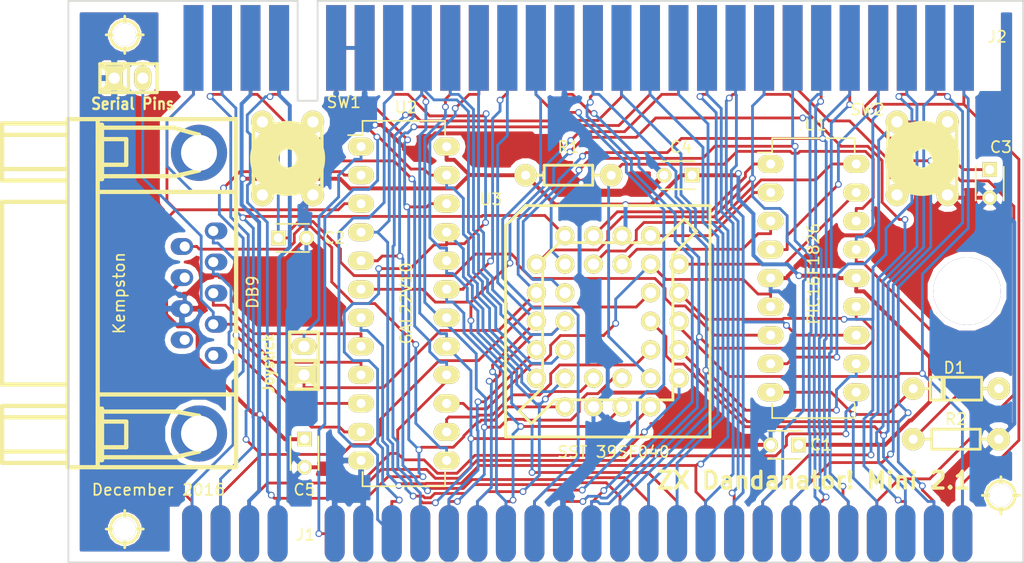
<source format=kicad_pcb>
(kicad_pcb (version 4) (host pcbnew 4.0.3-rc1-stable)

  (general
    (links 144)
    (no_connects 0)
    (area 111.266999 69.774999 196.417001 119.925001)
    (thickness 1.6)
    (drawings 11)
    (tracks 1366)
    (zones 0)
    (modules 22)
    (nets 70)
  )

  (page A4)
  (layers
    (0 F.Cu signal)
    (31 B.Cu signal)
    (32 B.Adhes user)
    (33 F.Adhes user)
    (34 B.Paste user)
    (35 F.Paste user)
    (36 B.SilkS user)
    (37 F.SilkS user)
    (38 B.Mask user)
    (39 F.Mask user)
    (40 Dwgs.User user)
    (41 Cmts.User user)
    (42 Eco1.User user)
    (43 Eco2.User user)
    (44 Edge.Cuts user)
    (45 Margin user)
    (46 B.CrtYd user)
    (47 F.CrtYd user)
    (48 B.Fab user)
    (49 F.Fab user)
  )

  (setup
    (last_trace_width 0.25)
    (trace_clearance 0.2)
    (zone_clearance 0.508)
    (zone_45_only yes)
    (trace_min 0.2)
    (segment_width 4)
    (edge_width 0.15)
    (via_size 0.6)
    (via_drill 0.4)
    (via_min_size 0.4)
    (via_min_drill 0.3)
    (uvia_size 0.3)
    (uvia_drill 0.1)
    (uvias_allowed no)
    (uvia_min_size 0.2)
    (uvia_min_drill 0.1)
    (pcb_text_width 0.3)
    (pcb_text_size 1.5 1.5)
    (mod_edge_width 0.15)
    (mod_text_size 1 1)
    (mod_text_width 0.15)
    (pad_size 6 6)
    (pad_drill 6)
    (pad_to_mask_clearance 0.2)
    (aux_axis_origin 111.356 69.875)
    (grid_origin 111.356 69.875)
    (visible_elements FFFFE77F)
    (pcbplotparams
      (layerselection 0x010e0_80000001)
      (usegerberextensions false)
      (excludeedgelayer true)
      (linewidth 0.100000)
      (plotframeref false)
      (viasonmask false)
      (mode 1)
      (useauxorigin false)
      (hpglpennumber 1)
      (hpglpenspeed 20)
      (hpglpendiameter 15)
      (hpglpenoverlay 2)
      (psnegative false)
      (psa4output false)
      (plotreference true)
      (plotvalue true)
      (plotinvisibletext false)
      (padsonsilk false)
      (subtractmaskfromsilk false)
      (outputformat 1)
      (mirror false)
      (drillshape 0)
      (scaleselection 1)
      (outputdirectory "Gerber 2.1b/"))
  )

  (net 0 "")
  (net 1 +5V)
  (net 2 GND)
  (net 3 "Net-(C2-Pad1)")
  (net 4 "Net-(C3-Pad1)")
  (net 5 A11)
  (net 6 A9)
  (net 7 BUSACK)
  (net 8 ROMCS48K)
  (net 9 A4)
  (net 10 A5)
  (net 11 A6)
  (net 12 A7)
  (net 13 RESET)
  (net 14 BUSREQ)
  (net 15 TOP28)
  (net 16 A10)
  (net 17 A8)
  (net 18 RFSH)
  (net 19 M1)
  (net 20 -12V)
  (net 21 +12V)
  (net 22 WAIT)
  (net 23 -5V)
  (net 24 WR)
  (net 25 U)
  (net 26 V)
  (net 27 Y)
  (net 28 VIDEO/OE2_128K)
  (net 29 IOREQGE)
  (net 30 A3)
  (net 31 A2)
  (net 32 A1)
  (net 33 A0)
  (net 34 CLOCK)
  (net 35 +9V)
  (net 36 A12)
  (net 37 A14)
  (net 38 RD)
  (net 39 IOREQ)
  (net 40 MREQ)
  (net 41 HALT)
  (net 42 NMI)
  (net 43 INT)
  (net 44 D4)
  (net 45 D3)
  (net 46 D5)
  (net 47 D6)
  (net 48 D2)
  (net 49 D1)
  (net 50 D0)
  (net 51 OE1_128K)
  (net 52 D7)
  (net 53 A13)
  (net 54 A15)
  (net 55 EP_CE)
  (net 56 PA16)
  (net 57 PA17)
  (net 58 PA18)
  (net 59 PA14)
  (net 60 PA15)
  (net 61 PT_ROMCS)
  (net 62 J1-Up)
  (net 63 J2-Down)
  (net 64 J3-Left)
  (net 65 J4-Right)
  (net 66 J6-Fire)
  (net 67 Rom_WR)
  (net 68 Rom_RD)
  (net 69 "Net-(JP1-Pad2)")

  (net_class Default "Esta es la clase de red por defecto."
    (clearance 0.2)
    (trace_width 0.25)
    (via_dia 0.6)
    (via_drill 0.4)
    (uvia_dia 0.3)
    (uvia_drill 0.1)
    (add_net +12V)
    (add_net +5V)
    (add_net +9V)
    (add_net -12V)
    (add_net -5V)
    (add_net A0)
    (add_net A1)
    (add_net A10)
    (add_net A11)
    (add_net A12)
    (add_net A13)
    (add_net A14)
    (add_net A15)
    (add_net A2)
    (add_net A3)
    (add_net A4)
    (add_net A5)
    (add_net A6)
    (add_net A7)
    (add_net A8)
    (add_net A9)
    (add_net BUSACK)
    (add_net BUSREQ)
    (add_net CLOCK)
    (add_net D0)
    (add_net D1)
    (add_net D2)
    (add_net D3)
    (add_net D4)
    (add_net D5)
    (add_net D6)
    (add_net D7)
    (add_net EP_CE)
    (add_net GND)
    (add_net HALT)
    (add_net INT)
    (add_net IOREQ)
    (add_net IOREQGE)
    (add_net J1-Up)
    (add_net J2-Down)
    (add_net J3-Left)
    (add_net J4-Right)
    (add_net J6-Fire)
    (add_net M1)
    (add_net MREQ)
    (add_net NMI)
    (add_net "Net-(C2-Pad1)")
    (add_net "Net-(C3-Pad1)")
    (add_net "Net-(JP1-Pad2)")
    (add_net OE1_128K)
    (add_net PA14)
    (add_net PA15)
    (add_net PA16)
    (add_net PA17)
    (add_net PA18)
    (add_net PT_ROMCS)
    (add_net RD)
    (add_net RESET)
    (add_net RFSH)
    (add_net ROMCS48K)
    (add_net Rom_RD)
    (add_net Rom_WR)
    (add_net TOP28)
    (add_net U)
    (add_net V)
    (add_net VIDEO/OE2_128K)
    (add_net WAIT)
    (add_net WR)
    (add_net Y)
  )

  (module Housings_DIP:DIP-24_W7.62mm_LongPads (layer F.Cu) (tedit 58811003) (tstamp 57E16012)
    (at 137.391 82.829)
    (descr "24-lead dip package, row spacing 7.62 mm (300 mils), longer pads")
    (tags "dil dip 2.54 300")
    (path /57E155DD)
    (fp_text reference U2 (at 4 -3.5) (layer F.SilkS)
      (effects (font (size 1 1) (thickness 0.15)))
    )
    (fp_text value GAL22V10 (at 4.014 13.949999 90) (layer F.SilkS)
      (effects (font (size 1 1) (thickness 0.15)))
    )
    (fp_line (start -1.4 -2.45) (end -1.4 30.4) (layer F.CrtYd) (width 0.05))
    (fp_line (start 9 -2.45) (end 9 30.4) (layer F.CrtYd) (width 0.05))
    (fp_line (start -1.4 -2.45) (end 9 -2.45) (layer F.CrtYd) (width 0.05))
    (fp_line (start -1.4 30.4) (end 9 30.4) (layer F.CrtYd) (width 0.05))
    (fp_line (start 0.135 -2.295) (end 0.135 -1.025) (layer F.SilkS) (width 0.15))
    (fp_line (start 7.485 -2.295) (end 7.485 -1.025) (layer F.SilkS) (width 0.15))
    (fp_line (start 7.485 30.235) (end 7.485 28.965) (layer F.SilkS) (width 0.15))
    (fp_line (start 0.135 30.235) (end 0.135 28.965) (layer F.SilkS) (width 0.15))
    (fp_line (start 0.135 -2.295) (end 7.485 -2.295) (layer F.SilkS) (width 0.15))
    (fp_line (start 0.135 30.235) (end 7.485 30.235) (layer F.SilkS) (width 0.15))
    (fp_line (start 0.135 -1.025) (end -1.15 -1.025) (layer F.SilkS) (width 0.15))
    (pad 1 thru_hole oval (at 0 0) (size 2.3 1.6) (drill 0.8) (layers *.Cu *.Mask F.SilkS)
      (net 69 "Net-(JP1-Pad2)"))
    (pad 2 thru_hole oval (at 0 2.54) (size 2.3 1.6) (drill 0.8) (layers *.Cu *.Mask F.SilkS)
      (net 37 A14))
    (pad 3 thru_hole oval (at 0 5.08) (size 2.3 1.6) (drill 0.8) (layers *.Cu *.Mask F.SilkS)
      (net 54 A15))
    (pad 4 thru_hole oval (at 0 7.62) (size 2.3 1.6) (drill 0.8) (layers *.Cu *.Mask F.SilkS)
      (net 40 MREQ))
    (pad 5 thru_hole oval (at 0 10.16) (size 2.3 1.6) (drill 0.8) (layers *.Cu *.Mask F.SilkS)
      (net 39 IOREQ))
    (pad 6 thru_hole oval (at 0 12.7) (size 2.3 1.6) (drill 0.8) (layers *.Cu *.Mask F.SilkS)
      (net 38 RD))
    (pad 7 thru_hole oval (at 0 15.24) (size 2.3 1.6) (drill 0.8) (layers *.Cu *.Mask F.SilkS)
      (net 24 WR))
    (pad 8 thru_hole oval (at 0 17.78) (size 2.3 1.6) (drill 0.8) (layers *.Cu *.Mask F.SilkS)
      (net 64 J3-Left))
    (pad 9 thru_hole oval (at 0 20.32) (size 2.3 1.6) (drill 0.8) (layers *.Cu *.Mask F.SilkS)
      (net 65 J4-Right))
    (pad 10 thru_hole oval (at 0 22.86) (size 2.3 1.6) (drill 0.8) (layers *.Cu *.Mask F.SilkS)
      (net 62 J1-Up))
    (pad 11 thru_hole oval (at 0 25.4) (size 2.3 1.6) (drill 0.8) (layers *.Cu *.Mask F.SilkS)
      (net 63 J2-Down))
    (pad 12 thru_hole oval (at 0 27.94) (size 2.3 1.6) (drill 0.8) (layers *.Cu *.Mask F.SilkS)
      (net 2 GND))
    (pad 13 thru_hole oval (at 7.62 27.94) (size 2.3 1.6) (drill 0.8) (layers *.Cu *.Mask F.SilkS)
      (net 66 J6-Fire))
    (pad 14 thru_hole oval (at 7.62 25.4) (size 2.3 1.6) (drill 0.8) (layers *.Cu *.Mask F.SilkS)
      (net 68 Rom_RD))
    (pad 15 thru_hole oval (at 7.62 22.86) (size 2.3 1.6) (drill 0.8) (layers *.Cu *.Mask F.SilkS)
      (net 67 Rom_WR))
    (pad 16 thru_hole oval (at 7.62 20.32) (size 2.3 1.6) (drill 0.8) (layers *.Cu *.Mask F.SilkS)
      (net 52 D7))
    (pad 17 thru_hole oval (at 7.62 17.78) (size 2.3 1.6) (drill 0.8) (layers *.Cu *.Mask F.SilkS)
      (net 47 D6))
    (pad 18 thru_hole oval (at 7.62 15.24) (size 2.3 1.6) (drill 0.8) (layers *.Cu *.Mask F.SilkS)
      (net 46 D5))
    (pad 19 thru_hole oval (at 7.62 12.7) (size 2.3 1.6) (drill 0.8) (layers *.Cu *.Mask F.SilkS)
      (net 44 D4))
    (pad 20 thru_hole oval (at 7.62 10.16) (size 2.3 1.6) (drill 0.8) (layers *.Cu *.Mask F.SilkS)
      (net 45 D3))
    (pad 21 thru_hole oval (at 7.62 7.62) (size 2.3 1.6) (drill 0.8) (layers *.Cu *.Mask F.SilkS)
      (net 48 D2))
    (pad 22 thru_hole oval (at 7.62 5.08) (size 2.3 1.6) (drill 0.8) (layers *.Cu *.Mask F.SilkS)
      (net 49 D1))
    (pad 23 thru_hole oval (at 7.62 2.54) (size 2.3 1.6) (drill 0.8) (layers *.Cu *.Mask F.SilkS)
      (net 50 D0))
    (pad 24 thru_hole oval (at 7.62 0) (size 2.3 1.6) (drill 0.8) (layers *.Cu *.Mask F.SilkS)
      (net 1 +5V))
    (model Housings_DIP.3dshapes/DIP-24_W7.62mm_LongPads.wrl
      (at (xyz 0 0 0))
      (scale (xyz 1 1 1))
      (rotate (xyz 0 0 0))
    )
  )

  (module p_w_pth_plcc:plcc32_pth-skt (layer F.Cu) (tedit 585AA429) (tstamp 585AA656)
    (at 159.356 98.375 180)
    (path /573346B1)
    (fp_text reference U3 (at 10.408 10.847 180) (layer F.SilkS)
      (effects (font (size 1 1) (thickness 0.15)))
    )
    (fp_text value "SST 39SF040" (at -0.514 -11.632 180) (layer F.SilkS)
      (effects (font (size 1 1) (thickness 0.15)))
    )
    (fp_line (start -5.79882 -7.00024) (end -5.79882 5.90042) (layer F.SilkS) (width 0.254))
    (fp_line (start 5.79882 5.4991) (end 5.79882 -5.90042) (layer F.SilkS) (width 0.254))
    (fp_line (start -9.10082 10.2997) (end -9.10082 -10.2997) (layer F.SilkS) (width 0.254))
    (fp_line (start 9.10082 -10.2997) (end 9.10082 8.49884) (layer F.SilkS) (width 0.254))
    (fp_line (start -5.79882 -7.00024) (end 4.699 -7.00024) (layer F.SilkS) (width 0.254))
    (fp_line (start 4.30022 7.00024) (end -4.699 7.00024) (layer F.SilkS) (width 0.254))
    (fp_line (start 4.30022 6.9977) (end 5.79882 5.4991) (layer F.SilkS) (width 0.254))
    (fp_line (start 9.10082 -10.2997) (end -9.10082 -10.2997) (layer F.SilkS) (width 0.254))
    (fp_line (start -9.10082 10.2997) (end 7.29996 10.2997) (layer F.SilkS) (width 0.254))
    (fp_line (start 7.29996 10.30224) (end 9.10082 8.50138) (layer F.SilkS) (width 0.254))
    (fp_line (start 4.70154 -6.9977) (end 6.79958 -9.09574) (layer F.SilkS) (width 0.254))
    (fp_line (start 6.79958 -9.09574) (end 7.8994 -7.99592) (layer F.SilkS) (width 0.254))
    (fp_line (start 7.8994 -8.001) (end 5.80136 -5.90296) (layer F.SilkS) (width 0.254))
    (fp_line (start -5.80136 5.90042) (end -7.8994 7.99846) (layer F.SilkS) (width 0.254))
    (fp_line (start -7.8994 8.001) (end -6.79958 9.10082) (layer F.SilkS) (width 0.254))
    (fp_line (start -6.79958 9.09574) (end -4.70154 6.9977) (layer F.SilkS) (width 0.254))
    (pad 2 thru_hole circle (at 1.27 7.62 180) (size 1.69926 1.69926) (drill 1.00076) (layers *.Cu *.Mask F.SilkS)
      (net 56 PA16))
    (pad 1 thru_hole circle (at -1.27 5.08 180) (size 1.69926 1.69926) (drill 1.00076) (layers *.Cu *.Mask F.SilkS)
      (net 58 PA18))
    (pad 3 thru_hole circle (at 1.27 5.08 180) (size 1.69926 1.69926) (drill 1.00076) (layers *.Cu *.Mask F.SilkS)
      (net 60 PA15))
    (pad 4 thru_hole circle (at 3.81 7.62 180) (size 1.69926 1.69926) (drill 1.00076) (layers *.Cu *.Mask F.SilkS)
      (net 36 A12))
    (pad 5 thru_hole circle (at 6.35 5.08 180) (size 1.69926 1.69926) (drill 1.00076) (layers *.Cu *.Mask F.SilkS)
      (net 12 A7))
    (pad 6 thru_hole circle (at 3.81 5.08 180) (size 1.69926 1.69926) (drill 1.00076) (layers *.Cu *.Mask F.SilkS)
      (net 11 A6))
    (pad 7 thru_hole circle (at 6.35 2.54 180) (size 1.69926 1.69926) (drill 1.00076) (layers *.Cu *.Mask F.SilkS)
      (net 10 A5))
    (pad 8 thru_hole circle (at 3.81 2.54 180) (size 1.69926 1.69926) (drill 1.00076) (layers *.Cu *.Mask F.SilkS)
      (net 9 A4))
    (pad 9 thru_hole circle (at 6.35 0 180) (size 1.69926 1.69926) (drill 1.00076) (layers *.Cu *.Mask F.SilkS)
      (net 30 A3))
    (pad 10 thru_hole circle (at 3.81 0 180) (size 1.69926 1.69926) (drill 1.00076) (layers *.Cu *.Mask F.SilkS)
      (net 31 A2))
    (pad 11 thru_hole circle (at 6.35 -2.54 180) (size 1.69926 1.69926) (drill 1.00076) (layers *.Cu *.Mask F.SilkS)
      (net 32 A1))
    (pad 12 thru_hole circle (at 3.81 -2.54 180) (size 1.69926 1.69926) (drill 1.00076) (layers *.Cu *.Mask F.SilkS)
      (net 33 A0))
    (pad 13 thru_hole circle (at 6.35 -5.08 180) (size 1.69926 1.69926) (drill 1.00076) (layers *.Cu *.Mask F.SilkS)
      (net 50 D0))
    (pad 14 thru_hole circle (at 3.81 -7.62 180) (size 1.69926 1.69926) (drill 1.00076) (layers *.Cu *.Mask F.SilkS)
      (net 49 D1))
    (pad 15 thru_hole circle (at 3.81 -5.08 180) (size 1.69926 1.69926) (drill 1.00076) (layers *.Cu *.Mask F.SilkS)
      (net 48 D2))
    (pad 16 thru_hole circle (at 1.27 -7.62 180) (size 1.69926 1.69926) (drill 1.00076) (layers *.Cu *.Mask F.SilkS)
      (net 2 GND))
    (pad 17 thru_hole circle (at 1.27 -5.08 180) (size 1.69926 1.69926) (drill 1.00076) (layers *.Cu *.Mask F.SilkS)
      (net 45 D3))
    (pad 18 thru_hole circle (at -1.27 -7.62 180) (size 1.69926 1.69926) (drill 1.00076) (layers *.Cu *.Mask F.SilkS)
      (net 44 D4))
    (pad 19 thru_hole circle (at -1.27 -5.08 180) (size 1.69926 1.69926) (drill 1.00076) (layers *.Cu *.Mask F.SilkS)
      (net 46 D5))
    (pad 20 thru_hole circle (at -3.81 -7.62 180) (size 1.69926 1.69926) (drill 1.00076) (layers *.Cu *.Mask F.SilkS)
      (net 47 D6))
    (pad 21 thru_hole circle (at -6.35 -5.08 180) (size 1.69926 1.69926) (drill 1.00076) (layers *.Cu *.Mask F.SilkS)
      (net 52 D7))
    (pad 22 thru_hole circle (at -3.81 -5.08 180) (size 1.69926 1.69926) (drill 1.00076) (layers *.Cu *.Mask F.SilkS)
      (net 55 EP_CE))
    (pad 23 thru_hole circle (at -6.35 -2.54 180) (size 1.69926 1.69926) (drill 1.00076) (layers *.Cu *.Mask F.SilkS)
      (net 16 A10))
    (pad 24 thru_hole circle (at -3.81 -2.54 180) (size 1.69926 1.69926) (drill 1.00076) (layers *.Cu *.Mask F.SilkS)
      (net 68 Rom_RD))
    (pad 25 thru_hole circle (at -6.35 0 180) (size 1.69926 1.69926) (drill 1.00076) (layers *.Cu *.Mask F.SilkS)
      (net 5 A11))
    (pad 26 thru_hole circle (at -3.81 0 180) (size 1.69926 1.69926) (drill 1.00076) (layers *.Cu *.Mask F.SilkS)
      (net 6 A9))
    (pad 27 thru_hole circle (at -6.35 2.54 180) (size 1.69926 1.69926) (drill 1.00076) (layers *.Cu *.Mask F.SilkS)
      (net 17 A8))
    (pad 32 thru_hole circle (at -1.27 7.62 180) (size 1.69926 1.69926) (drill 1.00076) (layers *.Cu *.Mask F.SilkS)
      (net 1 +5V))
    (pad 28 thru_hole circle (at -3.81 2.54 180) (size 1.69926 1.69926) (drill 1.00076) (layers *.Cu *.Mask F.SilkS)
      (net 53 A13))
    (pad 29 thru_hole circle (at -6.35 5.08 180) (size 1.69926 1.69926) (drill 1.00076) (layers *.Cu *.Mask F.SilkS)
      (net 59 PA14))
    (pad 30 thru_hole circle (at -3.81 7.62 180) (size 1.69926 1.69926) (drill 1.00076) (layers *.Cu *.Mask F.SilkS)
      (net 57 PA17))
    (pad 31 thru_hole circle (at -3.81 5.08 180) (size 1.69926 1.69926) (drill 1.00076) (layers *.Cu *.Mask F.SilkS)
      (net 67 Rom_WR))
    (model "${KIPRJMOD}/pcb libs/packages3d/pth_plcc/plcc32_pth-skt.wrl"
      (at (xyz 0 0 0))
      (scale (xyz 1 1 1))
      (rotate (xyz 0 0 0))
    )
  )

  (module ZX_Spectrum:ZX_BUS (layer F.Cu) (tedit 585AA440) (tstamp 585AA5E5)
    (at 147.876 74.041)
    (descr "ZX Bus")
    (tags "CONN BUS  ZX")
    (path /5733C31D)
    (fp_text reference J2 (at 46.157 -0.991) (layer F.SilkS)
      (effects (font (size 1 1) (thickness 0.15)))
    )
    (fp_text value ZX_48K_EDGE (at 2.54 -6.35) (layer F.SilkS) hide
      (effects (font (thickness 0.3048)))
    )
    (pad A28 connect rect (at 43.18 0) (size 1.778 7.62) (layers B.Cu B.Mask)
      (net 5 A11))
    (pad A27 connect rect (at 40.64 0) (size 1.778 7.62) (layers B.Cu B.Mask)
      (net 6 A9))
    (pad A26 connect rect (at 38.1 0) (size 1.778 7.62) (layers B.Cu B.Mask)
      (net 7 BUSACK))
    (pad A25 connect rect (at 35.56 0) (size 1.778 7.62) (layers B.Cu B.Mask)
      (net 61 PT_ROMCS))
    (pad A24 connect rect (at 33.02 0) (size 1.778 7.62) (layers B.Cu B.Mask)
      (net 9 A4))
    (pad A23 connect rect (at 30.48 0) (size 1.778 7.62) (layers B.Cu B.Mask)
      (net 10 A5))
    (pad A22 connect rect (at 27.94 0) (size 1.778 7.62) (layers B.Cu B.Mask)
      (net 11 A6))
    (pad A21 connect rect (at 25.4 0) (size 1.778 7.62) (layers B.Cu B.Mask)
      (net 12 A7))
    (pad A20 connect rect (at 22.86 0) (size 1.778 7.62) (layers B.Cu B.Mask)
      (net 13 RESET))
    (pad A19 connect rect (at 20.32 0) (size 1.778 7.62) (layers B.Cu B.Mask)
      (net 14 BUSREQ))
    (pad B28 connect rect (at 43.18 0) (size 1.778 7.62) (layers F.Cu F.Mask)
      (net 15 TOP28))
    (pad B27 connect rect (at 40.64 0) (size 1.778 7.62) (layers F.Cu F.Mask)
      (net 16 A10))
    (pad B26 connect rect (at 38.1 0) (size 1.778 7.62) (layers F.Cu F.Mask)
      (net 17 A8))
    (pad B25 connect rect (at 35.56 0) (size 1.778 7.62) (layers F.Cu F.Mask)
      (net 18 RFSH))
    (pad B24 connect rect (at 33.02 0) (size 1.778 7.62) (layers F.Cu F.Mask)
      (net 19 M1))
    (pad B23 connect rect (at 30.48 0) (size 1.778 7.62) (layers F.Cu F.Mask)
      (net 20 -12V))
    (pad B22 connect rect (at 27.94 0) (size 1.778 7.62) (layers F.Cu F.Mask)
      (net 21 +12V))
    (pad B21 connect rect (at 25.4 0) (size 1.778 7.62) (layers F.Cu F.Mask)
      (net 22 WAIT))
    (pad B20 connect rect (at 22.86 0) (size 1.778 7.62) (layers F.Cu F.Mask)
      (net 23 -5V))
    (pad B19 connect rect (at 20.32 0) (size 1.778 7.62) (layers F.Cu F.Mask)
      (net 24 WR))
    (pad A18 connect rect (at 17.78 0) (size 1.778 7.62) (layers B.Cu B.Mask)
      (net 25 U))
    (pad A17 connect rect (at 15.24 0) (size 1.778 7.62) (layers B.Cu B.Mask)
      (net 26 V))
    (pad A16 connect rect (at 12.7 0) (size 1.778 7.62) (layers B.Cu B.Mask)
      (net 27 Y))
    (pad A15 connect rect (at 10.16 0) (size 1.778 7.62) (layers B.Cu B.Mask)
      (net 28 VIDEO/OE2_128K))
    (pad A14 connect rect (at 7.62 0) (size 1.778 7.62) (layers B.Cu B.Mask)
      (net 2 GND))
    (pad A13 connect rect (at 5.08 0) (size 1.778 7.62) (layers B.Cu B.Mask)
      (net 29 IOREQGE))
    (pad A12 connect rect (at 2.54 0) (size 1.778 7.62) (layers B.Cu B.Mask)
      (net 30 A3))
    (pad A11 connect rect (at 0 0) (size 1.778 7.62) (layers B.Cu B.Mask)
      (net 31 A2))
    (pad A10 connect rect (at -2.54 0) (size 1.778 7.62) (layers B.Cu B.Mask)
      (net 32 A1))
    (pad A9 connect rect (at -5.08 0) (size 1.778 7.62) (layers B.Cu B.Mask)
      (net 33 A0))
    (pad A8 connect rect (at -7.62 0) (size 1.778 7.62) (layers B.Cu B.Mask)
      (net 34 CLOCK))
    (pad A7 connect rect (at -10.16 0) (size 1.778 7.62) (layers B.Cu B.Mask)
      (net 2 GND))
    (pad A6 connect rect (at -12.7 0) (size 1.778 7.62) (layers B.Cu B.Mask)
      (net 2 GND))
    (pad A4 connect rect (at -17.78 0) (size 1.778 7.62) (layers B.Cu B.Mask)
      (net 35 +9V))
    (pad A3 connect rect (at -20.32 0) (size 1.778 7.62) (layers B.Cu B.Mask)
      (net 1 +5V))
    (pad A2 connect rect (at -22.86 0) (size 1.778 7.62) (layers B.Cu B.Mask)
      (net 36 A12))
    (pad A1 connect rect (at -25.4 0) (size 1.778 7.62) (layers B.Cu B.Mask)
      (net 37 A14))
    (pad B18 connect rect (at 17.78 0) (size 1.778 7.62) (layers F.Cu F.Mask)
      (net 38 RD))
    (pad B17 connect rect (at 15.24 0) (size 1.778 7.62) (layers F.Cu F.Mask)
      (net 39 IOREQ))
    (pad B16 connect rect (at 12.7 0) (size 1.778 7.62) (layers F.Cu F.Mask)
      (net 40 MREQ))
    (pad B15 connect rect (at 10.16 0) (size 1.778 7.62) (layers F.Cu F.Mask)
      (net 41 HALT))
    (pad B14 connect rect (at 7.62 0) (size 1.778 7.62) (layers F.Cu F.Mask)
      (net 42 NMI))
    (pad B13 connect rect (at 5.08 0) (size 1.778 7.62) (layers F.Cu F.Mask)
      (net 43 INT))
    (pad B12 connect rect (at 2.54 0) (size 1.778 7.62) (layers F.Cu F.Mask)
      (net 44 D4))
    (pad B11 connect rect (at 0 0) (size 1.778 7.62) (layers F.Cu F.Mask)
      (net 45 D3))
    (pad B10 connect rect (at -2.54 0) (size 1.778 7.62) (layers F.Cu F.Mask)
      (net 46 D5))
    (pad B9 connect rect (at -5.08 0) (size 1.778 7.62) (layers F.Cu F.Mask)
      (net 47 D6))
    (pad B8 connect rect (at -7.62 0) (size 1.778 7.62) (layers F.Cu F.Mask)
      (net 48 D2))
    (pad B7 connect rect (at -10.16 0) (size 1.778 7.62) (layers F.Cu F.Mask)
      (net 49 D1))
    (pad B6 connect rect (at -12.7 0) (size 1.778 7.62) (layers F.Cu F.Mask)
      (net 50 D0))
    (pad B4 connect rect (at -17.78 0) (size 1.778 7.62) (layers F.Cu F.Mask)
      (net 51 OE1_128K))
    (pad B3 connect rect (at -20.32 0) (size 1.778 7.62) (layers F.Cu F.Mask)
      (net 52 D7))
    (pad B2 connect rect (at -22.86 0) (size 1.778 7.62) (layers F.Cu F.Mask)
      (net 53 A13))
    (pad B1 connect rect (at -25.4 0) (size 1.778 7.62) (layers F.Cu F.Mask)
      (net 54 A15))
  )

  (module Mounting_Holes:MountingHole_5mm (layer F.Cu) (tedit 57E2C539) (tstamp 5734F48C)
    (at 191.342 96.35)
    (descr "Mounting hole, Befestigungsbohrung, 5mm, No Annular, Kein Restring,")
    (tags "Mounting hole, Befestigungsbohrung, 5mm, No Annular, Kein Restring,")
    (fp_text reference "PP6 Box Hole" (at 0 -5) (layer F.SilkS) hide
      (effects (font (size 0.8 0.8) (thickness 0.1)))
    )
    (fp_text value "5mm - 0.5mm allowance" (at 0 7.00024) (layer F.Fab) hide
      (effects (font (size 1 1) (thickness 0.15)))
    )
    (pad 1 thru_hole circle (at 0 -0.65) (size 6 6) (drill 6) (layers *.Cu))
  )

  (module w_details:hole_2mm (layer F.Cu) (tedit 57E26DCB) (tstamp 57E53D9C)
    (at 194.356 113.875)
    (descr "Hole 2mm")
    (fp_text reference "hole_2mm_(3)" (at 0 -2.794) (layer F.SilkS) hide
      (effects (font (thickness 0.3048)))
    )
    (fp_text value VAL** (at 4.826 0) (layer F.SilkS) hide
      (effects (font (thickness 0.3048)))
    )
    (fp_line (start 0 -1.651) (end 0 1.651) (layer F.SilkS) (width 0.254))
    (fp_line (start -1.651 0) (end 1.651 0) (layer F.SilkS) (width 0.254))
    (fp_circle (center 0 0) (end 1.27 -0.127) (layer F.SilkS) (width 0.254))
    (pad 1 thru_hole circle (at 0 0) (size 1.99898 1.99898) (drill 1.99898) (layers *.Cu F.SilkS))
    (model walter/details/hole.wrl
      (at (xyz 0 0 0))
      (scale (xyz 1 1 1))
      (rotate (xyz 0 0 0))
    )
  )

  (module Capacitors_ThroughHole:C_Disc_D3_P2.5 (layer F.Cu) (tedit 57E165B0) (tstamp 57337A8B)
    (at 176.356 109.375 180)
    (descr "Capacitor 3mm Disc, Pitch 2.5mm")
    (tags Capacitor)
    (path /57334E20)
    (fp_text reference C1 (at -2 0 360) (layer F.SilkS)
      (effects (font (size 1 1) (thickness 0.15)))
    )
    (fp_text value 100nf (at 1.5 -2 180) (layer F.Fab) hide
      (effects (font (size 1 1) (thickness 0.15)))
    )
    (fp_line (start -0.9 -1.5) (end 3.4 -1.5) (layer F.CrtYd) (width 0.05))
    (fp_line (start 3.4 -1.5) (end 3.4 1.5) (layer F.CrtYd) (width 0.05))
    (fp_line (start 3.4 1.5) (end -0.9 1.5) (layer F.CrtYd) (width 0.05))
    (fp_line (start -0.9 1.5) (end -0.9 -1.5) (layer F.CrtYd) (width 0.05))
    (fp_line (start -0.25 -1.25) (end 2.75 -1.25) (layer F.SilkS) (width 0.15))
    (fp_line (start 2.75 1.25) (end -0.25 1.25) (layer F.SilkS) (width 0.15))
    (pad 1 thru_hole rect (at 0 0 180) (size 1.3 1.3) (drill 0.8) (layers *.Cu *.Mask F.SilkS)
      (net 1 +5V))
    (pad 2 thru_hole circle (at 2.5 0 180) (size 1.3 1.3) (drill 0.8001) (layers *.Cu *.Mask F.SilkS)
      (net 2 GND))
    (model Capacitors_ThroughHole.3dshapes/C_Disc_D3_P2.5.wrl
      (at (xyz 0.0492126 0 0))
      (scale (xyz 1 1 1))
      (rotate (xyz 0 0 0))
    )
  )

  (module Capacitors_ThroughHole:C_Disc_D3_P2.5 (layer F.Cu) (tedit 57E26370) (tstamp 57337A91)
    (at 130.025 90.957)
    (descr "Capacitor 3mm Disc, Pitch 2.5mm")
    (tags Capacitor)
    (path /57334DF1)
    (fp_text reference C2 (at 5 0) (layer F.SilkS)
      (effects (font (size 1 1) (thickness 0.15)))
    )
    (fp_text value 100nf (at 1.5 -5) (layer F.Fab) hide
      (effects (font (size 1 1) (thickness 0.15)))
    )
    (fp_line (start -0.9 -1.5) (end 3.4 -1.5) (layer F.CrtYd) (width 0.05))
    (fp_line (start 3.4 -1.5) (end 3.4 1.5) (layer F.CrtYd) (width 0.05))
    (fp_line (start 3.4 1.5) (end -0.9 1.5) (layer F.CrtYd) (width 0.05))
    (fp_line (start -0.9 1.5) (end -0.9 -1.5) (layer F.CrtYd) (width 0.05))
    (fp_line (start -0.25 -1.25) (end 2.75 -1.25) (layer F.SilkS) (width 0.15))
    (fp_line (start 2.75 1.25) (end -0.25 1.25) (layer F.SilkS) (width 0.15))
    (pad 1 thru_hole rect (at 0 0) (size 1.3 1.3) (drill 0.8) (layers *.Cu *.Mask F.SilkS)
      (net 3 "Net-(C2-Pad1)"))
    (pad 2 thru_hole circle (at 2.5 0) (size 1.3 1.3) (drill 0.8001) (layers *.Cu *.Mask F.SilkS)
      (net 2 GND))
    (model Capacitors_ThroughHole.3dshapes/C_Disc_D3_P2.5.wrl
      (at (xyz 0.0492126 0 0))
      (scale (xyz 1 1 1))
      (rotate (xyz 0 0 0))
    )
  )

  (module Capacitors_ThroughHole:C_Disc_D3_P2.5 (layer F.Cu) (tedit 57E26D4D) (tstamp 57337A97)
    (at 193.356 84.875 270)
    (descr "Capacitor 3mm Disc, Pitch 2.5mm")
    (tags Capacitor)
    (path /5733A75A)
    (fp_text reference C3 (at -2 -1 540) (layer F.SilkS)
      (effects (font (size 1 1) (thickness 0.15)))
    )
    (fp_text value 100nf (at -1.905 0 360) (layer F.Fab) hide
      (effects (font (size 1 1) (thickness 0.15)))
    )
    (fp_line (start -0.9 -1.5) (end 3.4 -1.5) (layer F.CrtYd) (width 0.05))
    (fp_line (start 3.4 -1.5) (end 3.4 1.5) (layer F.CrtYd) (width 0.05))
    (fp_line (start 3.4 1.5) (end -0.9 1.5) (layer F.CrtYd) (width 0.05))
    (fp_line (start -0.9 1.5) (end -0.9 -1.5) (layer F.CrtYd) (width 0.05))
    (fp_line (start -0.25 -1.25) (end 2.75 -1.25) (layer F.SilkS) (width 0.15))
    (fp_line (start 2.75 1.25) (end -0.25 1.25) (layer F.SilkS) (width 0.15))
    (pad 1 thru_hole rect (at 0 0 270) (size 1.3 1.3) (drill 0.8) (layers *.Cu *.Mask F.SilkS)
      (net 4 "Net-(C3-Pad1)"))
    (pad 2 thru_hole circle (at 2.5 0 270) (size 1.3 1.3) (drill 0.8001) (layers *.Cu *.Mask F.SilkS)
      (net 2 GND))
    (model Capacitors_ThroughHole.3dshapes/C_Disc_D3_P2.5.wrl
      (at (xyz 0.0492126 0 0))
      (scale (xyz 1 1 1))
      (rotate (xyz 0 0 0))
    )
  )

  (module Capacitors_ThroughHole:C_Disc_D3_P2.5 (layer F.Cu) (tedit 57E16CBC) (tstamp 57337A9D)
    (at 166.856 85.375 180)
    (descr "Capacitor 3mm Disc, Pitch 2.5mm")
    (tags Capacitor)
    (path /57334B7E)
    (fp_text reference C4 (at 1 2.5 360) (layer F.SilkS)
      (effects (font (size 1 1) (thickness 0.15)))
    )
    (fp_text value 100nf (at 1 -2.5 180) (layer F.Fab) hide
      (effects (font (size 1 1) (thickness 0.15)))
    )
    (fp_line (start -0.9 -1.5) (end 3.4 -1.5) (layer F.CrtYd) (width 0.05))
    (fp_line (start 3.4 -1.5) (end 3.4 1.5) (layer F.CrtYd) (width 0.05))
    (fp_line (start 3.4 1.5) (end -0.9 1.5) (layer F.CrtYd) (width 0.05))
    (fp_line (start -0.9 1.5) (end -0.9 -1.5) (layer F.CrtYd) (width 0.05))
    (fp_line (start -0.25 -1.25) (end 2.75 -1.25) (layer F.SilkS) (width 0.15))
    (fp_line (start 2.75 1.25) (end -0.25 1.25) (layer F.SilkS) (width 0.15))
    (pad 1 thru_hole rect (at 0 0 180) (size 1.3 1.3) (drill 0.8) (layers *.Cu *.Mask F.SilkS)
      (net 1 +5V))
    (pad 2 thru_hole circle (at 2.5 0 180) (size 1.3 1.3) (drill 0.8001) (layers *.Cu *.Mask F.SilkS)
      (net 2 GND))
    (model Capacitors_ThroughHole.3dshapes/C_Disc_D3_P2.5.wrl
      (at (xyz 0.0492126 0 0))
      (scale (xyz 1 1 1))
      (rotate (xyz 0 0 0))
    )
  )

  (module Capacitors_ThroughHole:C_Disc_D3_P2.5 (layer F.Cu) (tedit 57E16BF4) (tstamp 57337AA3)
    (at 132.356 108.875 270)
    (descr "Capacitor 3mm Disc, Pitch 2.5mm")
    (tags Capacitor)
    (path /57E19D00)
    (fp_text reference C5 (at 4.5 0 360) (layer F.SilkS)
      (effects (font (size 1 1) (thickness 0.15)))
    )
    (fp_text value 100nf (at -1.905 0 270) (layer F.Fab) hide
      (effects (font (size 1 1) (thickness 0.15)))
    )
    (fp_line (start -0.9 -1.5) (end 3.4 -1.5) (layer F.CrtYd) (width 0.05))
    (fp_line (start 3.4 -1.5) (end 3.4 1.5) (layer F.CrtYd) (width 0.05))
    (fp_line (start 3.4 1.5) (end -0.9 1.5) (layer F.CrtYd) (width 0.05))
    (fp_line (start -0.9 1.5) (end -0.9 -1.5) (layer F.CrtYd) (width 0.05))
    (fp_line (start -0.25 -1.25) (end 2.75 -1.25) (layer F.SilkS) (width 0.15))
    (fp_line (start 2.75 1.25) (end -0.25 1.25) (layer F.SilkS) (width 0.15))
    (pad 1 thru_hole rect (at 0 0 270) (size 1.3 1.3) (drill 0.8) (layers *.Cu *.Mask F.SilkS)
      (net 1 +5V))
    (pad 2 thru_hole circle (at 2.5 0 270) (size 1.3 1.3) (drill 0.8001) (layers *.Cu *.Mask F.SilkS)
      (net 2 GND))
    (model Capacitors_ThroughHole.3dshapes/C_Disc_D3_P2.5.wrl
      (at (xyz 0.0492126 0 0))
      (scale (xyz 1 1 1))
      (rotate (xyz 0 0 0))
    )
  )

  (module Housings_DIP:DIP-18_W7.62mm_LongPads (layer F.Cu) (tedit 57E16170) (tstamp 57337B43)
    (at 173.856 84.375)
    (descr "18-lead dip package, row spacing 7.62 mm (300 mils), longer pads")
    (tags "dil dip 2.54 300")
    (path /57333AC0)
    (fp_text reference U1 (at 4 -3.5) (layer F.SilkS)
      (effects (font (size 1 1) (thickness 0.15)))
    )
    (fp_text value PIC16F1826 (at 3.81 9.779 90) (layer F.SilkS)
      (effects (font (size 1 1) (thickness 0.15)))
    )
    (fp_line (start -1.4 -2.45) (end -1.4 22.8) (layer F.CrtYd) (width 0.05))
    (fp_line (start 9 -2.45) (end 9 22.8) (layer F.CrtYd) (width 0.05))
    (fp_line (start -1.4 -2.45) (end 9 -2.45) (layer F.CrtYd) (width 0.05))
    (fp_line (start -1.4 22.8) (end 9 22.8) (layer F.CrtYd) (width 0.05))
    (fp_line (start 0.135 -2.295) (end 0.135 -1.025) (layer F.SilkS) (width 0.15))
    (fp_line (start 7.485 -2.295) (end 7.485 -1.025) (layer F.SilkS) (width 0.15))
    (fp_line (start 7.485 22.615) (end 7.485 21.345) (layer F.SilkS) (width 0.15))
    (fp_line (start 0.135 22.615) (end 0.135 21.345) (layer F.SilkS) (width 0.15))
    (fp_line (start 0.135 -2.295) (end 7.485 -2.295) (layer F.SilkS) (width 0.15))
    (fp_line (start 0.135 22.615) (end 7.485 22.615) (layer F.SilkS) (width 0.15))
    (fp_line (start 0.135 -1.025) (end -1.15 -1.025) (layer F.SilkS) (width 0.15))
    (pad 1 thru_hole oval (at 0 0) (size 2.3 1.6) (drill 0.8) (layers *.Cu *.Mask F.SilkS)
      (net 56 PA16))
    (pad 2 thru_hole oval (at 0 2.54) (size 2.3 1.6) (drill 0.8) (layers *.Cu *.Mask F.SilkS)
      (net 57 PA17))
    (pad 3 thru_hole oval (at 0 5.08) (size 2.3 1.6) (drill 0.8) (layers *.Cu *.Mask F.SilkS)
      (net 58 PA18))
    (pad 4 thru_hole oval (at 0 7.62) (size 2.3 1.6) (drill 0.8) (layers *.Cu *.Mask F.SilkS)
      (net 15 TOP28))
    (pad 5 thru_hole oval (at 0 10.16) (size 2.3 1.6) (drill 0.8) (layers *.Cu *.Mask F.SilkS)
      (net 2 GND))
    (pad 6 thru_hole oval (at 0 12.7) (size 2.3 1.6) (drill 0.8) (layers *.Cu *.Mask F.SilkS)
      (net 67 Rom_WR))
    (pad 7 thru_hole oval (at 0 15.24) (size 2.3 1.6) (drill 0.8) (layers *.Cu *.Mask F.SilkS)
      (net 3 "Net-(C2-Pad1)"))
    (pad 8 thru_hole oval (at 0 17.78) (size 2.3 1.6) (drill 0.8) (layers *.Cu *.Mask F.SilkS)
      (net 4 "Net-(C3-Pad1)"))
    (pad 9 thru_hole oval (at 0 20.32) (size 2.3 1.6) (drill 0.8) (layers *.Cu *.Mask F.SilkS)
      (net 8 ROMCS48K))
    (pad 10 thru_hole oval (at 7.62 20.32) (size 2.3 1.6) (drill 0.8) (layers *.Cu *.Mask F.SilkS)
      (net 51 OE1_128K))
    (pad 11 thru_hole oval (at 7.62 17.78) (size 2.3 1.6) (drill 0.8) (layers *.Cu *.Mask F.SilkS)
      (net 28 VIDEO/OE2_128K))
    (pad 12 thru_hole oval (at 7.62 15.24) (size 2.3 1.6) (drill 0.8) (layers *.Cu *.Mask F.SilkS)
      (net 13 RESET))
    (pad 13 thru_hole oval (at 7.62 12.7) (size 2.3 1.6) (drill 0.8) (layers *.Cu *.Mask F.SilkS)
      (net 42 NMI))
    (pad 14 thru_hole oval (at 7.62 10.16) (size 2.3 1.6) (drill 0.8) (layers *.Cu *.Mask F.SilkS)
      (net 1 +5V))
    (pad 15 thru_hole oval (at 7.62 7.62) (size 2.3 1.6) (drill 0.8) (layers *.Cu *.Mask F.SilkS)
      (net 61 PT_ROMCS))
    (pad 16 thru_hole oval (at 7.62 5.08) (size 2.3 1.6) (drill 0.8) (layers *.Cu *.Mask F.SilkS)
      (net 55 EP_CE))
    (pad 17 thru_hole oval (at 7.62 2.54) (size 2.3 1.6) (drill 0.8) (layers *.Cu *.Mask F.SilkS)
      (net 59 PA14))
    (pad 18 thru_hole oval (at 7.62 0) (size 2.3 1.6) (drill 0.8) (layers *.Cu *.Mask F.SilkS)
      (net 60 PA15))
    (model Housings_DIP.3dshapes/DIP-18_W7.62mm_LongPads.wrl
      (at (xyz 0 0 0))
      (scale (xyz 1 1 1))
      (rotate (xyz 0 0 0))
    )
  )

  (module w_details:hole_2mm (layer F.Cu) (tedit 575A8F71) (tstamp 575A8F14)
    (at 116.356 116.875)
    (descr "Hole 2mm")
    (fp_text reference hole_2mm (at 0 -2.794) (layer F.SilkS) hide
      (effects (font (thickness 0.3048)))
    )
    (fp_text value VAL** (at 4.826 0) (layer F.SilkS) hide
      (effects (font (thickness 0.3048)))
    )
    (fp_line (start 0 -1.651) (end 0 1.651) (layer F.SilkS) (width 0.254))
    (fp_line (start -1.651 0) (end 1.651 0) (layer F.SilkS) (width 0.254))
    (fp_circle (center 0 0) (end 1.27 -0.127) (layer F.SilkS) (width 0.254))
    (pad 1 thru_hole circle (at 0 0) (size 1.99898 1.99898) (drill 1.99898) (layers *.Cu F.SilkS))
    (model walter/details/hole.wrl
      (at (xyz 0 0 0))
      (scale (xyz 1 1 1))
      (rotate (xyz 0 0 0))
    )
  )

  (module w_details:hole_2mm (layer F.Cu) (tedit 575A9053) (tstamp 575A9020)
    (at 116.356 72.875)
    (descr "Hole 2mm")
    (fp_text reference "hole_2mm_(2)" (at 0 -2.794) (layer F.SilkS) hide
      (effects (font (thickness 0.3048)))
    )
    (fp_text value VAL** (at 4.826 0) (layer F.SilkS) hide
      (effects (font (thickness 0.3048)))
    )
    (fp_line (start 0 -1.651) (end 0 1.651) (layer F.SilkS) (width 0.254))
    (fp_line (start -1.651 0) (end 1.651 0) (layer F.SilkS) (width 0.254))
    (fp_circle (center 0 0) (end 1.27 -0.127) (layer F.SilkS) (width 0.254))
    (pad 1 thru_hole circle (at 0 0) (size 1.99898 1.99898) (drill 1.99898) (layers *.Cu F.SilkS))
    (model walter/details/hole.wrl
      (at (xyz 0 0 0))
      (scale (xyz 1 1 1))
      (rotate (xyz 0 0 0))
    )
  )

  (module p_w_switch:PCB_PUSH (layer F.Cu) (tedit 57E16C59) (tstamp 5734FB92)
    (at 187.356 83.875)
    (descr "PCB pushbutton, Tyco FSM6x6 series")
    (tags pushbutton)
    (path /5733A754)
    (fp_text reference SW2 (at -4.88 -4.348 180) (layer F.SilkS)
      (effects (font (size 1 1) (thickness 0.15)))
    )
    (fp_text value SW_PUSH (at 0 5.588) (layer F.SilkS) hide
      (effects (font (size 1 1) (thickness 0.15)))
    )
    (fp_line (start -3.048 -3.048) (end 3.048 -3.048) (layer F.SilkS) (width 0.3048))
    (fp_line (start 3.048 -3.048) (end 3.048 3.048) (layer F.SilkS) (width 0.3048))
    (fp_line (start 3.048 3.048) (end -3.048 3.048) (layer F.SilkS) (width 0.3048))
    (fp_line (start -3.048 3.048) (end -3.048 -3.048) (layer F.SilkS) (width 0.3048))
    (fp_circle (center 0 0) (end -0.762 0.254) (layer F.SilkS) (width 2.54))
    (pad 1 thru_hole circle (at -2.25044 -3.2512) (size 1.99898 1.99898) (drill 1.00076) (layers *.Cu *.Mask F.SilkS)
      (net 4 "Net-(C3-Pad1)"))
    (pad 2 thru_hole circle (at 2.25044 3.2512) (size 1.99898 1.99898) (drill 1.00076) (layers *.Cu *.Mask F.SilkS)
      (net 2 GND))
    (pad 4 thru_hole circle (at 2.25044 -3.2512) (size 1.99898 1.99898) (drill 1.00076) (layers *.Cu *.Mask F.SilkS))
    (pad 3 thru_hole circle (at -2.25044 3.2512) (size 1.99898 1.99898) (drill 1.00076) (layers *.Cu *.Mask F.SilkS))
    (model "${KIPRJMOD}/pcb libs/packages3d/switch/pcb_push.wrl"
      (at (xyz 0 0 0))
      (scale (xyz 1 1 1))
      (rotate (xyz 0 0 0))
    )
  )

  (module p_w_pth_resistors:RC03 (layer F.Cu) (tedit 57E16197) (tstamp 57E15FEB)
    (at 190.356 108.875)
    (descr "Resistor, RC03")
    (tags R)
    (path /5734F929)
    (autoplace_cost180 10)
    (fp_text reference R2 (at -0.006 -1.789) (layer F.SilkS)
      (effects (font (size 1 1) (thickness 0.15)))
    )
    (fp_text value 10k (at 0 2.032) (layer F.SilkS) hide
      (effects (font (size 1.397 1.27) (thickness 0.2032)))
    )
    (fp_line (start 2.159 0) (end 3.81 0) (layer F.SilkS) (width 0.254))
    (fp_line (start -2.159 0) (end -3.81 0) (layer F.SilkS) (width 0.254))
    (fp_line (start -2.159 -0.889) (end -2.159 0.889) (layer F.SilkS) (width 0.254))
    (fp_line (start -2.159 0.889) (end 2.159 0.889) (layer F.SilkS) (width 0.254))
    (fp_line (start 2.159 0.889) (end 2.159 -0.889) (layer F.SilkS) (width 0.254))
    (fp_line (start 2.159 -0.889) (end -2.159 -0.889) (layer F.SilkS) (width 0.254))
    (pad 1 thru_hole circle (at -3.81 0) (size 1.99898 1.99898) (drill 0.8001) (layers *.Cu *.Mask F.SilkS)
      (net 61 PT_ROMCS))
    (pad 2 thru_hole circle (at 3.81 0) (size 1.99898 1.99898) (drill 0.8001) (layers *.Cu *.Mask F.SilkS)
      (net 2 GND))
    (model "${KIPRJMOD}/pcb libs/packages3d/pth_resistors/rc03.wrl"
      (at (xyz 0 0 0))
      (scale (xyz 1 1 1))
      (rotate (xyz 0 0 0))
    )
  )

  (module p_w_conn_d-sub:DB_9M (layer F.Cu) (tedit 585B0C1F) (tstamp 585AA572)
    (at 115.856 95.875 270)
    (descr "D-SUB 9 pin plug, Tyco P/N 4-338168-2")
    (path /57DAC2D6)
    (fp_text reference DB9 (at -0.092 -11.883 450) (layer F.SilkS)
      (effects (font (size 1 1) (thickness 0.15)))
    )
    (fp_text value Kempston (at 0 0 270) (layer F.SilkS)
      (effects (font (size 1 1) (thickness 0.15)))
    )
    (fp_line (start 10.541 1.524) (end 10.541 -5.08) (layer F.SilkS) (width 0.381))
    (fp_line (start 10.541 -5.08) (end 10.922 -7.112) (layer F.SilkS) (width 0.381))
    (fp_line (start 10.922 -7.112) (end 14.097 -7.112) (layer F.SilkS) (width 0.381))
    (fp_line (start 14.097 -7.112) (end 14.605 -4.953) (layer F.SilkS) (width 0.381))
    (fp_line (start 14.605 -4.953) (end 14.605 1.524) (layer F.SilkS) (width 0.381))
    (fp_line (start -10.922 -7.112) (end -10.414 -4.953) (layer F.SilkS) (width 0.381))
    (fp_line (start -10.414 -4.953) (end -10.414 1.524) (layer F.SilkS) (width 0.381))
    (fp_line (start -14.732 1.524) (end -14.732 -4.826) (layer F.SilkS) (width 0.381))
    (fp_line (start -14.732 -4.826) (end -14.097 -7.112) (layer F.SilkS) (width 0.381))
    (fp_line (start -14.097 -7.112) (end -10.922 -7.112) (layer F.SilkS) (width 0.381))
    (fp_line (start 14.859 1.524) (end 10.287 1.524) (layer F.SilkS) (width 0.381))
    (fp_line (start 10.287 1.524) (end 10.287 1.778) (layer F.SilkS) (width 0.381))
    (fp_line (start 10.287 1.778) (end 14.859 1.778) (layer F.SilkS) (width 0.381))
    (fp_line (start 14.859 1.778) (end 14.859 1.524) (layer F.SilkS) (width 0.381))
    (fp_line (start -10.16 1.524) (end -14.986 1.524) (layer F.SilkS) (width 0.381))
    (fp_line (start -14.986 1.524) (end -14.986 1.778) (layer F.SilkS) (width 0.381))
    (fp_line (start -14.986 1.778) (end -10.16 1.778) (layer F.SilkS) (width 0.381))
    (fp_line (start -10.16 1.778) (end -10.16 1.524) (layer F.SilkS) (width 0.381))
    (fp_line (start 11.43 1.905) (end 11.43 -0.635) (layer F.SilkS) (width 0.381))
    (fp_line (start 11.43 -0.635) (end 13.716 -0.635) (layer F.SilkS) (width 0.381))
    (fp_line (start 13.716 -0.635) (end 13.716 1.905) (layer F.SilkS) (width 0.381))
    (fp_line (start -13.716 1.905) (end -13.716 -0.635) (layer F.SilkS) (width 0.381))
    (fp_line (start -13.716 -0.635) (end -11.43 -0.635) (layer F.SilkS) (width 0.381))
    (fp_line (start -11.43 -0.635) (end -11.43 1.905) (layer F.SilkS) (width 0.381))
    (fp_line (start 9.017 1.905) (end 9.017 -10.414) (layer F.SilkS) (width 0.381))
    (fp_line (start -9.017 1.905) (end -9.017 -10.414) (layer F.SilkS) (width 0.381))
    (fp_line (start -15.494 1.905) (end 15.494 1.905) (layer F.SilkS) (width 0.381))
    (fp_line (start -11.049 4.572) (end -11.049 10.414) (layer F.SilkS) (width 0.381))
    (fp_line (start -14.097 4.572) (end -14.097 10.414) (layer F.SilkS) (width 0.381))
    (fp_line (start 14.097 4.572) (end 14.097 10.414) (layer F.SilkS) (width 0.381))
    (fp_line (start 11.049 4.572) (end 11.049 10.414) (layer F.SilkS) (width 0.381))
    (fp_line (start 10.033 4.572) (end 10.033 10.414) (layer F.SilkS) (width 0.381))
    (fp_line (start 10.033 10.414) (end 15.113 10.414) (layer F.SilkS) (width 0.381))
    (fp_line (start 15.113 10.414) (end 15.113 4.699) (layer F.SilkS) (width 0.381))
    (fp_line (start -15.113 4.572) (end -15.113 10.414) (layer F.SilkS) (width 0.381))
    (fp_line (start -15.113 10.414) (end -10.033 10.414) (layer F.SilkS) (width 0.381))
    (fp_line (start -10.033 10.414) (end -10.033 4.699) (layer F.SilkS) (width 0.381))
    (fp_line (start -8.128 4.572) (end -8.128 10.414) (layer F.SilkS) (width 0.381))
    (fp_line (start -8.128 10.414) (end 8.128 10.414) (layer F.SilkS) (width 0.381))
    (fp_line (start 8.128 10.414) (end 8.128 4.572) (layer F.SilkS) (width 0.381))
    (fp_line (start -15.494 4.572) (end 15.494 4.572) (layer F.SilkS) (width 0.381))
    (fp_line (start 15.494 4.572) (end 15.494 -10.414) (layer F.SilkS) (width 0.381))
    (fp_line (start 15.494 -10.414) (end -15.494 -10.414) (layer F.SilkS) (width 0.381))
    (fp_line (start -15.494 -10.414) (end -15.494 4.572) (layer F.SilkS) (width 0.381))
    (pad "" thru_hole circle (at 12.49426 -7.112 270) (size 5.00126 5.00126) (drill 3.2004) (layers *.Cu *.Mask))
    (pad 3 thru_hole oval (at 0 -8.382 270) (size 1.50114 1.99898) (drill 0.89916 (offset 0 -0.24892)) (layers *.Cu *.Mask)
      (net 64 J3-Left))
    (pad 4 thru_hole oval (at 2.77114 -8.382 270) (size 1.50114 1.99898) (drill 0.89916 (offset 0 -0.24892)) (layers *.Cu *.Mask)
      (net 65 J4-Right))
    (pad 5 thru_hole oval (at 5.53974 -8.382 270) (size 1.50114 1.99898) (drill 0.89916 (offset 0 -0.24892)) (layers *.Cu *.Mask))
    (pad 2 thru_hole oval (at -2.77114 -8.382 270) (size 1.50114 1.99898) (drill 0.89916 (offset 0 -0.24892)) (layers *.Cu *.Mask)
      (net 63 J2-Down))
    (pad 1 thru_hole oval (at -5.53974 -8.382 270) (size 1.50114 1.99898) (drill 0.89916 (offset 0 -0.24892)) (layers *.Cu *.Mask)
      (net 62 J1-Up))
    (pad 6 thru_hole oval (at -4.15544 -5.842 270) (size 1.50114 1.99898) (drill 0.89916 (offset 0 0.24892)) (layers *.Cu *.Mask)
      (net 66 J6-Fire))
    (pad 7 thru_hole oval (at -1.3843 -5.842 270) (size 1.50114 1.99898) (drill 0.89916 (offset 0 0.24892)) (layers *.Cu *.Mask)
      (net 1 +5V))
    (pad 8 thru_hole oval (at 1.3843 -5.842 270) (size 1.50114 1.99898) (drill 0.89916 (offset 0 0.24892)) (layers *.Cu *.Mask)
      (net 2 GND))
    (pad 9 thru_hole oval (at 4.15544 -5.842 270) (size 1.50114 1.99898) (drill 0.89916 (offset 0 0.24892)) (layers *.Cu *.Mask))
    (pad "" thru_hole circle (at -12.49426 -7.112 270) (size 5.00126 5.00126) (drill 3.2004) (layers *.Cu *.Mask))
    (model "${KIPRJMOD}/pcb libs/packages3d/conn_d-sub/db_9m.wrl"
      (at (xyz 0 0 0))
      (scale (xyz 1 1 1))
      (rotate (xyz 0 0 0))
    )
  )

  (module ZX_Spectrum:ZX_CONN (layer F.Cu) (tedit 585AA497) (tstamp 585AA5AC)
    (at 147.749 117.284)
    (descr "ZX CON")
    (tags "CONN ZX")
    (path /57333B7B)
    (fp_text reference J1 (at -15.311 0.089) (layer F.SilkS)
      (effects (font (size 1 1) (thickness 0.15)))
    )
    (fp_text value ZX_48K_EDGE (at 2.54 -6.35) (layer F.SilkS) hide
      (effects (font (thickness 0.3048)))
    )
    (pad A28 connect oval (at 43.18 0) (size 1.778 5.08) (layers B.Cu B.Mask)
      (net 5 A11))
    (pad A27 connect oval (at 40.64 0) (size 1.778 5.08) (layers B.Cu B.Mask)
      (net 6 A9))
    (pad A26 connect oval (at 38.1 0) (size 1.778 5.08) (layers B.Cu B.Mask)
      (net 7 BUSACK))
    (pad A25 connect oval (at 35.56 0) (size 1.778 5.08) (layers B.Cu B.Mask)
      (net 8 ROMCS48K))
    (pad A24 connect oval (at 33.02 0) (size 1.778 5.08) (layers B.Cu B.Mask)
      (net 9 A4))
    (pad A23 connect oval (at 30.48 0) (size 1.778 5.08) (layers B.Cu B.Mask)
      (net 10 A5))
    (pad A22 connect oval (at 27.94 0) (size 1.778 5.08) (layers B.Cu B.Mask)
      (net 11 A6))
    (pad A21 connect oval (at 25.4 0) (size 1.778 5.08) (layers B.Cu B.Mask)
      (net 12 A7))
    (pad A20 connect oval (at 22.86 0) (size 1.778 5.08) (layers B.Cu B.Mask)
      (net 13 RESET))
    (pad A19 connect oval (at 20.32 0) (size 1.778 5.08) (layers B.Cu B.Mask)
      (net 14 BUSREQ))
    (pad B28 connect oval (at 43.18 0) (size 1.778 5.08) (layers F.Cu F.Mask)
      (net 15 TOP28))
    (pad B27 connect oval (at 40.64 0) (size 1.778 5.08) (layers F.Cu F.Mask)
      (net 16 A10))
    (pad B26 connect oval (at 38.1 0) (size 1.778 5.08) (layers F.Cu F.Mask)
      (net 17 A8))
    (pad B25 connect oval (at 35.56 0) (size 1.778 5.08) (layers F.Cu F.Mask)
      (net 18 RFSH))
    (pad B24 connect oval (at 33.02 0) (size 1.778 5.08) (layers F.Cu F.Mask)
      (net 19 M1))
    (pad B23 connect oval (at 30.48 0) (size 1.778 5.08) (layers F.Cu F.Mask)
      (net 20 -12V))
    (pad B22 connect oval (at 27.94 0) (size 1.778 5.08) (layers F.Cu F.Mask)
      (net 21 +12V))
    (pad B21 connect oval (at 25.4 0) (size 1.778 5.08) (layers F.Cu F.Mask)
      (net 22 WAIT))
    (pad B20 connect oval (at 22.86 0) (size 1.778 5.08) (layers F.Cu F.Mask)
      (net 23 -5V))
    (pad B19 connect oval (at 20.32 0) (size 1.778 5.08) (layers F.Cu F.Mask)
      (net 24 WR))
    (pad A18 connect oval (at 17.78 0) (size 1.778 5.08) (layers B.Cu B.Mask)
      (net 25 U))
    (pad A17 connect oval (at 15.24 0) (size 1.778 5.08) (layers B.Cu B.Mask)
      (net 26 V))
    (pad A16 connect oval (at 12.7 0) (size 1.778 5.08) (layers B.Cu B.Mask)
      (net 27 Y))
    (pad A15 connect oval (at 10.16 0) (size 1.778 5.08) (layers B.Cu B.Mask)
      (net 28 VIDEO/OE2_128K))
    (pad A14 connect oval (at 7.62 0) (size 1.778 5.08) (layers B.Cu B.Mask)
      (net 2 GND))
    (pad A13 connect oval (at 5.08 0) (size 1.778 5.08) (layers B.Cu B.Mask)
      (net 29 IOREQGE))
    (pad A12 connect oval (at 2.54 0) (size 1.778 5.08) (layers B.Cu B.Mask)
      (net 30 A3))
    (pad A11 connect oval (at 0 0) (size 1.778 5.08) (layers B.Cu B.Mask)
      (net 31 A2))
    (pad A10 connect oval (at -2.54 0) (size 1.778 5.08) (layers B.Cu B.Mask)
      (net 32 A1))
    (pad A9 connect oval (at -5.08 0) (size 1.778 5.08) (layers B.Cu B.Mask)
      (net 33 A0))
    (pad A8 connect oval (at -7.62 0) (size 1.778 5.08) (layers B.Cu B.Mask)
      (net 34 CLOCK))
    (pad A7 connect oval (at -10.16 0) (size 1.778 5.08) (layers B.Cu B.Mask)
      (net 2 GND))
    (pad A6 connect oval (at -12.7 0) (size 1.778 5.08) (layers B.Cu B.Mask)
      (net 2 GND))
    (pad A4 connect oval (at -17.78 0) (size 1.778 5.08) (layers B.Cu B.Mask)
      (net 35 +9V))
    (pad A3 connect oval (at -20.32 0) (size 1.778 5.08) (layers B.Cu B.Mask)
      (net 1 +5V))
    (pad A2 connect oval (at -22.86 0) (size 1.778 5.08) (layers B.Cu B.Mask)
      (net 36 A12))
    (pad A1 connect oval (at -25.4 0) (size 1.778 5.08) (layers B.Cu B.Mask)
      (net 37 A14))
    (pad B18 connect oval (at 17.78 0) (size 1.778 5.08) (layers F.Cu F.Mask)
      (net 38 RD))
    (pad B17 connect oval (at 15.24 0) (size 1.778 5.08) (layers F.Cu F.Mask)
      (net 39 IOREQ))
    (pad B16 connect oval (at 12.7 0) (size 1.778 5.08) (layers F.Cu F.Mask)
      (net 40 MREQ))
    (pad B15 connect oval (at 10.16 0) (size 1.778 5.08) (layers F.Cu F.Mask)
      (net 41 HALT))
    (pad B14 connect oval (at 7.62 0) (size 1.778 5.08) (layers F.Cu F.Mask)
      (net 42 NMI))
    (pad B13 connect oval (at 5.08 0) (size 1.778 5.08) (layers F.Cu F.Mask)
      (net 43 INT))
    (pad B12 connect oval (at 2.54 0) (size 1.778 5.08) (layers F.Cu F.Mask)
      (net 44 D4))
    (pad B11 connect oval (at 0 0) (size 1.778 5.08) (layers F.Cu F.Mask)
      (net 45 D3))
    (pad B10 connect oval (at -2.54 0) (size 1.778 5.08) (layers F.Cu F.Mask)
      (net 46 D5))
    (pad B9 connect oval (at -5.08 0) (size 1.778 5.08) (layers F.Cu F.Mask)
      (net 47 D6))
    (pad B8 connect oval (at -7.62 0) (size 1.778 5.08) (layers F.Cu F.Mask)
      (net 48 D2))
    (pad B7 connect oval (at -10.16 0) (size 1.778 5.08) (layers F.Cu F.Mask)
      (net 49 D1))
    (pad B6 connect oval (at -12.7 0) (size 1.778 5.08) (layers F.Cu F.Mask)
      (net 50 D0))
    (pad B4 connect oval (at -17.78 0) (size 1.778 5.08) (layers F.Cu F.Mask)
      (net 51 OE1_128K))
    (pad B3 connect oval (at -20.32 0) (size 1.778 5.08) (layers F.Cu F.Mask)
      (net 52 D7))
    (pad B2 connect oval (at -22.86 0) (size 1.778 5.08) (layers F.Cu F.Mask)
      (net 53 A13))
    (pad B1 connect oval (at -25.4 0) (size 1.778 5.08) (layers F.Cu F.Mask)
      (net 54 A15))
  )

  (module p_w_pin_strip:pin_socket_2 (layer F.Cu) (tedit 585B0B95) (tstamp 585AA626)
    (at 132.311 101.879 90)
    (descr "Pin socket 2pin")
    (tags "CONN DEV")
    (path /57E2663B)
    (fp_text reference JP1 (at 0 -2.5 90) (layer F.SilkS) hide
      (effects (font (size 1 1) (thickness 0.15)))
    )
    (fp_text value Joystick (at -0.254 -3.175 90) (layer F.SilkS)
      (effects (font (size 1.016 0.889) (thickness 0.2032)))
    )
    (fp_line (start 0 -1.27) (end 0 1.27) (layer F.SilkS) (width 0.3048))
    (fp_line (start 0 1.27) (end -2.54 -1.27) (layer F.SilkS) (width 0.3048))
    (fp_line (start -2.54 1.27) (end 0 -1.27) (layer F.SilkS) (width 0.3048))
    (fp_line (start 2.54 1.27) (end -2.54 1.27) (layer F.SilkS) (width 0.3048))
    (fp_line (start -2.54 -1.27) (end 2.54 -1.27) (layer F.SilkS) (width 0.3048))
    (fp_line (start -2.54 1.27) (end -2.54 -1.27) (layer F.SilkS) (width 0.3048))
    (fp_line (start 2.54 -1.27) (end 2.54 1.27) (layer F.SilkS) (width 0.3048))
    (pad 1 thru_hole rect (at -1.27 0 90) (size 1.524 2.19964) (drill 1.00076) (layers *.Cu *.Mask F.SilkS)
      (net 10 A5))
    (pad 2 thru_hole oval (at 1.27 0 90) (size 1.524 2.19964) (drill 1.00076) (layers *.Cu *.Mask F.SilkS)
      (net 69 "Net-(JP1-Pad2)"))
    (model "${KIPRJMOD}/pcb libs/packages3d/pin_strip/pin_socket_2.wrl"
      (at (xyz 0 0 0))
      (scale (xyz 1 1 1))
      (rotate (xyz 0 0 0))
    )
  )

  (module p_w_pin_strip:pin_socket_2 (layer F.Cu) (tedit 585AA4BE) (tstamp 585AA63E)
    (at 116.69 76.733)
    (descr "Pin socket 2pin")
    (tags "CONN DEV")
    (path /585A9B6A)
    (fp_text reference P1 (at 0 -2.5) (layer F.SilkS) hide
      (effects (font (size 1 1) (thickness 0.15)))
    )
    (fp_text value "Serial Pins" (at 0.381 2.286) (layer F.SilkS)
      (effects (font (size 1.016 0.889) (thickness 0.2032)))
    )
    (fp_line (start 0 -1.27) (end 0 1.27) (layer F.SilkS) (width 0.3048))
    (fp_line (start 0 1.27) (end -2.54 -1.27) (layer F.SilkS) (width 0.3048))
    (fp_line (start -2.54 1.27) (end 0 -1.27) (layer F.SilkS) (width 0.3048))
    (fp_line (start 2.54 1.27) (end -2.54 1.27) (layer F.SilkS) (width 0.3048))
    (fp_line (start -2.54 -1.27) (end 2.54 -1.27) (layer F.SilkS) (width 0.3048))
    (fp_line (start -2.54 1.27) (end -2.54 -1.27) (layer F.SilkS) (width 0.3048))
    (fp_line (start 2.54 -1.27) (end 2.54 1.27) (layer F.SilkS) (width 0.3048))
    (pad 1 thru_hole rect (at -1.27 0) (size 1.524 2.19964) (drill 1.00076) (layers *.Cu *.Mask F.SilkS)
      (net 2 GND))
    (pad 2 thru_hole oval (at 1.27 0) (size 1.524 2.19964) (drill 1.00076) (layers *.Cu *.Mask F.SilkS)
      (net 65 J4-Right))
    (model "${KIPRJMOD}/pcb libs/packages3d/pin_strip/pin_socket_2.wrl"
      (at (xyz 0 0 0))
      (scale (xyz 1 1 1))
      (rotate (xyz 0 0 0))
    )
  )

  (module p_w_pth_resistors:RC03 (layer F.Cu) (tedit 57E16197) (tstamp 585AA63F)
    (at 155.856 85.375)
    (descr "Resistor, RC03")
    (tags R)
    (path /57E17E56)
    (autoplace_cost180 10)
    (fp_text reference R1 (at 0 -2.5) (layer F.SilkS)
      (effects (font (size 1 1) (thickness 0.15)))
    )
    (fp_text value 10k (at 0 2.032) (layer F.SilkS) hide
      (effects (font (size 1.397 1.27) (thickness 0.2032)))
    )
    (fp_line (start 2.159 0) (end 3.81 0) (layer F.SilkS) (width 0.254))
    (fp_line (start -2.159 0) (end -3.81 0) (layer F.SilkS) (width 0.254))
    (fp_line (start -2.159 -0.889) (end -2.159 0.889) (layer F.SilkS) (width 0.254))
    (fp_line (start -2.159 0.889) (end 2.159 0.889) (layer F.SilkS) (width 0.254))
    (fp_line (start 2.159 0.889) (end 2.159 -0.889) (layer F.SilkS) (width 0.254))
    (fp_line (start 2.159 -0.889) (end -2.159 -0.889) (layer F.SilkS) (width 0.254))
    (pad 1 thru_hole circle (at -3.81 0) (size 1.99898 1.99898) (drill 0.8001) (layers *.Cu *.Mask F.SilkS)
      (net 1 +5V))
    (pad 2 thru_hole circle (at 3.81 0) (size 1.99898 1.99898) (drill 0.8001) (layers *.Cu *.Mask F.SilkS)
      (net 55 EP_CE))
    (model "${KIPRJMOD}/pcb libs/packages3d/pth_resistors/rc03.wrl"
      (at (xyz 0 0 0))
      (scale (xyz 1 1 1))
      (rotate (xyz 0 0 0))
    )
  )

  (module p_w_switch:PCB_PUSH (layer F.Cu) (tedit 57E16C59) (tstamp 585AA64A)
    (at 130.856 83.875)
    (descr "PCB pushbutton, Tyco FSM6x6 series")
    (tags pushbutton)
    (path /57334C71)
    (fp_text reference SW1 (at 5 -5 180) (layer F.SilkS)
      (effects (font (size 1 1) (thickness 0.15)))
    )
    (fp_text value SW_PUSH (at 0 5.588) (layer F.SilkS) hide
      (effects (font (size 1 1) (thickness 0.15)))
    )
    (fp_line (start -3.048 -3.048) (end 3.048 -3.048) (layer F.SilkS) (width 0.3048))
    (fp_line (start 3.048 -3.048) (end 3.048 3.048) (layer F.SilkS) (width 0.3048))
    (fp_line (start 3.048 3.048) (end -3.048 3.048) (layer F.SilkS) (width 0.3048))
    (fp_line (start -3.048 3.048) (end -3.048 -3.048) (layer F.SilkS) (width 0.3048))
    (fp_circle (center 0 0) (end -0.762 0.254) (layer F.SilkS) (width 2.54))
    (pad 1 thru_hole circle (at -2.25044 -3.2512) (size 1.99898 1.99898) (drill 1.00076) (layers *.Cu *.Mask F.SilkS)
      (net 3 "Net-(C2-Pad1)"))
    (pad 2 thru_hole circle (at 2.25044 3.2512) (size 1.99898 1.99898) (drill 1.00076) (layers *.Cu *.Mask F.SilkS)
      (net 2 GND))
    (pad 4 thru_hole circle (at 2.25044 -3.2512) (size 1.99898 1.99898) (drill 1.00076) (layers *.Cu *.Mask F.SilkS))
    (pad 3 thru_hole circle (at -2.25044 3.2512) (size 1.99898 1.99898) (drill 1.00076) (layers *.Cu *.Mask F.SilkS))
    (model "${KIPRJMOD}/pcb libs/packages3d/switch/pcb_push.wrl"
      (at (xyz 0 0 0))
      (scale (xyz 1 1 1))
      (rotate (xyz 0 0 0))
    )
  )

  (module p_w_pth_diodes:diode_do35 (layer F.Cu) (tedit 582EF6F4) (tstamp 58810FDE)
    (at 190.356 104.375)
    (descr "Diode, DO-35 package")
    (path /5733E1D7)
    (fp_text reference D1 (at -0.133 -1.861) (layer F.SilkS)
      (effects (font (size 1 1) (thickness 0.15)))
    )
    (fp_text value 1n4148 (at 0 -2.54) (layer F.SilkS) hide
      (effects (font (size 1 1) (thickness 0.15)))
    )
    (fp_line (start -1.25 1.016) (end -1.25 -1.016) (layer F.SilkS) (width 0.254))
    (fp_line (start -1.04 -1.016) (end -1.04 1.016) (layer F.SilkS) (width 0.254))
    (fp_line (start 3.81 0) (end 2.286 0) (layer F.SilkS) (width 0.254))
    (fp_line (start -2.286 0) (end -3.81 0) (layer F.SilkS) (width 0.254))
    (fp_line (start -2.286 -1.016) (end 2.286 -1.016) (layer F.SilkS) (width 0.254))
    (fp_line (start 2.286 -1.016) (end 2.286 1.016) (layer F.SilkS) (width 0.254))
    (fp_line (start 2.286 1.016) (end -2.286 1.016) (layer F.SilkS) (width 0.254))
    (fp_line (start -2.286 1.016) (end -2.286 -1.016) (layer F.SilkS) (width 0.254))
    (pad 1 thru_hole circle (at -3.81 0) (size 1.99898 1.99898) (drill 0.8001) (layers *.Cu *.Mask F.SilkS)
      (net 8 ROMCS48K))
    (pad 2 thru_hole circle (at 3.81 0) (size 1.99898 1.99898) (drill 0.8001) (layers *.Cu *.Mask F.SilkS)
      (net 61 PT_ROMCS))
    (model "${KIPRJMOD}/pcb libs/packages3d/pth_diodes/diode_do35.wrl"
      (at (xyz 0 0 0))
      (scale (xyz 1 1 1))
      (rotate (xyz 0 0 180))
    )
  )

  (gr_line (start 111.356 84.875) (end 111.356 85.375) (angle 90) (layer F.SilkS) (width 0.2))
  (gr_text "December 2016" (at 119.356 113.375) (layer F.SilkS)
    (effects (font (size 1 1) (thickness 0.15)))
  )
  (gr_line (start 133.525 69.85) (end 196.342 69.85) (angle 90) (layer Edge.Cuts) (width 0.15))
  (gr_text "ZX Dandanator! Mini 2.1\n" (at 177.696 112.545) (layer F.SilkS)
    (effects (font (size 1.5 1.5) (thickness 0.3)))
  )
  (gr_line (start 111.342 119.85) (end 111.342 69.85) (angle 90) (layer Edge.Cuts) (width 0.15))
  (gr_line (start 196.342 119.85) (end 111.342 119.85) (angle 90) (layer Edge.Cuts) (width 0.15))
  (gr_line (start 196.342 69.85) (end 196.342 119.85) (angle 90) (layer Edge.Cuts) (width 0.15))
  (gr_line (start 111.342 69.85) (end 131.747 69.85) (angle 90) (layer Edge.Cuts) (width 0.15))
  (gr_line (start 133.525 78.74) (end 133.525 69.85) (angle 90) (layer Edge.Cuts) (width 0.15))
  (gr_line (start 131.747 78.74) (end 133.525 78.74) (angle 90) (layer Edge.Cuts) (width 0.15))
  (gr_line (start 131.747 69.85) (end 131.747 78.74) (angle 90) (layer Edge.Cuts) (width 0.15))

  (via (at 170.9871 85.2145) (size 0.6) (layers F.Cu B.Cu) (net 1))
  (via (at 176.3776 94.3223) (size 0.6) (layers F.Cu B.Cu) (net 1))
  (via (at 128.3997 106.6615) (size 0.6) (layers F.Cu B.Cu) (net 1))
  (via (at 126.8745 85.6881) (size 0.6) (layers F.Cu B.Cu) (net 1))
  (via (at 160.9374 87.9852) (size 0.6) (layers F.Cu B.Cu) (net 1))
  (segment (start 176.356 109.375) (end 177.3813 109.375) (width 0.35) (layer F.Cu) (net 1))
  (segment (start 127.556 74.041) (end 127.556 78.2263) (width 0.35) (layer B.Cu) (net 1))
  (segment (start 181.476 94.535) (end 181.476 95.7103) (width 0.35) (layer F.Cu) (net 1))
  (segment (start 179.738 94.3223) (end 179.9507 94.535) (width 0.35) (layer F.Cu) (net 1))
  (segment (start 176.3776 94.3223) (end 179.738 94.3223) (width 0.35) (layer F.Cu) (net 1))
  (segment (start 181.476 94.535) (end 179.9507 94.535) (width 0.35) (layer F.Cu) (net 1))
  (segment (start 127.429 117.284) (end 127.429 114.3687) (width 0.35) (layer B.Cu) (net 1))
  (segment (start 130.6132 108.875) (end 132.356 108.875) (width 0.35) (layer F.Cu) (net 1))
  (segment (start 128.3997 106.6615) (end 130.6132 108.875) (width 0.35) (layer F.Cu) (net 1))
  (segment (start 128.32 106.6615) (end 128.3997 106.6615) (width 0.35) (layer B.Cu) (net 1))
  (segment (start 128.32 113.4777) (end 128.32 106.6615) (width 0.35) (layer B.Cu) (net 1))
  (segment (start 127.429 114.3687) (end 128.32 113.4777) (width 0.35) (layer B.Cu) (net 1))
  (segment (start 145.011 82.829) (end 145.011 84.0043) (width 0.35) (layer F.Cu) (net 1))
  (segment (start 127.8499 106.6615) (end 128.3997 106.6615) (width 0.35) (layer F.Cu) (net 1))
  (segment (start 122.8457 101.6573) (end 127.8499 106.6615) (width 0.35) (layer F.Cu) (net 1))
  (segment (start 122.8457 99.5313) (end 122.8457 101.6573) (width 0.35) (layer F.Cu) (net 1))
  (segment (start 122.1389 98.8245) (end 122.8457 99.5313) (width 0.35) (layer F.Cu) (net 1))
  (segment (start 121.0826 98.8245) (end 122.1389 98.8245) (width 0.35) (layer F.Cu) (net 1))
  (segment (start 120.0352 97.7771) (end 121.0826 98.8245) (width 0.35) (layer F.Cu) (net 1))
  (segment (start 120.0352 96.1535) (end 120.0352 97.7771) (width 0.35) (layer F.Cu) (net 1))
  (segment (start 121.698 94.4907) (end 120.0352 96.1535) (width 0.35) (layer F.Cu) (net 1))
  (segment (start 126.7627 79.0196) (end 126.7627 85.6881) (width 0.35) (layer B.Cu) (net 1))
  (segment (start 127.556 78.2263) (end 126.7627 79.0196) (width 0.35) (layer B.Cu) (net 1))
  (segment (start 128.32 89.5524) (end 128.32 106.6615) (width 0.35) (layer B.Cu) (net 1))
  (segment (start 126.7627 87.9951) (end 128.32 89.5524) (width 0.35) (layer B.Cu) (net 1))
  (segment (start 126.7627 85.6881) (end 126.7627 87.9951) (width 0.35) (layer B.Cu) (net 1))
  (segment (start 145.6905 84.0043) (end 145.011 84.0043) (width 0.35) (layer F.Cu) (net 1))
  (segment (start 147.0404 85.3541) (end 145.6905 84.0043) (width 0.35) (layer F.Cu) (net 1))
  (segment (start 160.9374 90.4436) (end 160.9374 87.9852) (width 0.35) (layer B.Cu) (net 1))
  (segment (start 160.626 90.755) (end 160.9374 90.4436) (width 0.35) (layer B.Cu) (net 1))
  (segment (start 163.2205 87.9852) (end 165.8307 85.375) (width 0.35) (layer F.Cu) (net 1))
  (segment (start 160.9374 87.9852) (end 163.2205 87.9852) (width 0.35) (layer F.Cu) (net 1))
  (segment (start 166.856 85.375) (end 165.8307 85.375) (width 0.35) (layer F.Cu) (net 1))
  (segment (start 148.4935 85.3541) (end 147.0404 85.3541) (width 0.35) (layer F.Cu) (net 1))
  (segment (start 148.5144 85.375) (end 148.4935 85.3541) (width 0.35) (layer F.Cu) (net 1))
  (segment (start 152.046 85.375) (end 148.5144 85.375) (width 0.35) (layer F.Cu) (net 1))
  (segment (start 154.6562 87.9852) (end 160.9374 87.9852) (width 0.35) (layer F.Cu) (net 1))
  (segment (start 152.046 85.375) (end 154.6562 87.9852) (width 0.35) (layer F.Cu) (net 1))
  (segment (start 126.8745 85.6881) (end 126.7627 85.6881) (width 0.35) (layer B.Cu) (net 1))
  (segment (start 135.5272 85.6881) (end 126.8745 85.6881) (width 0.35) (layer F.Cu) (net 1))
  (segment (start 136.3851 86.546) (end 135.5272 85.6881) (width 0.35) (layer F.Cu) (net 1))
  (segment (start 145.8485 86.546) (end 136.3851 86.546) (width 0.35) (layer F.Cu) (net 1))
  (segment (start 147.0404 85.3541) (end 145.8485 86.546) (width 0.35) (layer F.Cu) (net 1))
  (segment (start 170.9871 87.4792) (end 170.9871 85.2145) (width 0.35) (layer B.Cu) (net 1))
  (segment (start 172.3239 88.816) (end 170.9871 87.4792) (width 0.35) (layer B.Cu) (net 1))
  (segment (start 172.3239 92.4978) (end 172.3239 88.816) (width 0.35) (layer B.Cu) (net 1))
  (segment (start 173.133 93.3069) (end 172.3239 92.4978) (width 0.35) (layer B.Cu) (net 1))
  (segment (start 175.3622 93.3069) (end 173.133 93.3069) (width 0.35) (layer B.Cu) (net 1))
  (segment (start 176.3776 94.3223) (end 175.3622 93.3069) (width 0.35) (layer B.Cu) (net 1))
  (segment (start 170.8266 85.375) (end 170.9871 85.2145) (width 0.35) (layer F.Cu) (net 1))
  (segment (start 166.856 85.375) (end 170.8266 85.375) (width 0.35) (layer F.Cu) (net 1))
  (segment (start 182.1532 95.7103) (end 181.476 95.7103) (width 0.35) (layer F.Cu) (net 1))
  (segment (start 188.0435 101.6006) (end 182.1532 95.7103) (width 0.35) (layer F.Cu) (net 1))
  (segment (start 188.0435 105.5277) (end 188.0435 101.6006) (width 0.35) (layer F.Cu) (net 1))
  (segment (start 186.3745 107.1967) (end 188.0435 105.5277) (width 0.35) (layer F.Cu) (net 1))
  (segment (start 186.2461 107.1967) (end 186.3745 107.1967) (width 0.35) (layer F.Cu) (net 1))
  (segment (start 184.0678 109.375) (end 186.2461 107.1967) (width 0.35) (layer F.Cu) (net 1))
  (segment (start 177.3813 109.375) (end 184.0678 109.375) (width 0.35) (layer F.Cu) (net 1))
  (via (at 156.9982 86.081) (size 0.6) (layers F.Cu B.Cu) (net 2))
  (via (at 138.6371 80.9026) (size 0.6) (layers F.Cu B.Cu) (net 2))
  (segment (start 121.2157 96.1334) (end 121.698 96.1334) (width 0.35) (layer B.Cu) (net 2))
  (segment (start 115.42 90.3377) (end 121.2157 96.1334) (width 0.35) (layer B.Cu) (net 2))
  (segment (start 115.42 76.733) (end 115.42 90.3377) (width 0.35) (layer B.Cu) (net 2))
  (segment (start 121.698 97.2593) (end 121.698 96.1334) (width 0.35) (layer B.Cu) (net 2))
  (segment (start 135.049 117.284) (end 135.049 114.3687) (width 0.35) (layer B.Cu) (net 2))
  (segment (start 137.589 117.284) (end 137.589 114.3687) (width 0.35) (layer B.Cu) (net 2))
  (segment (start 137.391 110.769) (end 137.391 111.9443) (width 0.35) (layer B.Cu) (net 2))
  (segment (start 137.716 74.041) (end 137.716 78.2263) (width 0.35) (layer B.Cu) (net 2))
  (segment (start 135.176 74.041) (end 137.716 74.041) (width 0.35) (layer B.Cu) (net 2))
  (segment (start 137.391 114.3687) (end 137.391 111.9443) (width 0.35) (layer B.Cu) (net 2))
  (segment (start 135.049 114.3687) (end 137.391 114.3687) (width 0.35) (layer B.Cu) (net 2))
  (segment (start 137.391 114.3687) (end 137.589 114.3687) (width 0.35) (layer B.Cu) (net 2))
  (segment (start 189.8552 87.375) (end 193.356 87.375) (width 0.35) (layer F.Cu) (net 2))
  (segment (start 189.6064 87.1262) (end 189.8552 87.375) (width 0.35) (layer F.Cu) (net 2))
  (segment (start 123.5367 94.2947) (end 121.698 96.1334) (width 0.35) (layer F.Cu) (net 2))
  (segment (start 129.2138 94.2947) (end 123.5367 94.2947) (width 0.35) (layer F.Cu) (net 2))
  (segment (start 132.525 90.9835) (end 129.2138 94.2947) (width 0.35) (layer F.Cu) (net 2))
  (segment (start 132.525 90.957) (end 132.525 90.9835) (width 0.35) (layer F.Cu) (net 2))
  (segment (start 121.698 97.2593) (end 121.698 96.1334) (width 0.35) (layer F.Cu) (net 2))
  (segment (start 155.369 117.284) (end 155.369 114.3687) (width 0.35) (layer B.Cu) (net 2))
  (segment (start 135.2597 111.375) (end 135.8657 110.769) (width 0.35) (layer F.Cu) (net 2))
  (segment (start 132.356 111.375) (end 135.2597 111.375) (width 0.35) (layer F.Cu) (net 2))
  (segment (start 137.391 110.769) (end 135.8657 110.769) (width 0.35) (layer F.Cu) (net 2))
  (segment (start 186.0076 90.725) (end 189.6064 87.1262) (width 0.35) (layer F.Cu) (net 2))
  (segment (start 178.9988 90.725) (end 186.0076 90.725) (width 0.35) (layer F.Cu) (net 2))
  (segment (start 175.3813 94.3425) (end 178.9988 90.725) (width 0.35) (layer F.Cu) (net 2))
  (segment (start 175.3813 94.535) (end 175.3813 94.3425) (width 0.35) (layer F.Cu) (net 2))
  (segment (start 173.856 94.535) (end 175.3813 94.535) (width 0.35) (layer F.Cu) (net 2))
  (segment (start 156.8469 86.2323) (end 156.9982 86.081) (width 0.35) (layer B.Cu) (net 2))
  (segment (start 156.8469 94.5236) (end 156.8469 86.2323) (width 0.35) (layer B.Cu) (net 2))
  (segment (start 157.6772 95.3539) (end 156.8469 94.5236) (width 0.35) (layer B.Cu) (net 2))
  (segment (start 157.6772 100.1821) (end 157.6772 95.3539) (width 0.35) (layer B.Cu) (net 2))
  (segment (start 159.356 101.8609) (end 157.6772 100.1821) (width 0.35) (layer B.Cu) (net 2))
  (segment (start 159.356 104.725) (end 159.356 101.8609) (width 0.35) (layer B.Cu) (net 2))
  (segment (start 158.086 105.995) (end 159.356 104.725) (width 0.35) (layer B.Cu) (net 2))
  (segment (start 155.496 74.041) (end 155.496 78.2263) (width 0.35) (layer B.Cu) (net 2))
  (segment (start 138.1269 80.9026) (end 137.716 80.4917) (width 0.35) (layer B.Cu) (net 2))
  (segment (start 138.6371 80.9026) (end 138.1269 80.9026) (width 0.35) (layer B.Cu) (net 2))
  (segment (start 137.716 78.2263) (end 137.716 80.4917) (width 0.35) (layer B.Cu) (net 2))
  (segment (start 162.9796 86.7514) (end 164.356 85.375) (width 0.35) (layer F.Cu) (net 2))
  (segment (start 157.6686 86.7514) (end 162.9796 86.7514) (width 0.35) (layer F.Cu) (net 2))
  (segment (start 156.9982 86.081) (end 157.6686 86.7514) (width 0.35) (layer F.Cu) (net 2))
  (segment (start 152.5685 81.6513) (end 156.9982 86.081) (width 0.35) (layer F.Cu) (net 2))
  (segment (start 144.0029 81.6513) (end 152.5685 81.6513) (width 0.35) (layer F.Cu) (net 2))
  (segment (start 142.7306 82.9236) (end 144.0029 81.6513) (width 0.35) (layer F.Cu) (net 2))
  (segment (start 141.2426 82.9236) (end 142.7306 82.9236) (width 0.35) (layer F.Cu) (net 2))
  (segment (start 139.2216 80.9026) (end 141.2426 82.9236) (width 0.35) (layer F.Cu) (net 2))
  (segment (start 138.6371 80.9026) (end 139.2216 80.9026) (width 0.35) (layer F.Cu) (net 2))
  (segment (start 130.8357 109.8547) (end 132.356 111.375) (width 0.35) (layer B.Cu) (net 2))
  (segment (start 130.8357 97.4398) (end 130.8357 109.8547) (width 0.35) (layer B.Cu) (net 2))
  (segment (start 132.525 95.7505) (end 130.8357 97.4398) (width 0.35) (layer B.Cu) (net 2))
  (segment (start 132.525 90.957) (end 132.525 95.7505) (width 0.35) (layer B.Cu) (net 2))
  (segment (start 133.1064 85.1013) (end 133.1064 87.1262) (width 0.35) (layer B.Cu) (net 2))
  (segment (start 137.716 80.4917) (end 133.1064 85.1013) (width 0.35) (layer B.Cu) (net 2))
  (segment (start 132.525 87.7076) (end 132.525 90.957) (width 0.35) (layer B.Cu) (net 2))
  (segment (start 133.1064 87.1262) (end 132.525 87.7076) (width 0.35) (layer B.Cu) (net 2))
  (segment (start 168.3054 109.375) (end 173.856 109.375) (width 0.35) (layer F.Cu) (net 2))
  (segment (start 163.6554 104.725) (end 168.3054 109.375) (width 0.35) (layer F.Cu) (net 2))
  (segment (start 159.356 104.725) (end 163.6554 104.725) (width 0.35) (layer F.Cu) (net 2))
  (segment (start 158.086 105.995) (end 159.356 104.725) (width 0.35) (layer F.Cu) (net 2))
  (segment (start 173.856 94.535) (end 173.856 95.7103) (width 0.35) (layer B.Cu) (net 2))
  (segment (start 195.5546 107.4864) (end 194.166 108.875) (width 0.35) (layer B.Cu) (net 2))
  (segment (start 195.5546 89.5736) (end 195.5546 107.4864) (width 0.35) (layer B.Cu) (net 2))
  (segment (start 193.356 87.375) (end 195.5546 89.5736) (width 0.35) (layer B.Cu) (net 2))
  (segment (start 155.369 114.1665) (end 155.369 114.3687) (width 0.35) (layer B.Cu) (net 2))
  (segment (start 158.086 111.4495) (end 155.369 114.1665) (width 0.35) (layer B.Cu) (net 2))
  (segment (start 158.086 105.995) (end 158.086 111.4495) (width 0.35) (layer B.Cu) (net 2))
  (segment (start 157.7917 85.2875) (end 156.9982 86.081) (width 0.35) (layer B.Cu) (net 2))
  (segment (start 157.7917 81.7674) (end 157.7917 85.2875) (width 0.35) (layer B.Cu) (net 2))
  (segment (start 155.496 79.4717) (end 157.7917 81.7674) (width 0.35) (layer B.Cu) (net 2))
  (segment (start 155.496 78.2263) (end 155.496 79.4717) (width 0.35) (layer B.Cu) (net 2))
  (segment (start 173.856 107.8937) (end 173.856 109.375) (width 0.35) (layer B.Cu) (net 2))
  (segment (start 175.9527 105.797) (end 173.856 107.8937) (width 0.35) (layer B.Cu) (net 2))
  (segment (start 175.9527 97.0745) (end 175.9527 105.797) (width 0.35) (layer B.Cu) (net 2))
  (segment (start 174.5885 95.7103) (end 175.9527 97.0745) (width 0.35) (layer B.Cu) (net 2))
  (segment (start 173.856 95.7103) (end 174.5885 95.7103) (width 0.35) (layer B.Cu) (net 2))
  (segment (start 130.025 82.0432) (end 130.025 90.957) (width 0.25) (layer B.Cu) (net 3))
  (segment (start 128.6056 80.6238) (end 130.025 82.0432) (width 0.25) (layer B.Cu) (net 3))
  (segment (start 130.025 90.957) (end 131.0003 90.957) (width 0.25) (layer F.Cu) (net 3))
  (segment (start 173.856 99.615) (end 172.3807 99.615) (width 0.25) (layer F.Cu) (net 3))
  (segment (start 131.0003 90.3474) (end 131.0003 90.957) (width 0.25) (layer F.Cu) (net 3))
  (segment (start 131.8534 89.4943) (end 131.0003 90.3474) (width 0.25) (layer F.Cu) (net 3))
  (segment (start 133.1074 89.4943) (end 131.8534 89.4943) (width 0.25) (layer F.Cu) (net 3))
  (segment (start 135.5593 91.9462) (end 133.1074 89.4943) (width 0.25) (layer F.Cu) (net 3))
  (segment (start 135.5593 93.1027) (end 135.5593 91.9462) (width 0.25) (layer F.Cu) (net 3))
  (segment (start 136.7678 94.3112) (end 135.5593 93.1027) (width 0.25) (layer F.Cu) (net 3))
  (segment (start 145.6558 94.3112) (end 136.7678 94.3112) (width 0.25) (layer F.Cu) (net 3))
  (segment (start 147.5747 92.3923) (end 145.6558 94.3112) (width 0.25) (layer F.Cu) (net 3))
  (segment (start 150.7851 92.3923) (end 147.5747 92.3923) (width 0.25) (layer F.Cu) (net 3))
  (segment (start 151.2963 92.9035) (end 150.7851 92.3923) (width 0.25) (layer F.Cu) (net 3))
  (segment (start 151.2963 93.2854) (end 151.2963 92.9035) (width 0.25) (layer F.Cu) (net 3))
  (segment (start 152.5759 94.565) (end 151.2963 93.2854) (width 0.25) (layer F.Cu) (net 3))
  (segment (start 163.5578 94.565) (end 152.5759 94.565) (width 0.25) (layer F.Cu) (net 3))
  (segment (start 164.4546 95.4618) (end 163.5578 94.565) (width 0.25) (layer F.Cu) (net 3))
  (segment (start 164.4546 96.3183) (end 164.4546 95.4618) (width 0.25) (layer F.Cu) (net 3))
  (segment (start 165.1463 97.01) (end 164.4546 96.3183) (width 0.25) (layer F.Cu) (net 3))
  (segment (start 166.244 97.01) (end 165.1463 97.01) (width 0.25) (layer F.Cu) (net 3))
  (segment (start 168.849 99.615) (end 166.244 97.01) (width 0.25) (layer F.Cu) (net 3))
  (segment (start 172.3807 99.615) (end 168.849 99.615) (width 0.25) (layer F.Cu) (net 3))
  (via (at 179.7495 101.5667) (size 0.6) (layers F.Cu B.Cu) (net 4))
  (segment (start 193.356 84.875) (end 192.3807 84.875) (width 0.25) (layer F.Cu) (net 4))
  (segment (start 186.7572 80.6238) (end 185.1056 80.6238) (width 0.25) (layer F.Cu) (net 4))
  (segment (start 191.0084 84.875) (end 186.7572 80.6238) (width 0.25) (layer F.Cu) (net 4))
  (segment (start 192.3807 84.875) (end 191.0084 84.875) (width 0.25) (layer F.Cu) (net 4))
  (segment (start 173.856 102.155) (end 175.3313 102.155) (width 0.25) (layer F.Cu) (net 4))
  (segment (start 179.7495 94.2749) (end 179.7495 101.5667) (width 0.25) (layer B.Cu) (net 4))
  (segment (start 180.7594 93.265) (end 179.7495 94.2749) (width 0.25) (layer B.Cu) (net 4))
  (segment (start 182.2048 93.265) (end 180.7594 93.265) (width 0.25) (layer B.Cu) (net 4))
  (segment (start 183.4731 91.9967) (end 182.2048 93.265) (width 0.25) (layer B.Cu) (net 4))
  (segment (start 183.4731 82.2563) (end 183.4731 91.9967) (width 0.25) (layer B.Cu) (net 4))
  (segment (start 185.1056 80.6238) (end 183.4731 82.2563) (width 0.25) (layer B.Cu) (net 4))
  (segment (start 175.9196 101.5667) (end 179.7495 101.5667) (width 0.25) (layer F.Cu) (net 4))
  (segment (start 175.3313 102.155) (end 175.9196 101.5667) (width 0.25) (layer F.Cu) (net 4))
  (via (at 187.3682 103.0233) (size 0.6) (layers F.Cu B.Cu) (net 5))
  (segment (start 185.3693 103.0233) (end 187.3682 103.0233) (width 0.25) (layer F.Cu) (net 5))
  (segment (start 185.1038 103.2888) (end 185.3693 103.0233) (width 0.25) (layer F.Cu) (net 5))
  (segment (start 170.1142 103.2888) (end 185.1038 103.2888) (width 0.25) (layer F.Cu) (net 5))
  (segment (start 165.706 98.8806) (end 170.1142 103.2888) (width 0.25) (layer F.Cu) (net 5))
  (segment (start 165.706 98.375) (end 165.706 98.8806) (width 0.25) (layer F.Cu) (net 5))
  (segment (start 190.929 106.5841) (end 190.929 117.284) (width 0.25) (layer B.Cu) (net 5))
  (segment (start 187.3682 103.0233) (end 190.929 106.5841) (width 0.25) (layer B.Cu) (net 5))
  (segment (start 187.3682 94.169) (end 187.3682 103.0233) (width 0.25) (layer B.Cu) (net 5))
  (segment (start 191.4482 90.089) (end 187.3682 94.169) (width 0.25) (layer B.Cu) (net 5))
  (segment (start 191.4482 78.5685) (end 191.4482 90.089) (width 0.25) (layer B.Cu) (net 5))
  (segment (start 191.056 78.1763) (end 191.4482 78.5685) (width 0.25) (layer B.Cu) (net 5))
  (segment (start 191.056 74.041) (end 191.056 78.1763) (width 0.25) (layer B.Cu) (net 5))
  (via (at 183.9137 108.5444) (size 0.6) (layers F.Cu B.Cu) (net 6))
  (segment (start 188.389 117.284) (end 188.389 114.4187) (width 0.25) (layer B.Cu) (net 6))
  (segment (start 188.516 74.041) (end 188.516 78.1763) (width 0.25) (layer B.Cu) (net 6))
  (segment (start 183.1302 107.7609) (end 183.9137 108.5444) (width 0.25) (layer F.Cu) (net 6))
  (segment (start 171.5878 107.7609) (end 183.1302 107.7609) (width 0.25) (layer F.Cu) (net 6))
  (segment (start 167.0099 103.183) (end 171.5878 107.7609) (width 0.25) (layer F.Cu) (net 6))
  (segment (start 167.0099 103.0825) (end 167.0099 103.183) (width 0.25) (layer F.Cu) (net 6))
  (segment (start 166.1124 102.185) (end 167.0099 103.0825) (width 0.25) (layer F.Cu) (net 6))
  (segment (start 165.2751 102.185) (end 166.1124 102.185) (width 0.25) (layer F.Cu) (net 6))
  (segment (start 164.531 101.4409) (end 165.2751 102.185) (width 0.25) (layer F.Cu) (net 6))
  (segment (start 164.531 99.74) (end 164.531 101.4409) (width 0.25) (layer F.Cu) (net 6))
  (segment (start 163.166 98.375) (end 164.531 99.74) (width 0.25) (layer F.Cu) (net 6))
  (segment (start 184.3205 108.1376) (end 183.9137 108.5444) (width 0.25) (layer B.Cu) (net 6))
  (segment (start 184.3205 94.9439) (end 184.3205 108.1376) (width 0.25) (layer B.Cu) (net 6))
  (segment (start 187.4827 91.7817) (end 184.3205 94.9439) (width 0.25) (layer B.Cu) (net 6))
  (segment (start 187.4827 79.2096) (end 187.4827 91.7817) (width 0.25) (layer B.Cu) (net 6))
  (segment (start 188.516 78.1763) (end 187.4827 79.2096) (width 0.25) (layer B.Cu) (net 6))
  (segment (start 187.8618 114.4187) (end 188.389 114.4187) (width 0.25) (layer B.Cu) (net 6))
  (segment (start 183.9039 110.4608) (end 187.8618 114.4187) (width 0.25) (layer B.Cu) (net 6))
  (segment (start 183.9039 108.5542) (end 183.9039 110.4608) (width 0.25) (layer B.Cu) (net 6))
  (segment (start 183.9137 108.5444) (end 183.9039 108.5542) (width 0.25) (layer B.Cu) (net 6))
  (segment (start 185.849 117.284) (end 185.849 114.4187) (width 0.25) (layer B.Cu) (net 7))
  (segment (start 185.976 74.041) (end 185.976 78.1763) (width 0.25) (layer B.Cu) (net 7))
  (segment (start 185.849 113.332) (end 185.849 114.4187) (width 0.25) (layer B.Cu) (net 7))
  (segment (start 183.4536 110.9366) (end 185.849 113.332) (width 0.25) (layer B.Cu) (net 7))
  (segment (start 183.4536 109.2948) (end 183.4536 110.9366) (width 0.25) (layer B.Cu) (net 7))
  (segment (start 183.2884 109.1296) (end 183.4536 109.2948) (width 0.25) (layer B.Cu) (net 7))
  (segment (start 183.2884 108.2854) (end 183.2884 109.1296) (width 0.25) (layer B.Cu) (net 7))
  (segment (start 183.8702 107.7036) (end 183.2884 108.2854) (width 0.25) (layer B.Cu) (net 7))
  (segment (start 183.8702 94.7573) (end 183.8702 107.7036) (width 0.25) (layer B.Cu) (net 7))
  (segment (start 186.8808 91.7467) (end 183.8702 94.7573) (width 0.25) (layer B.Cu) (net 7))
  (segment (start 186.8808 79.0811) (end 186.8808 91.7467) (width 0.25) (layer B.Cu) (net 7))
  (segment (start 185.976 78.1763) (end 186.8808 79.0811) (width 0.25) (layer B.Cu) (net 7))
  (via (at 181.2138 106.6718) (size 0.6) (layers F.Cu B.Cu) (net 8))
  (segment (start 183.309 117.284) (end 183.309 114.4187) (width 0.25) (layer B.Cu) (net 8))
  (segment (start 173.856 104.695) (end 175.3313 104.695) (width 0.25) (layer F.Cu) (net 8))
  (segment (start 181.2138 112.3235) (end 181.2138 106.6718) (width 0.25) (layer B.Cu) (net 8))
  (segment (start 183.309 114.4187) (end 181.2138 112.3235) (width 0.25) (layer B.Cu) (net 8))
  (segment (start 184.2492 106.6718) (end 181.2138 106.6718) (width 0.25) (layer F.Cu) (net 8))
  (segment (start 186.546 104.375) (end 184.2492 106.6718) (width 0.25) (layer F.Cu) (net 8))
  (segment (start 179.237 104.695) (end 175.3313 104.695) (width 0.25) (layer F.Cu) (net 8))
  (segment (start 181.2138 106.6718) (end 179.237 104.695) (width 0.25) (layer F.Cu) (net 8))
  (via (at 157.1164 83.6781) (size 0.6) (layers F.Cu B.Cu) (net 9))
  (via (at 178.4908 82.0998) (size 0.6) (layers F.Cu B.Cu) (net 9))
  (segment (start 180.896 74.041) (end 180.896 78.1763) (width 0.25) (layer B.Cu) (net 9))
  (segment (start 154.9854 85.8091) (end 157.1164 83.6781) (width 0.25) (layer B.Cu) (net 9))
  (segment (start 154.9854 86.3434) (end 154.9854 85.8091) (width 0.25) (layer B.Cu) (net 9))
  (segment (start 151.831 89.4978) (end 154.9854 86.3434) (width 0.25) (layer B.Cu) (net 9))
  (segment (start 151.831 93.7852) (end 151.831 89.4978) (width 0.25) (layer B.Cu) (net 9))
  (segment (start 152.7058 94.66) (end 151.831 93.7852) (width 0.25) (layer B.Cu) (net 9))
  (segment (start 154.371 94.66) (end 152.7058 94.66) (width 0.25) (layer B.Cu) (net 9))
  (segment (start 155.546 95.835) (end 154.371 94.66) (width 0.25) (layer B.Cu) (net 9))
  (segment (start 165.9146 82.0998) (end 178.4908 82.0998) (width 0.25) (layer F.Cu) (net 9))
  (segment (start 164.6533 83.3611) (end 165.9146 82.0998) (width 0.25) (layer F.Cu) (net 9))
  (segment (start 157.4334 83.3611) (end 164.6533 83.3611) (width 0.25) (layer F.Cu) (net 9))
  (segment (start 157.1164 83.6781) (end 157.4334 83.3611) (width 0.25) (layer F.Cu) (net 9))
  (segment (start 178.4908 80.5815) (end 178.4908 82.0998) (width 0.25) (layer B.Cu) (net 9))
  (segment (start 180.896 78.1763) (end 178.4908 80.5815) (width 0.25) (layer B.Cu) (net 9))
  (segment (start 180.769 117.284) (end 180.769 114.4187) (width 0.25) (layer B.Cu) (net 9))
  (segment (start 178.7032 112.3529) (end 180.769 114.4187) (width 0.25) (layer B.Cu) (net 9))
  (segment (start 178.7032 107.7825) (end 178.7032 112.3529) (width 0.25) (layer B.Cu) (net 9))
  (segment (start 178.6424 107.7217) (end 178.7032 107.7825) (width 0.25) (layer B.Cu) (net 9))
  (segment (start 178.6424 100.0799) (end 178.6424 107.7217) (width 0.25) (layer B.Cu) (net 9))
  (segment (start 178.8055 99.9168) (end 178.6424 100.0799) (width 0.25) (layer B.Cu) (net 9))
  (segment (start 178.8055 82.4145) (end 178.8055 99.9168) (width 0.25) (layer B.Cu) (net 9))
  (segment (start 178.4908 82.0998) (end 178.8055 82.4145) (width 0.25) (layer B.Cu) (net 9))
  (via (at 155.9799 83.2932) (size 0.6) (layers F.Cu B.Cu) (net 10))
  (via (at 176.7131 80.2761) (size 0.6) (layers F.Cu B.Cu) (net 10))
  (segment (start 178.356 74.041) (end 178.356 78.1763) (width 0.25) (layer B.Cu) (net 10))
  (segment (start 178.229 117.284) (end 178.229 114.4187) (width 0.25) (layer B.Cu) (net 10))
  (segment (start 154.5351 84.738) (end 155.9799 83.2932) (width 0.25) (layer B.Cu) (net 10))
  (segment (start 154.5351 86.1568) (end 154.5351 84.738) (width 0.25) (layer B.Cu) (net 10))
  (segment (start 151.3806 89.3113) (end 154.5351 86.1568) (width 0.25) (layer B.Cu) (net 10))
  (segment (start 151.3806 94.2096) (end 151.3806 89.3113) (width 0.25) (layer B.Cu) (net 10))
  (segment (start 153.006 95.835) (end 151.3806 94.2096) (width 0.25) (layer B.Cu) (net 10))
  (segment (start 178.0504 78.1763) (end 178.356 78.1763) (width 0.25) (layer B.Cu) (net 10))
  (segment (start 177.3603 78.8664) (end 178.0504 78.1763) (width 0.25) (layer B.Cu) (net 10))
  (segment (start 177.3603 80.2761) (end 177.3603 78.8664) (width 0.25) (layer B.Cu) (net 10))
  (segment (start 176.7131 80.2761) (end 177.3603 80.2761) (width 0.25) (layer B.Cu) (net 10))
  (segment (start 163.6225 80.2761) (end 176.7131 80.2761) (width 0.25) (layer F.Cu) (net 10))
  (segment (start 161.8983 82.0003) (end 163.6225 80.2761) (width 0.25) (layer F.Cu) (net 10))
  (segment (start 157.2728 82.0003) (end 161.8983 82.0003) (width 0.25) (layer F.Cu) (net 10))
  (segment (start 155.9799 83.2932) (end 157.2728 82.0003) (width 0.25) (layer F.Cu) (net 10))
  (segment (start 132.3626 104.2879) (end 132.311 104.2363) (width 0.25) (layer F.Cu) (net 10))
  (segment (start 139.3762 104.2879) (end 132.3626 104.2879) (width 0.25) (layer F.Cu) (net 10))
  (segment (start 144.4697 99.1944) (end 139.3762 104.2879) (width 0.25) (layer F.Cu) (net 10))
  (segment (start 149.6466 99.1944) (end 144.4697 99.1944) (width 0.25) (layer F.Cu) (net 10))
  (segment (start 153.006 95.835) (end 149.6466 99.1944) (width 0.25) (layer F.Cu) (net 10))
  (segment (start 132.311 103.149) (end 132.311 104.2363) (width 0.25) (layer F.Cu) (net 10))
  (segment (start 177.8026 113.9923) (end 178.229 114.4187) (width 0.25) (layer B.Cu) (net 10))
  (segment (start 177.8026 108.1557) (end 177.8026 113.9923) (width 0.25) (layer B.Cu) (net 10))
  (segment (start 177.7418 108.0949) (end 177.8026 108.1557) (width 0.25) (layer B.Cu) (net 10))
  (segment (start 177.7418 99.7067) (end 177.7418 108.0949) (width 0.25) (layer B.Cu) (net 10))
  (segment (start 177.9049 99.5436) (end 177.7418 99.7067) (width 0.25) (layer B.Cu) (net 10))
  (segment (start 177.9049 92.202) (end 177.9049 99.5436) (width 0.25) (layer B.Cu) (net 10))
  (segment (start 177.3603 91.6574) (end 177.9049 92.202) (width 0.25) (layer B.Cu) (net 10))
  (segment (start 177.3603 80.2761) (end 177.3603 91.6574) (width 0.25) (layer B.Cu) (net 10))
  (via (at 156.7928 84.9173) (size 0.6) (layers F.Cu B.Cu) (net 11))
  (via (at 176.0348 82.7962) (size 0.6) (layers F.Cu B.Cu) (net 11))
  (segment (start 175.816 74.041) (end 175.816 78.1763) (width 0.25) (layer B.Cu) (net 11))
  (segment (start 168.882 82.7962) (end 176.0348 82.7962) (width 0.25) (layer F.Cu) (net 11))
  (segment (start 167.8042 83.874) (end 168.882 82.7962) (width 0.25) (layer F.Cu) (net 11))
  (segment (start 157.8361 83.874) (end 167.8042 83.874) (width 0.25) (layer F.Cu) (net 11))
  (segment (start 156.7928 84.9173) (end 157.8361 83.874) (width 0.25) (layer F.Cu) (net 11))
  (segment (start 156.7928 85.1729) (end 156.7928 84.9173) (width 0.25) (layer B.Cu) (net 11))
  (segment (start 154.3179 87.6478) (end 156.7928 85.1729) (width 0.25) (layer B.Cu) (net 11))
  (segment (start 154.3179 92.0669) (end 154.3179 87.6478) (width 0.25) (layer B.Cu) (net 11))
  (segment (start 155.546 93.295) (end 154.3179 92.0669) (width 0.25) (layer B.Cu) (net 11))
  (segment (start 175.689 117.284) (end 175.689 114.4187) (width 0.25) (layer B.Cu) (net 11))
  (segment (start 175.816 82.5774) (end 176.0348 82.7962) (width 0.25) (layer B.Cu) (net 11))
  (segment (start 175.816 78.1763) (end 175.816 82.5774) (width 0.25) (layer B.Cu) (net 11))
  (segment (start 177.3521 112.7556) (end 175.689 114.4187) (width 0.25) (layer B.Cu) (net 11))
  (segment (start 177.3521 108.3421) (end 177.3521 112.7556) (width 0.25) (layer B.Cu) (net 11))
  (segment (start 177.2864 108.2764) (end 177.3521 108.3421) (width 0.25) (layer B.Cu) (net 11))
  (segment (start 177.2864 99.5252) (end 177.2864 108.2764) (width 0.25) (layer B.Cu) (net 11))
  (segment (start 177.4546 99.357) (end 177.2864 99.5252) (width 0.25) (layer B.Cu) (net 11))
  (segment (start 177.4546 92.6135) (end 177.4546 99.357) (width 0.25) (layer B.Cu) (net 11))
  (segment (start 176.0348 91.1937) (end 177.4546 92.6135) (width 0.25) (layer B.Cu) (net 11))
  (segment (start 176.0348 82.7962) (end 176.0348 91.1937) (width 0.25) (layer B.Cu) (net 11))
  (via (at 172.2378 85.6619) (size 0.6) (layers F.Cu B.Cu) (net 12))
  (segment (start 173.149 117.284) (end 173.149 114.4187) (width 0.25) (layer B.Cu) (net 12))
  (segment (start 173.276 74.041) (end 173.276 78.1763) (width 0.25) (layer B.Cu) (net 12))
  (segment (start 172.2446 79.2077) (end 172.2446 85.6619) (width 0.25) (layer B.Cu) (net 12))
  (segment (start 173.276 78.1763) (end 172.2446 79.2077) (width 0.25) (layer B.Cu) (net 12))
  (segment (start 174.9305 112.6372) (end 173.149 114.4187) (width 0.25) (layer B.Cu) (net 12))
  (segment (start 174.9305 108.1626) (end 174.9305 112.6372) (width 0.25) (layer B.Cu) (net 12))
  (segment (start 176.7703 106.3228) (end 174.9305 108.1626) (width 0.25) (layer B.Cu) (net 12))
  (segment (start 176.7703 94.814) (end 176.7703 106.3228) (width 0.25) (layer B.Cu) (net 12))
  (segment (start 177.0029 94.5814) (end 176.7703 94.814) (width 0.25) (layer B.Cu) (net 12))
  (segment (start 177.0029 92.9456) (end 177.0029 94.5814) (width 0.25) (layer B.Cu) (net 12))
  (segment (start 175.3313 91.274) (end 177.0029 92.9456) (width 0.25) (layer B.Cu) (net 12))
  (segment (start 175.3313 88.9888) (end 175.3313 91.274) (width 0.25) (layer B.Cu) (net 12))
  (segment (start 174.6722 88.3297) (end 175.3313 88.9888) (width 0.25) (layer B.Cu) (net 12))
  (segment (start 173.3056 88.3297) (end 174.6722 88.3297) (width 0.25) (layer B.Cu) (net 12))
  (segment (start 172.2446 87.2687) (end 173.3056 88.3297) (width 0.25) (layer B.Cu) (net 12))
  (segment (start 172.2446 85.6619) (end 172.2446 87.2687) (width 0.25) (layer B.Cu) (net 12))
  (segment (start 172.2446 85.6619) (end 172.2378 85.6619) (width 0.25) (layer B.Cu) (net 12))
  (segment (start 168.8209 89.0788) (end 172.2378 85.6619) (width 0.25) (layer F.Cu) (net 12))
  (segment (start 160.635 89.0788) (end 168.8209 89.0788) (width 0.25) (layer F.Cu) (net 12))
  (segment (start 159.356 90.3578) (end 160.635 89.0788) (width 0.25) (layer F.Cu) (net 12))
  (segment (start 159.356 91.1643) (end 159.356 90.3578) (width 0.25) (layer F.Cu) (net 12))
  (segment (start 158.4953 92.025) (end 159.356 91.1643) (width 0.25) (layer F.Cu) (net 12))
  (segment (start 154.276 92.025) (end 158.4953 92.025) (width 0.25) (layer F.Cu) (net 12))
  (segment (start 153.006 93.295) (end 154.276 92.025) (width 0.25) (layer F.Cu) (net 12))
  (via (at 175.2657 98.7441) (size 0.6) (layers F.Cu B.Cu) (net 13))
  (segment (start 170.609 117.284) (end 170.609 114.4187) (width 0.25) (layer B.Cu) (net 13))
  (segment (start 170.736 74.041) (end 170.736 78.1763) (width 0.25) (layer B.Cu) (net 13))
  (segment (start 176.1366 99.615) (end 181.476 99.615) (width 0.25) (layer F.Cu) (net 13))
  (segment (start 175.2657 98.7441) (end 176.1366 99.615) (width 0.25) (layer F.Cu) (net 13))
  (segment (start 171.4126 113.6151) (end 171.4126 98.4448) (width 0.25) (layer B.Cu) (net 13))
  (segment (start 170.609 114.4187) (end 171.4126 113.6151) (width 0.25) (layer B.Cu) (net 13))
  (segment (start 171.4126 89.0744) (end 171.4126 98.4448) (width 0.25) (layer B.Cu) (net 13))
  (segment (start 170.3618 88.0236) (end 171.4126 89.0744) (width 0.25) (layer B.Cu) (net 13))
  (segment (start 170.3618 84.9532) (end 170.3618 88.0236) (width 0.25) (layer B.Cu) (net 13))
  (segment (start 170.8081 84.5069) (end 170.3618 84.9532) (width 0.25) (layer B.Cu) (net 13))
  (segment (start 170.8081 78.2484) (end 170.8081 84.5069) (width 0.25) (layer B.Cu) (net 13))
  (segment (start 170.736 78.1763) (end 170.8081 78.2484) (width 0.25) (layer B.Cu) (net 13))
  (segment (start 174.9664 98.4448) (end 175.2657 98.7441) (width 0.25) (layer B.Cu) (net 13))
  (segment (start 171.4126 98.4448) (end 174.9664 98.4448) (width 0.25) (layer B.Cu) (net 13))
  (segment (start 168.069 117.284) (end 168.069 114.4187) (width 0.25) (layer B.Cu) (net 14))
  (segment (start 168.196 74.041) (end 168.196 78.1763) (width 0.25) (layer B.Cu) (net 14))
  (segment (start 169.4612 79.4415) (end 168.196 78.1763) (width 0.25) (layer B.Cu) (net 14))
  (segment (start 169.4612 88.6088) (end 169.4612 79.4415) (width 0.25) (layer B.Cu) (net 14))
  (segment (start 170.512 89.6596) (end 169.4612 88.6088) (width 0.25) (layer B.Cu) (net 14))
  (segment (start 170.512 111.9757) (end 170.512 89.6596) (width 0.25) (layer B.Cu) (net 14))
  (segment (start 168.069 114.4187) (end 170.512 111.9757) (width 0.25) (layer B.Cu) (net 14))
  (via (at 182.7957 79.668) (size 0.6) (layers F.Cu B.Cu) (net 15))
  (via (at 179.888 86.1871) (size 0.6) (layers F.Cu B.Cu) (net 15))
  (segment (start 191.056 74.041) (end 191.056 78.1763) (width 0.25) (layer F.Cu) (net 15))
  (segment (start 173.856 91.995) (end 175.3313 91.995) (width 0.25) (layer F.Cu) (net 15))
  (segment (start 191.056 79.0577) (end 191.056 78.1763) (width 0.25) (layer F.Cu) (net 15))
  (segment (start 195.9574 83.9591) (end 191.056 79.0577) (width 0.25) (layer F.Cu) (net 15))
  (segment (start 195.9574 108.9751) (end 195.9574 83.9591) (width 0.25) (layer F.Cu) (net 15))
  (segment (start 193.923 111.0095) (end 195.9574 108.9751) (width 0.25) (layer F.Cu) (net 15))
  (segment (start 192.7583 111.0095) (end 193.923 111.0095) (width 0.25) (layer F.Cu) (net 15))
  (segment (start 190.929 112.8388) (end 192.7583 111.0095) (width 0.25) (layer F.Cu) (net 15))
  (segment (start 190.929 117.284) (end 190.929 112.8388) (width 0.25) (layer F.Cu) (net 15))
  (segment (start 175.3313 90.7438) (end 175.3313 91.995) (width 0.25) (layer F.Cu) (net 15))
  (segment (start 179.888 86.1871) (end 175.3313 90.7438) (width 0.25) (layer F.Cu) (net 15))
  (segment (start 179.888 82.5757) (end 182.7957 79.668) (width 0.25) (layer B.Cu) (net 15))
  (segment (start 179.888 86.1871) (end 179.888 82.5757) (width 0.25) (layer B.Cu) (net 15))
  (segment (start 183.406 79.0577) (end 182.7957 79.668) (width 0.25) (layer F.Cu) (net 15))
  (segment (start 191.056 79.0577) (end 183.406 79.0577) (width 0.25) (layer F.Cu) (net 15))
  (via (at 186.0947 106.5214) (size 0.6) (layers F.Cu B.Cu) (net 16))
  (via (at 187.3596 113.0322) (size 0.6) (layers F.Cu B.Cu) (net 16))
  (via (at 189.6045 78.3662) (size 0.6) (layers F.Cu B.Cu) (net 16))
  (segment (start 187.3596 113.3893) (end 188.389 114.4187) (width 0.25) (layer F.Cu) (net 16))
  (segment (start 187.3596 113.0322) (end 187.3596 113.3893) (width 0.25) (layer F.Cu) (net 16))
  (segment (start 188.389 117.284) (end 188.389 114.4187) (width 0.25) (layer F.Cu) (net 16))
  (segment (start 185.2211 110.8937) (end 187.3596 113.0322) (width 0.25) (layer B.Cu) (net 16))
  (segment (start 185.2211 107.395) (end 185.2211 110.8937) (width 0.25) (layer B.Cu) (net 16))
  (segment (start 186.0947 106.5214) (end 185.2211 107.395) (width 0.25) (layer B.Cu) (net 16))
  (segment (start 189.4146 78.1763) (end 188.516 78.1763) (width 0.25) (layer F.Cu) (net 16))
  (segment (start 189.6045 78.3662) (end 189.4146 78.1763) (width 0.25) (layer F.Cu) (net 16))
  (segment (start 188.516 74.041) (end 188.516 78.1763) (width 0.25) (layer F.Cu) (net 16))
  (segment (start 185.3056 107.3105) (end 186.0947 106.5214) (width 0.25) (layer F.Cu) (net 16))
  (segment (start 171.7743 107.3105) (end 185.3056 107.3105) (width 0.25) (layer F.Cu) (net 16))
  (segment (start 167.4602 102.9964) (end 171.7743 107.3105) (width 0.25) (layer F.Cu) (net 16))
  (segment (start 167.4602 102.6692) (end 167.4602 102.9964) (width 0.25) (layer F.Cu) (net 16))
  (segment (start 165.706 100.915) (end 167.4602 102.6692) (width 0.25) (layer F.Cu) (net 16))
  (segment (start 185.2212 105.6479) (end 186.0947 106.5214) (width 0.25) (layer B.Cu) (net 16))
  (segment (start 185.2212 95.3278) (end 185.2212 105.6479) (width 0.25) (layer B.Cu) (net 16))
  (segment (start 190.9434 89.6056) (end 185.2212 95.3278) (width 0.25) (layer B.Cu) (net 16))
  (segment (start 190.9434 79.7051) (end 190.9434 89.6056) (width 0.25) (layer B.Cu) (net 16))
  (segment (start 189.6045 78.3662) (end 190.9434 79.7051) (width 0.25) (layer B.Cu) (net 16))
  (via (at 180.396 98.2003) (size 0.6) (layers F.Cu B.Cu) (net 17))
  (via (at 185.2715 78.3662) (size 0.6) (layers F.Cu B.Cu) (net 17))
  (via (at 185.208 114.2938) (size 0.6) (layers F.Cu B.Cu) (net 17))
  (segment (start 185.4614 78.1763) (end 185.976 78.1763) (width 0.25) (layer F.Cu) (net 17))
  (segment (start 185.2715 78.3662) (end 185.4614 78.1763) (width 0.25) (layer F.Cu) (net 17))
  (segment (start 185.976 74.041) (end 185.976 78.1763) (width 0.25) (layer F.Cu) (net 17))
  (segment (start 168.0713 98.2003) (end 165.706 95.835) (width 0.25) (layer F.Cu) (net 17))
  (segment (start 174.9252 98.2003) (end 168.0713 98.2003) (width 0.25) (layer F.Cu) (net 17))
  (segment (start 175.0067 98.1188) (end 174.9252 98.2003) (width 0.25) (layer F.Cu) (net 17))
  (segment (start 180.3145 98.1188) (end 175.0067 98.1188) (width 0.25) (layer F.Cu) (net 17))
  (segment (start 180.396 98.2003) (end 180.3145 98.1188) (width 0.25) (layer F.Cu) (net 17))
  (segment (start 180.396 98.2003) (end 182.9512 98.2003) (width 0.25) (layer B.Cu) (net 17))
  (segment (start 185.3329 114.4187) (end 185.849 114.4187) (width 0.25) (layer F.Cu) (net 17))
  (segment (start 185.208 114.2938) (end 185.3329 114.4187) (width 0.25) (layer F.Cu) (net 17))
  (segment (start 185.849 117.284) (end 185.849 114.4187) (width 0.25) (layer F.Cu) (net 17))
  (segment (start 182.16 111.2458) (end 185.208 114.2938) (width 0.25) (layer B.Cu) (net 17))
  (segment (start 182.16 107.0817) (end 182.16 111.2458) (width 0.25) (layer B.Cu) (net 17))
  (segment (start 182.9513 106.2904) (end 182.16 107.0817) (width 0.25) (layer B.Cu) (net 17))
  (segment (start 182.9513 98.2004) (end 182.9513 106.2904) (width 0.25) (layer B.Cu) (net 17))
  (segment (start 182.9512 98.2003) (end 182.9513 98.2004) (width 0.25) (layer B.Cu) (net 17))
  (segment (start 182.9696 98.1819) (end 182.9512 98.2003) (width 0.25) (layer B.Cu) (net 17))
  (segment (start 182.9696 93.5793) (end 182.9696 98.1819) (width 0.25) (layer B.Cu) (net 17))
  (segment (start 184.1266 92.4223) (end 182.9696 93.5793) (width 0.25) (layer B.Cu) (net 17))
  (segment (start 184.1266 90.1123) (end 184.1266 92.4223) (width 0.25) (layer B.Cu) (net 17))
  (segment (start 186.4304 87.8085) (end 184.1266 90.1123) (width 0.25) (layer B.Cu) (net 17))
  (segment (start 186.4304 79.5251) (end 186.4304 87.8085) (width 0.25) (layer B.Cu) (net 17))
  (segment (start 185.2715 78.3662) (end 186.4304 79.5251) (width 0.25) (layer B.Cu) (net 17))
  (segment (start 183.309 117.284) (end 183.309 114.4187) (width 0.25) (layer F.Cu) (net 18))
  (segment (start 183.436 74.041) (end 183.436 78.1763) (width 0.25) (layer F.Cu) (net 18))
  (segment (start 183.3242 78.1763) (end 183.436 78.1763) (width 0.25) (layer F.Cu) (net 18))
  (segment (start 182.1578 79.3427) (end 183.3242 78.1763) (width 0.25) (layer F.Cu) (net 18))
  (segment (start 182.1578 79.9259) (end 182.1578 79.3427) (width 0.25) (layer F.Cu) (net 18))
  (segment (start 184.3054 82.0735) (end 182.1578 79.9259) (width 0.25) (layer F.Cu) (net 18))
  (segment (start 186.9785 82.0735) (end 184.3054 82.0735) (width 0.25) (layer F.Cu) (net 18))
  (segment (start 190.7811 85.8761) (end 186.9785 82.0735) (width 0.25) (layer F.Cu) (net 18))
  (segment (start 193.2429 85.8761) (end 190.7811 85.8761) (width 0.25) (layer F.Cu) (net 18))
  (segment (start 195.5071 88.1403) (end 193.2429 85.8761) (width 0.25) (layer F.Cu) (net 18))
  (segment (start 195.5071 104.9148) (end 195.5071 88.1403) (width 0.25) (layer F.Cu) (net 18))
  (segment (start 188.015 112.4069) (end 195.5071 104.9148) (width 0.25) (layer F.Cu) (net 18))
  (segment (start 185.3208 112.4069) (end 188.015 112.4069) (width 0.25) (layer F.Cu) (net 18))
  (segment (start 183.309 114.4187) (end 185.3208 112.4069) (width 0.25) (layer F.Cu) (net 18))
  (via (at 180.2962 113.0614) (size 0.6) (layers F.Cu B.Cu) (net 19))
  (via (at 180.896 79.0895) (size 0.6) (layers F.Cu B.Cu) (net 19))
  (segment (start 180.769 117.284) (end 180.769 114.4187) (width 0.25) (layer F.Cu) (net 19))
  (segment (start 180.2962 113.9459) (end 180.2962 113.0614) (width 0.25) (layer F.Cu) (net 19))
  (segment (start 180.769 114.4187) (end 180.2962 113.9459) (width 0.25) (layer F.Cu) (net 19))
  (segment (start 179.2559 80.7296) (end 180.896 79.0895) (width 0.25) (layer B.Cu) (net 19))
  (segment (start 179.2559 101.0748) (end 179.2559 80.7296) (width 0.25) (layer B.Cu) (net 19))
  (segment (start 179.0927 101.238) (end 179.2559 101.0748) (width 0.25) (layer B.Cu) (net 19))
  (segment (start 179.0927 107.5351) (end 179.0927 101.238) (width 0.25) (layer B.Cu) (net 19))
  (segment (start 179.1535 107.5959) (end 179.0927 107.5351) (width 0.25) (layer B.Cu) (net 19))
  (segment (start 179.1535 111.9187) (end 179.1535 107.5959) (width 0.25) (layer B.Cu) (net 19))
  (segment (start 180.2962 113.0614) (end 179.1535 111.9187) (width 0.25) (layer B.Cu) (net 19))
  (segment (start 180.896 79.0895) (end 180.896 74.041) (width 0.25) (layer F.Cu) (net 19))
  (via (at 178.7945 114.0203) (size 0.6) (layers F.Cu B.Cu) (net 20))
  (via (at 178.3113 78.8033) (size 0.6) (layers F.Cu B.Cu) (net 20))
  (segment (start 178.356 74.041) (end 178.356 78.1763) (width 0.25) (layer F.Cu) (net 20))
  (segment (start 178.229 117.284) (end 178.229 114.4187) (width 0.25) (layer F.Cu) (net 20))
  (segment (start 178.3961 114.4187) (end 178.7945 114.0203) (width 0.25) (layer F.Cu) (net 20))
  (segment (start 178.229 114.4187) (end 178.3961 114.4187) (width 0.25) (layer F.Cu) (net 20))
  (segment (start 178.356 78.7586) (end 178.3113 78.8033) (width 0.25) (layer F.Cu) (net 20))
  (segment (start 178.356 78.1763) (end 178.356 78.7586) (width 0.25) (layer F.Cu) (net 20))
  (segment (start 178.2529 113.4787) (end 178.7945 114.0203) (width 0.25) (layer B.Cu) (net 20))
  (segment (start 178.2529 107.9691) (end 178.2529 113.4787) (width 0.25) (layer B.Cu) (net 20))
  (segment (start 178.1921 107.9083) (end 178.2529 107.9691) (width 0.25) (layer B.Cu) (net 20))
  (segment (start 178.1921 99.8933) (end 178.1921 107.9083) (width 0.25) (layer B.Cu) (net 20))
  (segment (start 178.3552 99.7302) (end 178.1921 99.8933) (width 0.25) (layer B.Cu) (net 20))
  (segment (start 178.3552 92.0153) (end 178.3552 99.7302) (width 0.25) (layer B.Cu) (net 20))
  (segment (start 177.8655 91.5256) (end 178.3552 92.0153) (width 0.25) (layer B.Cu) (net 20))
  (segment (start 177.8655 79.2491) (end 177.8655 91.5256) (width 0.25) (layer B.Cu) (net 20))
  (segment (start 178.3113 78.8033) (end 177.8655 79.2491) (width 0.25) (layer B.Cu) (net 20))
  (via (at 184.5292 110.198) (size 0.6) (layers F.Cu B.Cu) (net 21))
  (via (at 188.108 84.0874) (size 0.6) (layers F.Cu B.Cu) (net 21))
  (segment (start 183.773 110.9542) (end 184.5292 110.198) (width 0.25) (layer F.Cu) (net 21))
  (segment (start 179.1535 110.9542) (end 183.773 110.9542) (width 0.25) (layer F.Cu) (net 21))
  (segment (start 175.689 114.4187) (end 179.1535 110.9542) (width 0.25) (layer F.Cu) (net 21))
  (segment (start 188.108 91.7933) (end 188.108 84.0874) (width 0.25) (layer B.Cu) (net 21))
  (segment (start 184.7708 95.1305) (end 188.108 91.7933) (width 0.25) (layer B.Cu) (net 21))
  (segment (start 184.7708 109.9564) (end 184.7708 95.1305) (width 0.25) (layer B.Cu) (net 21))
  (segment (start 184.5292 110.198) (end 184.7708 109.9564) (width 0.25) (layer B.Cu) (net 21))
  (segment (start 175.816 77.2848) (end 175.816 74.041) (width 0.25) (layer F.Cu) (net 21))
  (segment (start 179.0706 80.5394) (end 175.816 77.2848) (width 0.25) (layer F.Cu) (net 21))
  (segment (start 180.8808 80.5394) (end 179.0706 80.5394) (width 0.25) (layer F.Cu) (net 21))
  (segment (start 184.4288 84.0874) (end 180.8808 80.5394) (width 0.25) (layer F.Cu) (net 21))
  (segment (start 188.108 84.0874) (end 184.4288 84.0874) (width 0.25) (layer F.Cu) (net 21))
  (segment (start 175.689 117.284) (end 175.689 114.4187) (width 0.25) (layer F.Cu) (net 21))
  (via (at 182.7925 110.2712) (size 0.6) (layers F.Cu B.Cu) (net 22))
  (via (at 185.8115 89.3138) (size 0.6) (layers F.Cu B.Cu) (net 22))
  (segment (start 177.2965 110.2712) (end 182.7925 110.2712) (width 0.25) (layer F.Cu) (net 22))
  (segment (start 173.149 114.4187) (end 177.2965 110.2712) (width 0.25) (layer F.Cu) (net 22))
  (segment (start 173.276 74.041) (end 173.276 78.1763) (width 0.25) (layer F.Cu) (net 22))
  (segment (start 173.149 117.284) (end 173.149 114.4187) (width 0.25) (layer F.Cu) (net 22))
  (segment (start 182.7925 107.0861) (end 182.7925 110.2712) (width 0.25) (layer B.Cu) (net 22))
  (segment (start 183.4199 106.4587) (end 182.7925 107.0861) (width 0.25) (layer B.Cu) (net 22))
  (segment (start 183.4199 94.5707) (end 183.4199 106.4587) (width 0.25) (layer B.Cu) (net 22))
  (segment (start 185.8115 92.1791) (end 183.4199 94.5707) (width 0.25) (layer B.Cu) (net 22))
  (segment (start 185.8115 89.3138) (end 185.8115 92.1791) (width 0.25) (layer B.Cu) (net 22))
  (segment (start 185.3105 89.3138) (end 185.8115 89.3138) (width 0.25) (layer F.Cu) (net 22))
  (segment (start 183.7808 87.7841) (end 185.3105 89.3138) (width 0.25) (layer F.Cu) (net 22))
  (segment (start 183.7808 84.0763) (end 183.7808 87.7841) (width 0.25) (layer F.Cu) (net 22))
  (segment (start 182.5037 82.7992) (end 183.7808 84.0763) (width 0.25) (layer F.Cu) (net 22))
  (segment (start 180.1275 82.7992) (end 182.5037 82.7992) (width 0.25) (layer F.Cu) (net 22))
  (segment (start 175.5046 78.1763) (end 180.1275 82.7992) (width 0.25) (layer F.Cu) (net 22))
  (segment (start 173.276 78.1763) (end 175.5046 78.1763) (width 0.25) (layer F.Cu) (net 22))
  (via (at 170.426 113.6655) (size 0.6) (layers F.Cu B.Cu) (net 23))
  (via (at 170.173 78.4998) (size 0.6) (layers F.Cu B.Cu) (net 23))
  (segment (start 170.736 74.041) (end 170.736 78.1763) (width 0.25) (layer F.Cu) (net 23))
  (segment (start 170.609 113.8485) (end 170.426 113.6655) (width 0.25) (layer F.Cu) (net 23))
  (segment (start 170.609 117.284) (end 170.609 113.8485) (width 0.25) (layer F.Cu) (net 23))
  (segment (start 170.4965 78.1763) (end 170.736 78.1763) (width 0.25) (layer F.Cu) (net 23))
  (segment (start 170.173 78.4998) (end 170.4965 78.1763) (width 0.25) (layer F.Cu) (net 23))
  (segment (start 169.9115 78.7613) (end 170.173 78.4998) (width 0.25) (layer B.Cu) (net 23))
  (segment (start 169.9115 88.4222) (end 169.9115 78.7613) (width 0.25) (layer B.Cu) (net 23))
  (segment (start 170.9623 89.473) (end 169.9115 88.4222) (width 0.25) (layer B.Cu) (net 23))
  (segment (start 170.9623 113.1292) (end 170.9623 89.473) (width 0.25) (layer B.Cu) (net 23))
  (segment (start 170.426 113.6655) (end 170.9623 113.1292) (width 0.25) (layer B.Cu) (net 23))
  (via (at 140.7533 113.0027) (size 0.6) (layers F.Cu B.Cu) (net 24))
  (via (at 167.6364 111.0877) (size 0.6) (layers F.Cu B.Cu) (net 24))
  (via (at 167.5675 78.3662) (size 0.6) (layers F.Cu B.Cu) (net 24))
  (segment (start 168.069 117.284) (end 168.069 114.4187) (width 0.25) (layer F.Cu) (net 24))
  (segment (start 137.391 98.069) (end 137.391 99.1943) (width 0.25) (layer B.Cu) (net 24))
  (segment (start 167.7574 78.1763) (end 168.196 78.1763) (width 0.25) (layer F.Cu) (net 24))
  (segment (start 167.5675 78.3662) (end 167.7574 78.1763) (width 0.25) (layer F.Cu) (net 24))
  (segment (start 168.196 74.041) (end 168.196 78.1763) (width 0.25) (layer F.Cu) (net 24))
  (segment (start 167.2007 113.5504) (end 168.069 114.4187) (width 0.25) (layer F.Cu) (net 24))
  (segment (start 167.2007 111.2511) (end 167.2007 113.5504) (width 0.25) (layer F.Cu) (net 24))
  (segment (start 167.3641 111.0877) (end 167.6364 111.0877) (width 0.25) (layer F.Cu) (net 24))
  (segment (start 167.2007 111.2511) (end 167.3641 111.0877) (width 0.25) (layer F.Cu) (net 24))
  (segment (start 140.9189 112.8371) (end 140.7533 113.0027) (width 0.25) (layer F.Cu) (net 24))
  (segment (start 143.1637 112.8371) (end 140.9189 112.8371) (width 0.25) (layer F.Cu) (net 24))
  (segment (start 143.195 112.8058) (end 143.1637 112.8371) (width 0.25) (layer F.Cu) (net 24))
  (segment (start 146.3067 112.8058) (end 143.195 112.8058) (width 0.25) (layer F.Cu) (net 24))
  (segment (start 147.8984 111.2141) (end 146.3067 112.8058) (width 0.25) (layer F.Cu) (net 24))
  (segment (start 167.1637 111.2141) (end 147.8984 111.2141) (width 0.25) (layer F.Cu) (net 24))
  (segment (start 167.2007 111.2511) (end 167.1637 111.2141) (width 0.25) (layer F.Cu) (net 24))
  (segment (start 137.9536 99.1943) (end 137.391 99.1943) (width 0.25) (layer B.Cu) (net 24))
  (segment (start 139.3167 100.5574) (end 137.9536 99.1943) (width 0.25) (layer B.Cu) (net 24))
  (segment (start 139.3167 109.0452) (end 139.3167 100.5574) (width 0.25) (layer B.Cu) (net 24))
  (segment (start 139.767 109.4955) (end 139.3167 109.0452) (width 0.25) (layer B.Cu) (net 24))
  (segment (start 139.767 112.0164) (end 139.767 109.4955) (width 0.25) (layer B.Cu) (net 24))
  (segment (start 140.7533 113.0027) (end 139.767 112.0164) (width 0.25) (layer B.Cu) (net 24))
  (segment (start 169.0109 79.8096) (end 167.5675 78.3662) (width 0.25) (layer B.Cu) (net 24))
  (segment (start 169.0109 89.2623) (end 169.0109 79.8096) (width 0.25) (layer B.Cu) (net 24))
  (segment (start 170.0617 90.3131) (end 169.0109 89.2623) (width 0.25) (layer B.Cu) (net 24))
  (segment (start 170.0617 108.6624) (end 170.0617 90.3131) (width 0.25) (layer B.Cu) (net 24))
  (segment (start 167.6364 111.0877) (end 170.0617 108.6624) (width 0.25) (layer B.Cu) (net 24))
  (segment (start 165.656 74.041) (end 165.656 78.1763) (width 0.25) (layer B.Cu) (net 25))
  (segment (start 168.2818 80.8021) (end 165.656 78.1763) (width 0.25) (layer B.Cu) (net 25))
  (segment (start 168.2818 89.2469) (end 168.2818 80.8021) (width 0.25) (layer B.Cu) (net 25))
  (segment (start 169.6114 90.5765) (end 168.2818 89.2469) (width 0.25) (layer B.Cu) (net 25))
  (segment (start 169.6114 106.9051) (end 169.6114 90.5765) (width 0.25) (layer B.Cu) (net 25))
  (segment (start 165.529 110.9875) (end 169.6114 106.9051) (width 0.25) (layer B.Cu) (net 25))
  (segment (start 165.529 117.284) (end 165.529 110.9875) (width 0.25) (layer B.Cu) (net 25))
  (segment (start 163.116 74.041) (end 163.116 78.1763) (width 0.25) (layer B.Cu) (net 26))
  (segment (start 167.8314 82.8917) (end 163.116 78.1763) (width 0.25) (layer B.Cu) (net 26))
  (segment (start 167.8314 89.5266) (end 167.8314 82.8917) (width 0.25) (layer B.Cu) (net 26))
  (segment (start 169.1611 90.8563) (end 167.8314 89.5266) (width 0.25) (layer B.Cu) (net 26))
  (segment (start 169.1611 106.7127) (end 169.1611 90.8563) (width 0.25) (layer B.Cu) (net 26))
  (segment (start 162.989 112.8848) (end 169.1611 106.7127) (width 0.25) (layer B.Cu) (net 26))
  (segment (start 162.989 117.284) (end 162.989 112.8848) (width 0.25) (layer B.Cu) (net 26))
  (segment (start 160.449 117.284) (end 160.449 114.4187) (width 0.25) (layer B.Cu) (net 27))
  (segment (start 160.576 74.041) (end 160.576 78.1763) (width 0.25) (layer B.Cu) (net 27))
  (segment (start 165.8806 83.4809) (end 160.576 78.1763) (width 0.25) (layer B.Cu) (net 27))
  (segment (start 165.8806 87.1106) (end 165.8806 83.4809) (width 0.25) (layer B.Cu) (net 27))
  (segment (start 167.1621 88.3921) (end 165.8806 87.1106) (width 0.25) (layer B.Cu) (net 27))
  (segment (start 167.1621 90.1311) (end 167.1621 88.3921) (width 0.25) (layer B.Cu) (net 27))
  (segment (start 168.7108 91.6798) (end 167.1621 90.1311) (width 0.25) (layer B.Cu) (net 27))
  (segment (start 168.7108 106.1569) (end 168.7108 91.6798) (width 0.25) (layer B.Cu) (net 27))
  (segment (start 160.449 114.4187) (end 168.7108 106.1569) (width 0.25) (layer B.Cu) (net 27))
  (via (at 168.0855 102.7374) (size 0.6) (layers F.Cu B.Cu) (net 28))
  (via (at 179.718 106.2953) (size 0.6) (layers F.Cu B.Cu) (net 28))
  (segment (start 157.909 117.284) (end 157.909 114.4187) (width 0.25) (layer B.Cu) (net 28))
  (segment (start 158.036 74.041) (end 158.036 78.1763) (width 0.25) (layer B.Cu) (net 28))
  (segment (start 171.6434 106.2953) (end 179.718 106.2953) (width 0.25) (layer F.Cu) (net 28))
  (segment (start 168.0855 102.7374) (end 171.6434 106.2953) (width 0.25) (layer F.Cu) (net 28))
  (segment (start 180.9134 103.2803) (end 181.476 103.2803) (width 0.25) (layer B.Cu) (net 28))
  (segment (start 179.718 104.4757) (end 180.9134 103.2803) (width 0.25) (layer B.Cu) (net 28))
  (segment (start 179.718 106.2953) (end 179.718 104.4757) (width 0.25) (layer B.Cu) (net 28))
  (segment (start 181.476 102.155) (end 181.476 103.2803) (width 0.25) (layer B.Cu) (net 28))
  (segment (start 158.5752 78.1763) (end 158.036 78.1763) (width 0.25) (layer B.Cu) (net 28))
  (segment (start 165.4303 85.0314) (end 158.5752 78.1763) (width 0.25) (layer B.Cu) (net 28))
  (segment (start 165.4303 87.2972) (end 165.4303 85.0314) (width 0.25) (layer B.Cu) (net 28))
  (segment (start 166.7118 88.5787) (end 165.4303 87.2972) (width 0.25) (layer B.Cu) (net 28))
  (segment (start 166.7118 90.3177) (end 166.7118 88.5787) (width 0.25) (layer B.Cu) (net 28))
  (segment (start 168.1355 91.7414) (end 166.7118 90.3177) (width 0.25) (layer B.Cu) (net 28))
  (segment (start 168.1355 102.6874) (end 168.1355 91.7414) (width 0.25) (layer B.Cu) (net 28))
  (segment (start 168.0855 102.7374) (end 168.1355 102.6874) (width 0.25) (layer B.Cu) (net 28))
  (segment (start 168.0855 105.9858) (end 168.0855 102.7374) (width 0.25) (layer B.Cu) (net 28))
  (segment (start 159.455 114.6163) (end 168.0855 105.9858) (width 0.25) (layer B.Cu) (net 28))
  (segment (start 158.6591 114.6163) (end 159.455 114.6163) (width 0.25) (layer B.Cu) (net 28))
  (segment (start 158.4615 114.4187) (end 158.6591 114.6163) (width 0.25) (layer B.Cu) (net 28))
  (segment (start 157.909 114.4187) (end 158.4615 114.4187) (width 0.25) (layer B.Cu) (net 28))
  (segment (start 153.3801 78.6004) (end 152.956 78.1763) (width 0.25) (layer B.Cu) (net 29))
  (segment (start 153.3801 85.9254) (end 153.3801 78.6004) (width 0.25) (layer B.Cu) (net 29))
  (segment (start 150.0051 89.3004) (end 153.3801 85.9254) (width 0.25) (layer B.Cu) (net 29))
  (segment (start 150.0051 94.4981) (end 150.0051 89.3004) (width 0.25) (layer B.Cu) (net 29))
  (segment (start 152.707 97.2) (end 150.0051 94.4981) (width 0.25) (layer B.Cu) (net 29))
  (segment (start 156.0871 97.2) (end 152.707 97.2) (width 0.25) (layer B.Cu) (net 29))
  (segment (start 156.721 97.8339) (end 156.0871 97.2) (width 0.25) (layer B.Cu) (net 29))
  (segment (start 156.721 110.5267) (end 156.721 97.8339) (width 0.25) (layer B.Cu) (net 29))
  (segment (start 152.829 114.4187) (end 156.721 110.5267) (width 0.25) (layer B.Cu) (net 29))
  (segment (start 152.829 117.284) (end 152.829 114.4187) (width 0.25) (layer B.Cu) (net 29))
  (segment (start 152.956 74.041) (end 152.956 78.1763) (width 0.25) (layer B.Cu) (net 29))
  (via (at 149.1073 102.8737) (size 0.6) (layers F.Cu B.Cu) (net 30))
  (segment (start 150.416 74.041) (end 150.416 78.1763) (width 0.25) (layer B.Cu) (net 30))
  (segment (start 150.289 117.284) (end 150.289 114.4187) (width 0.25) (layer B.Cu) (net 30))
  (segment (start 149.1073 102.2737) (end 149.1073 102.8737) (width 0.25) (layer F.Cu) (net 30))
  (segment (start 153.006 98.375) (end 149.1073 102.2737) (width 0.25) (layer F.Cu) (net 30))
  (segment (start 149.5547 94.9237) (end 153.006 98.375) (width 0.25) (layer B.Cu) (net 30))
  (segment (start 149.5547 82.7019) (end 149.5547 94.9237) (width 0.25) (layer B.Cu) (net 30))
  (segment (start 150.416 81.8406) (end 149.5547 82.7019) (width 0.25) (layer B.Cu) (net 30))
  (segment (start 150.416 78.1763) (end 150.416 81.8406) (width 0.25) (layer B.Cu) (net 30))
  (segment (start 149.4461 103.2125) (end 149.1073 102.8737) (width 0.25) (layer B.Cu) (net 30))
  (segment (start 149.4461 113.5758) (end 149.4461 103.2125) (width 0.25) (layer B.Cu) (net 30))
  (segment (start 150.289 114.4187) (end 149.4461 113.5758) (width 0.25) (layer B.Cu) (net 30))
  (via (at 148.8003 103.7101) (size 0.6) (layers F.Cu B.Cu) (net 31))
  (segment (start 147.876 74.041) (end 147.876 78.1763) (width 0.25) (layer B.Cu) (net 31))
  (segment (start 154.3636 99.5574) (end 155.546 98.375) (width 0.25) (layer B.Cu) (net 31))
  (segment (start 152.4523 99.5574) (end 154.3636 99.5574) (width 0.25) (layer B.Cu) (net 31))
  (segment (start 150.2857 97.3908) (end 152.4523 99.5574) (width 0.25) (layer B.Cu) (net 31))
  (segment (start 150.2857 96.7636) (end 150.2857 97.3908) (width 0.25) (layer B.Cu) (net 31))
  (segment (start 149.1044 95.5823) (end 150.2857 96.7636) (width 0.25) (layer B.Cu) (net 31))
  (segment (start 149.1044 94.4678) (end 149.1044 95.5823) (width 0.25) (layer B.Cu) (net 31))
  (segment (start 148.304 93.6674) (end 149.1044 94.4678) (width 0.25) (layer B.Cu) (net 31))
  (segment (start 148.304 90.5036) (end 148.304 93.6674) (width 0.25) (layer B.Cu) (net 31))
  (segment (start 147.8537 90.0533) (end 148.304 90.5036) (width 0.25) (layer B.Cu) (net 31))
  (segment (start 147.8537 78.1986) (end 147.8537 90.0533) (width 0.25) (layer B.Cu) (net 31))
  (segment (start 147.876 78.1763) (end 147.8537 78.1986) (width 0.25) (layer B.Cu) (net 31))
  (segment (start 147.749 117.284) (end 147.749 114.4187) (width 0.25) (layer B.Cu) (net 31))
  (segment (start 149.1818 103.7101) (end 148.8003 103.7101) (width 0.25) (layer F.Cu) (net 31))
  (segment (start 149.785 103.1069) (end 149.1818 103.7101) (width 0.25) (layer F.Cu) (net 31))
  (segment (start 149.785 102.453) (end 149.785 103.1069) (width 0.25) (layer F.Cu) (net 31))
  (segment (start 152.688 99.55) (end 149.785 102.453) (width 0.25) (layer F.Cu) (net 31))
  (segment (start 154.371 99.55) (end 152.688 99.55) (width 0.25) (layer F.Cu) (net 31))
  (segment (start 155.546 98.375) (end 154.371 99.55) (width 0.25) (layer F.Cu) (net 31))
  (segment (start 148.9913 103.9011) (end 148.8003 103.7101) (width 0.25) (layer B.Cu) (net 31))
  (segment (start 148.9913 113.1764) (end 148.9913 103.9011) (width 0.25) (layer B.Cu) (net 31))
  (segment (start 147.749 114.4187) (end 148.9913 113.1764) (width 0.25) (layer B.Cu) (net 31))
  (via (at 147.805 105.542) (size 0.6) (layers F.Cu B.Cu) (net 32))
  (segment (start 145.336 74.041) (end 145.336 78.1763) (width 0.25) (layer B.Cu) (net 32))
  (segment (start 149.8354 97.7444) (end 153.006 100.915) (width 0.25) (layer B.Cu) (net 32))
  (segment (start 149.8354 96.9502) (end 149.8354 97.7444) (width 0.25) (layer B.Cu) (net 32))
  (segment (start 148.6541 95.7689) (end 149.8354 96.9502) (width 0.25) (layer B.Cu) (net 32))
  (segment (start 148.6541 94.6544) (end 148.6541 95.7689) (width 0.25) (layer B.Cu) (net 32))
  (segment (start 147.8537 93.854) (end 148.6541 94.6544) (width 0.25) (layer B.Cu) (net 32))
  (segment (start 147.8537 90.6903) (end 147.8537 93.854) (width 0.25) (layer B.Cu) (net 32))
  (segment (start 147.4034 90.24) (end 147.8537 90.6903) (width 0.25) (layer B.Cu) (net 32))
  (segment (start 147.4034 79.5165) (end 147.4034 90.24) (width 0.25) (layer B.Cu) (net 32))
  (segment (start 146.0632 78.1763) (end 147.4034 79.5165) (width 0.25) (layer B.Cu) (net 32))
  (segment (start 145.336 78.1763) (end 146.0632 78.1763) (width 0.25) (layer B.Cu) (net 32))
  (segment (start 145.209 117.284) (end 145.209 114.4187) (width 0.25) (layer B.Cu) (net 32))
  (segment (start 148.379 105.542) (end 147.805 105.542) (width 0.25) (layer F.Cu) (net 32))
  (segment (start 153.006 100.915) (end 148.379 105.542) (width 0.25) (layer F.Cu) (net 32))
  (segment (start 145.209 114.2232) (end 145.209 114.4187) (width 0.25) (layer B.Cu) (net 32))
  (segment (start 147.805 111.6272) (end 145.209 114.2232) (width 0.25) (layer B.Cu) (net 32))
  (segment (start 147.805 108.1302) (end 147.805 111.6272) (width 0.25) (layer B.Cu) (net 32))
  (segment (start 147.7407 108.0659) (end 147.805 108.1302) (width 0.25) (layer B.Cu) (net 32))
  (segment (start 147.7407 105.6063) (end 147.7407 108.0659) (width 0.25) (layer B.Cu) (net 32))
  (segment (start 147.805 105.542) (end 147.7407 105.6063) (width 0.25) (layer B.Cu) (net 32))
  (segment (start 142.669 117.284) (end 142.669 114.4187) (width 0.25) (layer B.Cu) (net 33))
  (segment (start 142.796 74.041) (end 142.796 77.5735) (width 0.25) (layer B.Cu) (net 33))
  (segment (start 142.796 77.5735) (end 142.796 78.1763) (width 0.25) (layer B.Cu) (net 33))
  (segment (start 154.3424 102.1186) (end 155.546 100.915) (width 0.25) (layer B.Cu) (net 33))
  (segment (start 152.5273 102.1186) (end 154.3424 102.1186) (width 0.25) (layer B.Cu) (net 33))
  (segment (start 149.3851 98.9764) (end 152.5273 102.1186) (width 0.25) (layer B.Cu) (net 33))
  (segment (start 149.3851 97.1368) (end 149.3851 98.9764) (width 0.25) (layer B.Cu) (net 33))
  (segment (start 148.2038 95.9555) (end 149.3851 97.1368) (width 0.25) (layer B.Cu) (net 33))
  (segment (start 148.2038 94.841) (end 148.2038 95.9555) (width 0.25) (layer B.Cu) (net 33))
  (segment (start 147.4034 94.0406) (end 148.2038 94.841) (width 0.25) (layer B.Cu) (net 33))
  (segment (start 147.4034 90.8769) (end 147.4034 94.0406) (width 0.25) (layer B.Cu) (net 33))
  (segment (start 146.9531 90.4266) (end 147.4034 90.8769) (width 0.25) (layer B.Cu) (net 33))
  (segment (start 146.9531 79.7031) (end 146.9531 90.4266) (width 0.25) (layer B.Cu) (net 33))
  (segment (start 145.9153 78.6653) (end 146.9531 79.7031) (width 0.25) (layer B.Cu) (net 33))
  (segment (start 143.8878 78.6653) (end 145.9153 78.6653) (width 0.25) (layer B.Cu) (net 33))
  (segment (start 142.796 77.5735) (end 143.8878 78.6653) (width 0.25) (layer B.Cu) (net 33))
  (segment (start 142.0377 78.9346) (end 142.796 78.1763) (width 0.25) (layer B.Cu) (net 33))
  (segment (start 142.0377 80.2157) (end 142.0377 78.9346) (width 0.25) (layer B.Cu) (net 33))
  (segment (start 141.1039 81.1495) (end 142.0377 80.2157) (width 0.25) (layer B.Cu) (net 33))
  (segment (start 141.0947 81.1495) (end 141.1039 81.1495) (width 0.25) (layer B.Cu) (net 33))
  (segment (start 140.3526 81.8916) (end 141.0947 81.1495) (width 0.25) (layer B.Cu) (net 33))
  (segment (start 140.3526 91.597) (end 140.3526 81.8916) (width 0.25) (layer B.Cu) (net 33))
  (segment (start 140.2334 91.7162) (end 140.3526 91.597) (width 0.25) (layer B.Cu) (net 33))
  (segment (start 140.2334 108.6881) (end 140.2334 91.7162) (width 0.25) (layer B.Cu) (net 33))
  (segment (start 140.6676 109.1223) (end 140.2334 108.6881) (width 0.25) (layer B.Cu) (net 33))
  (segment (start 140.6676 111.3957) (end 140.6676 109.1223) (width 0.25) (layer B.Cu) (net 33))
  (segment (start 141.8289 112.557) (end 140.6676 111.3957) (width 0.25) (layer B.Cu) (net 33))
  (segment (start 141.8289 112.833) (end 141.8289 112.557) (width 0.25) (layer B.Cu) (net 33))
  (segment (start 142.669 113.6731) (end 141.8289 112.833) (width 0.25) (layer B.Cu) (net 33))
  (segment (start 142.669 114.4187) (end 142.669 113.6731) (width 0.25) (layer B.Cu) (net 33))
  (segment (start 139.4517 78.9806) (end 140.256 78.1763) (width 0.25) (layer B.Cu) (net 34))
  (segment (start 139.4517 87.8004) (end 139.4517 78.9806) (width 0.25) (layer B.Cu) (net 34))
  (segment (start 138.0731 89.179) (end 139.4517 87.8004) (width 0.25) (layer B.Cu) (net 34))
  (segment (start 136.7012 89.179) (end 138.0731 89.179) (width 0.25) (layer B.Cu) (net 34))
  (segment (start 135.4241 90.4561) (end 136.7012 89.179) (width 0.25) (layer B.Cu) (net 34))
  (segment (start 135.4241 108.2373) (end 135.4241 90.4561) (width 0.25) (layer B.Cu) (net 34))
  (segment (start 136.6858 109.499) (end 135.4241 108.2373) (width 0.25) (layer B.Cu) (net 34))
  (segment (start 138.0825 109.499) (end 136.6858 109.499) (width 0.25) (layer B.Cu) (net 34))
  (segment (start 138.8663 110.2828) (end 138.0825 109.499) (width 0.25) (layer B.Cu) (net 34))
  (segment (start 138.8663 116.0213) (end 138.8663 110.2828) (width 0.25) (layer B.Cu) (net 34))
  (segment (start 140.129 117.284) (end 138.8663 116.0213) (width 0.25) (layer B.Cu) (net 34))
  (segment (start 140.256 74.041) (end 140.256 78.1763) (width 0.25) (layer B.Cu) (net 34))
  (segment (start 130.096 74.041) (end 130.096 78.2263) (width 0.35) (layer B.Cu) (net 35))
  (segment (start 131.0503 79.1806) (end 130.096 78.2263) (width 0.35) (layer B.Cu) (net 35))
  (segment (start 131.0503 91.7625) (end 131.0503 79.1806) (width 0.35) (layer B.Cu) (net 35))
  (segment (start 130.0783 92.7345) (end 131.0503 91.7625) (width 0.35) (layer B.Cu) (net 35))
  (segment (start 130.0783 114.2594) (end 130.0783 92.7345) (width 0.35) (layer B.Cu) (net 35))
  (segment (start 129.969 114.3687) (end 130.0783 114.2594) (width 0.35) (layer B.Cu) (net 35))
  (segment (start 129.969 117.284) (end 129.969 114.3687) (width 0.35) (layer B.Cu) (net 35))
  (via (at 126.8718 89.1597) (size 0.6) (layers F.Cu B.Cu) (net 36))
  (segment (start 125.016 74.041) (end 125.016 78.1763) (width 0.25) (layer B.Cu) (net 36))
  (segment (start 126.249 88.5369) (end 126.8718 89.1597) (width 0.25) (layer B.Cu) (net 36))
  (segment (start 126.249 79.4093) (end 126.249 88.5369) (width 0.25) (layer B.Cu) (net 36))
  (segment (start 125.016 78.1763) (end 126.249 79.4093) (width 0.25) (layer B.Cu) (net 36))
  (segment (start 127.8043 90.0922) (end 126.8718 89.1597) (width 0.25) (layer B.Cu) (net 36))
  (segment (start 127.8043 106.3726) (end 127.8043 90.0922) (width 0.25) (layer B.Cu) (net 36))
  (segment (start 127.7744 106.4025) (end 127.8043 106.3726) (width 0.25) (layer B.Cu) (net 36))
  (segment (start 127.7744 106.9205) (end 127.7744 106.4025) (width 0.25) (layer B.Cu) (net 36))
  (segment (start 127.8043 106.9504) (end 127.7744 106.9205) (width 0.25) (layer B.Cu) (net 36))
  (segment (start 127.8043 109.501) (end 127.8043 106.9504) (width 0.25) (layer B.Cu) (net 36))
  (segment (start 124.889 112.4163) (end 127.8043 109.501) (width 0.25) (layer B.Cu) (net 36))
  (segment (start 124.889 117.284) (end 124.889 112.4163) (width 0.25) (layer B.Cu) (net 36))
  (segment (start 126.9876 89.0439) (end 126.8718 89.1597) (width 0.25) (layer F.Cu) (net 36))
  (segment (start 148.1361 89.0439) (end 126.9876 89.0439) (width 0.25) (layer F.Cu) (net 36))
  (segment (start 148.2201 88.9599) (end 148.1361 89.0439) (width 0.25) (layer F.Cu) (net 36))
  (segment (start 153.7509 88.9599) (end 148.2201 88.9599) (width 0.25) (layer F.Cu) (net 36))
  (segment (start 155.546 90.755) (end 153.7509 88.9599) (width 0.25) (layer F.Cu) (net 36))
  (via (at 125.1541 86.5135) (size 0.6) (layers F.Cu B.Cu) (net 37))
  (segment (start 122.476 74.041) (end 122.476 78.1763) (width 0.25) (layer B.Cu) (net 37))
  (segment (start 137.391 85.369) (end 135.9157 85.369) (width 0.25) (layer F.Cu) (net 37))
  (segment (start 126.6119 85.0557) (end 125.1541 86.5135) (width 0.25) (layer F.Cu) (net 37))
  (segment (start 135.6024 85.0557) (end 126.6119 85.0557) (width 0.25) (layer F.Cu) (net 37))
  (segment (start 135.9157 85.369) (end 135.6024 85.0557) (width 0.25) (layer F.Cu) (net 37))
  (segment (start 120.1101 80.5422) (end 122.476 78.1763) (width 0.25) (layer B.Cu) (net 37))
  (segment (start 120.1101 84.5665) (end 120.1101 80.5422) (width 0.25) (layer B.Cu) (net 37))
  (segment (start 122.4313 86.8877) (end 120.1101 84.5665) (width 0.25) (layer B.Cu) (net 37))
  (segment (start 124.7799 86.8877) (end 122.4313 86.8877) (width 0.25) (layer B.Cu) (net 37))
  (segment (start 124.7799 88.8576) (end 124.7799 86.8877) (width 0.25) (layer B.Cu) (net 37))
  (segment (start 126.9036 90.9813) (end 124.7799 88.8576) (width 0.25) (layer B.Cu) (net 37))
  (segment (start 126.9036 102.8187) (end 126.9036 90.9813) (width 0.25) (layer B.Cu) (net 37))
  (segment (start 126.0024 103.7199) (end 126.9036 102.8187) (width 0.25) (layer B.Cu) (net 37))
  (segment (start 126.0024 109.3619) (end 126.0024 103.7199) (width 0.25) (layer B.Cu) (net 37))
  (segment (start 122.349 113.0153) (end 126.0024 109.3619) (width 0.25) (layer B.Cu) (net 37))
  (segment (start 122.349 117.284) (end 122.349 113.0153) (width 0.25) (layer B.Cu) (net 37))
  (segment (start 124.7799 86.8877) (end 125.1541 86.5135) (width 0.25) (layer B.Cu) (net 37))
  (via (at 152.6152 111.8394) (size 0.6) (layers F.Cu B.Cu) (net 38))
  (via (at 147.171 98.3143) (size 0.6) (layers F.Cu B.Cu) (net 38))
  (via (at 150.6507 93.197) (size 0.6) (layers F.Cu B.Cu) (net 38))
  (via (at 156.0683 82.2762) (size 0.6) (layers F.Cu B.Cu) (net 38))
  (segment (start 162.9497 111.8394) (end 152.6152 111.8394) (width 0.25) (layer F.Cu) (net 38))
  (segment (start 165.529 114.4187) (end 162.9497 111.8394) (width 0.25) (layer F.Cu) (net 38))
  (segment (start 147.171 99.3898) (end 147.171 98.3143) (width 0.25) (layer B.Cu) (net 38))
  (segment (start 150.7969 103.0157) (end 147.171 99.3898) (width 0.25) (layer B.Cu) (net 38))
  (segment (start 150.7969 105.6794) (end 150.7969 103.0157) (width 0.25) (layer B.Cu) (net 38))
  (segment (start 152.6152 107.4977) (end 150.7969 105.6794) (width 0.25) (layer B.Cu) (net 38))
  (segment (start 152.6152 111.8394) (end 152.6152 107.4977) (width 0.25) (layer B.Cu) (net 38))
  (segment (start 165.529 117.284) (end 165.529 114.4187) (width 0.25) (layer F.Cu) (net 38))
  (segment (start 153.8305 84.514) (end 156.0683 82.2762) (width 0.25) (layer B.Cu) (net 38))
  (segment (start 153.8305 86.2245) (end 153.8305 84.514) (width 0.25) (layer B.Cu) (net 38))
  (segment (start 150.6507 89.4043) (end 153.8305 86.2245) (width 0.25) (layer B.Cu) (net 38))
  (segment (start 150.6507 93.197) (end 150.6507 89.4043) (width 0.25) (layer B.Cu) (net 38))
  (segment (start 164.1724 78.1763) (end 165.656 78.1763) (width 0.25) (layer F.Cu) (net 38))
  (segment (start 160.8533 81.4954) (end 164.1724 78.1763) (width 0.25) (layer F.Cu) (net 38))
  (segment (start 156.8491 81.4954) (end 160.8533 81.4954) (width 0.25) (layer F.Cu) (net 38))
  (segment (start 156.0683 82.2762) (end 156.8491 81.4954) (width 0.25) (layer F.Cu) (net 38))
  (segment (start 165.656 74.041) (end 165.656 78.1763) (width 0.25) (layer F.Cu) (net 38))
  (segment (start 147.1696 96.6781) (end 150.6507 93.197) (width 0.25) (layer F.Cu) (net 38))
  (segment (start 147.1625 96.6711) (end 147.1696 96.6781) (width 0.25) (layer F.Cu) (net 38))
  (segment (start 144.0027 96.6711) (end 147.1625 96.6711) (width 0.25) (layer F.Cu) (net 38))
  (segment (start 142.8606 95.529) (end 144.0027 96.6711) (width 0.25) (layer F.Cu) (net 38))
  (segment (start 137.391 95.529) (end 142.8606 95.529) (width 0.25) (layer F.Cu) (net 38))
  (segment (start 147.171 96.6796) (end 147.171 98.3143) (width 0.25) (layer F.Cu) (net 38))
  (segment (start 147.1696 96.6781) (end 147.171 96.6796) (width 0.25) (layer F.Cu) (net 38))
  (via (at 140.8588 92.5723) (size 0.6) (layers F.Cu B.Cu) (net 39))
  (via (at 143.3193 113.4625) (size 0.6) (layers F.Cu B.Cu) (net 39))
  (via (at 142.099 81.0684) (size 0.6) (layers F.Cu B.Cu) (net 39))
  (segment (start 137.391 92.989) (end 138.8663 92.989) (width 0.25) (layer F.Cu) (net 39))
  (segment (start 139.283 92.5723) (end 138.8663 92.989) (width 0.25) (layer F.Cu) (net 39))
  (segment (start 140.8588 92.5723) (end 139.283 92.5723) (width 0.25) (layer F.Cu) (net 39))
  (segment (start 162.989 117.284) (end 162.989 114.4187) (width 0.25) (layer F.Cu) (net 39))
  (segment (start 163.116 74.041) (end 163.116 78.1763) (width 0.25) (layer F.Cu) (net 39))
  (segment (start 140.8251 92.5386) (end 140.8588 92.5723) (width 0.25) (layer B.Cu) (net 39))
  (segment (start 140.8251 82.056) (end 140.8251 92.5386) (width 0.25) (layer B.Cu) (net 39))
  (segment (start 141.2813 81.5998) (end 140.8251 82.056) (width 0.25) (layer B.Cu) (net 39))
  (segment (start 141.5676 81.5998) (end 141.2813 81.5998) (width 0.25) (layer B.Cu) (net 39))
  (segment (start 142.099 81.0684) (end 141.5676 81.5998) (width 0.25) (layer B.Cu) (net 39))
  (segment (start 141.1179 92.8314) (end 140.8588 92.5723) (width 0.25) (layer B.Cu) (net 39))
  (segment (start 141.1179 111.2091) (end 141.1179 92.8314) (width 0.25) (layer B.Cu) (net 39))
  (segment (start 142.2792 112.3704) (end 141.1179 111.2091) (width 0.25) (layer B.Cu) (net 39))
  (segment (start 142.2792 112.5344) (end 142.2792 112.3704) (width 0.25) (layer B.Cu) (net 39))
  (segment (start 143.2073 113.4625) (end 142.2792 112.5344) (width 0.25) (layer B.Cu) (net 39))
  (segment (start 143.3193 113.4625) (end 143.2073 113.4625) (width 0.25) (layer B.Cu) (net 39))
  (segment (start 143.5257 113.2561) (end 143.3193 113.4625) (width 0.25) (layer F.Cu) (net 39))
  (segment (start 146.4933 113.2561) (end 143.5257 113.2561) (width 0.25) (layer F.Cu) (net 39))
  (segment (start 147.2847 112.4647) (end 146.4933 113.2561) (width 0.25) (layer F.Cu) (net 39))
  (segment (start 156.5046 112.4647) (end 147.2847 112.4647) (width 0.25) (layer F.Cu) (net 39))
  (segment (start 156.6704 112.2989) (end 156.5046 112.4647) (width 0.25) (layer F.Cu) (net 39))
  (segment (start 160.8692 112.2989) (end 156.6704 112.2989) (width 0.25) (layer F.Cu) (net 39))
  (segment (start 162.989 114.4187) (end 160.8692 112.2989) (width 0.25) (layer F.Cu) (net 39))
  (segment (start 160.3448 80.9475) (end 163.116 78.1763) (width 0.25) (layer F.Cu) (net 39))
  (segment (start 156.2581 80.9475) (end 160.3448 80.9475) (width 0.25) (layer F.Cu) (net 39))
  (segment (start 156.1372 81.0684) (end 156.2581 80.9475) (width 0.25) (layer F.Cu) (net 39))
  (segment (start 142.099 81.0684) (end 156.1372 81.0684) (width 0.25) (layer F.Cu) (net 39))
  (via (at 141.3517 80.0141) (size 0.6) (layers F.Cu B.Cu) (net 40))
  (via (at 142.0316 113.9386) (size 0.6) (layers F.Cu B.Cu) (net 40))
  (segment (start 160.576 74.041) (end 160.576 78.1763) (width 0.25) (layer F.Cu) (net 40))
  (segment (start 139.9022 81.4636) (end 141.3517 80.0141) (width 0.25) (layer B.Cu) (net 40))
  (segment (start 139.9022 89.4131) (end 139.9022 81.4636) (width 0.25) (layer B.Cu) (net 40))
  (segment (start 138.8663 90.449) (end 139.9022 89.4131) (width 0.25) (layer B.Cu) (net 40))
  (segment (start 137.391 90.449) (end 138.8663 90.449) (width 0.25) (layer B.Cu) (net 40))
  (segment (start 160.449 117.284) (end 160.449 114.4187) (width 0.25) (layer F.Cu) (net 40))
  (segment (start 139.767 91.3497) (end 138.8663 90.449) (width 0.25) (layer B.Cu) (net 40))
  (segment (start 139.767 108.8586) (end 139.767 91.3497) (width 0.25) (layer B.Cu) (net 40))
  (segment (start 140.2173 109.3089) (end 139.767 108.8586) (width 0.25) (layer B.Cu) (net 40))
  (segment (start 140.2173 111.5823) (end 140.2173 109.3089) (width 0.25) (layer B.Cu) (net 40))
  (segment (start 141.3786 112.7436) (end 140.2173 111.5823) (width 0.25) (layer B.Cu) (net 40))
  (segment (start 141.3786 113.2856) (end 141.3786 112.7436) (width 0.25) (layer B.Cu) (net 40))
  (segment (start 142.0316 113.9386) (end 141.3786 113.2856) (width 0.25) (layer B.Cu) (net 40))
  (segment (start 142.9111 113.9386) (end 142.0316 113.9386) (width 0.25) (layer F.Cu) (net 40))
  (segment (start 143.0603 114.0878) (end 142.9111 113.9386) (width 0.25) (layer F.Cu) (net 40))
  (segment (start 143.5784 114.0878) (end 143.0603 114.0878) (width 0.25) (layer F.Cu) (net 40))
  (segment (start 143.9598 113.7064) (end 143.5784 114.0878) (width 0.25) (layer F.Cu) (net 40))
  (segment (start 146.6799 113.7064) (end 143.9598 113.7064) (width 0.25) (layer F.Cu) (net 40))
  (segment (start 147.4713 112.915) (end 146.6799 113.7064) (width 0.25) (layer F.Cu) (net 40))
  (segment (start 156.6912 112.915) (end 147.4713 112.915) (width 0.25) (layer F.Cu) (net 40))
  (segment (start 156.857 112.7492) (end 156.6912 112.915) (width 0.25) (layer F.Cu) (net 40))
  (segment (start 159.2158 112.7492) (end 156.857 112.7492) (width 0.25) (layer F.Cu) (net 40))
  (segment (start 160.449 113.9824) (end 159.2158 112.7492) (width 0.25) (layer F.Cu) (net 40))
  (segment (start 160.449 114.4187) (end 160.449 113.9824) (width 0.25) (layer F.Cu) (net 40))
  (segment (start 160.576 78.414) (end 160.576 78.1763) (width 0.25) (layer F.Cu) (net 40))
  (segment (start 158.4928 80.4972) (end 160.576 78.414) (width 0.25) (layer F.Cu) (net 40))
  (segment (start 155.5573 80.4972) (end 158.4928 80.4972) (width 0.25) (layer F.Cu) (net 40))
  (segment (start 155.5141 80.5404) (end 155.5573 80.4972) (width 0.25) (layer F.Cu) (net 40))
  (segment (start 142.6833 80.5404) (end 155.5141 80.5404) (width 0.25) (layer F.Cu) (net 40))
  (segment (start 142.157 80.0141) (end 142.6833 80.5404) (width 0.25) (layer F.Cu) (net 40))
  (segment (start 141.3517 80.0141) (end 142.157 80.0141) (width 0.25) (layer F.Cu) (net 40))
  (via (at 159.004 113.44) (size 0.6) (layers F.Cu B.Cu) (net 41))
  (via (at 157.8042 78.8803) (size 0.6) (layers F.Cu B.Cu) (net 41))
  (segment (start 158.0253 114.4187) (end 159.004 113.44) (width 0.25) (layer F.Cu) (net 41))
  (segment (start 157.909 114.4187) (end 158.0253 114.4187) (width 0.25) (layer F.Cu) (net 41))
  (segment (start 157.8042 78.4081) (end 158.036 78.1763) (width 0.25) (layer F.Cu) (net 41))
  (segment (start 157.8042 78.8803) (end 157.8042 78.4081) (width 0.25) (layer F.Cu) (net 41))
  (segment (start 158.036 74.041) (end 158.036 78.1763) (width 0.25) (layer F.Cu) (net 41))
  (segment (start 157.909 117.284) (end 157.909 114.4187) (width 0.25) (layer F.Cu) (net 41))
  (segment (start 166.881 105.563) (end 159.004 113.44) (width 0.25) (layer B.Cu) (net 41))
  (segment (start 166.881 92.7435) (end 166.881 105.563) (width 0.25) (layer B.Cu) (net 41))
  (segment (start 165.3609 91.2234) (end 166.881 92.7435) (width 0.25) (layer B.Cu) (net 41))
  (segment (start 165.3609 88.8199) (end 165.3609 91.2234) (width 0.25) (layer B.Cu) (net 41))
  (segment (start 161.4602 84.9192) (end 165.3609 88.8199) (width 0.25) (layer B.Cu) (net 41))
  (segment (start 161.4602 84.0792) (end 161.4602 84.9192) (width 0.25) (layer B.Cu) (net 41))
  (segment (start 157.5119 80.1309) (end 161.4602 84.0792) (width 0.25) (layer B.Cu) (net 41))
  (segment (start 157.5119 79.1726) (end 157.5119 80.1309) (width 0.25) (layer B.Cu) (net 41))
  (segment (start 157.8042 78.8803) (end 157.5119 79.1726) (width 0.25) (layer B.Cu) (net 41))
  (via (at 157.1431 114.4187) (size 0.6) (layers F.Cu B.Cu) (net 42))
  (via (at 167.5101 99.7672) (size 0.6) (layers F.Cu B.Cu) (net 42))
  (via (at 158.1372 79.8719) (size 0.6) (layers F.Cu B.Cu) (net 42))
  (segment (start 155.369 117.284) (end 155.369 114.4187) (width 0.25) (layer F.Cu) (net 42))
  (segment (start 181.476 97.075) (end 181.476 98.2003) (width 0.25) (layer F.Cu) (net 42))
  (segment (start 155.369 114.4187) (end 157.1431 114.4187) (width 0.25) (layer F.Cu) (net 42))
  (segment (start 168.5194 100.7765) (end 167.5101 99.7672) (width 0.25) (layer F.Cu) (net 42))
  (segment (start 182.2859 100.7765) (end 168.5194 100.7765) (width 0.25) (layer F.Cu) (net 42))
  (segment (start 182.966 100.0964) (end 182.2859 100.7765) (width 0.25) (layer F.Cu) (net 42))
  (segment (start 182.966 99.1277) (end 182.966 100.0964) (width 0.25) (layer F.Cu) (net 42))
  (segment (start 182.0386 98.2003) (end 182.966 99.1277) (width 0.25) (layer F.Cu) (net 42))
  (segment (start 181.476 98.2003) (end 182.0386 98.2003) (width 0.25) (layer F.Cu) (net 42))
  (segment (start 167.3351 99.8985) (end 167.4664 99.7672) (width 0.25) (layer B.Cu) (net 42))
  (segment (start 167.3351 106.0524) (end 167.3351 99.8985) (width 0.25) (layer B.Cu) (net 42))
  (segment (start 159.2744 114.1131) (end 167.3351 106.0524) (width 0.25) (layer B.Cu) (net 42))
  (segment (start 158.7928 114.1131) (end 159.2744 114.1131) (width 0.25) (layer B.Cu) (net 42))
  (segment (start 158.6341 113.9544) (end 158.7928 114.1131) (width 0.25) (layer B.Cu) (net 42))
  (segment (start 157.6074 113.9544) (end 158.6341 113.9544) (width 0.25) (layer B.Cu) (net 42))
  (segment (start 157.1431 114.4187) (end 157.6074 113.9544) (width 0.25) (layer B.Cu) (net 42))
  (segment (start 167.4664 99.7672) (end 167.5101 99.7672) (width 0.25) (layer B.Cu) (net 42))
  (segment (start 162.1355 83.8702) (end 158.1372 79.8719) (width 0.25) (layer B.Cu) (net 42))
  (segment (start 162.1355 84.6393) (end 162.1355 83.8702) (width 0.25) (layer B.Cu) (net 42))
  (segment (start 166.0364 88.5402) (end 162.1355 84.6393) (width 0.25) (layer B.Cu) (net 42))
  (segment (start 166.0364 91.2619) (end 166.0364 88.5402) (width 0.25) (layer B.Cu) (net 42))
  (segment (start 167.4664 92.6919) (end 166.0364 91.2619) (width 0.25) (layer B.Cu) (net 42))
  (segment (start 167.4664 99.7672) (end 167.4664 92.6919) (width 0.25) (layer B.Cu) (net 42))
  (segment (start 156.2158 78.1763) (end 155.496 78.1763) (width 0.25) (layer F.Cu) (net 42))
  (segment (start 157.9114 79.8719) (end 156.2158 78.1763) (width 0.25) (layer F.Cu) (net 42))
  (segment (start 158.1372 79.8719) (end 157.9114 79.8719) (width 0.25) (layer F.Cu) (net 42))
  (segment (start 155.496 74.041) (end 155.496 78.1763) (width 0.25) (layer F.Cu) (net 42))
  (via (at 157.0855 113.405) (size 0.6) (layers F.Cu B.Cu) (net 43))
  (via (at 156.7628 79.7835) (size 0.6) (layers F.Cu B.Cu) (net 43))
  (segment (start 153.8427 113.405) (end 157.0855 113.405) (width 0.25) (layer F.Cu) (net 43))
  (segment (start 152.829 114.4187) (end 153.8427 113.405) (width 0.25) (layer F.Cu) (net 43))
  (segment (start 154.5632 79.7835) (end 152.956 78.1763) (width 0.25) (layer F.Cu) (net 43))
  (segment (start 156.7628 79.7835) (end 154.5632 79.7835) (width 0.25) (layer F.Cu) (net 43))
  (segment (start 152.956 74.041) (end 152.956 78.1763) (width 0.25) (layer F.Cu) (net 43))
  (segment (start 152.829 117.284) (end 152.829 114.4187) (width 0.25) (layer F.Cu) (net 43))
  (segment (start 161.991 108.4995) (end 157.0855 113.405) (width 0.25) (layer B.Cu) (net 43))
  (segment (start 161.991 105.4691) (end 161.991 108.4995) (width 0.25) (layer B.Cu) (net 43))
  (segment (start 162.8301 104.63) (end 161.991 105.4691) (width 0.25) (layer B.Cu) (net 43))
  (segment (start 163.7335 104.63) (end 162.8301 104.63) (width 0.25) (layer B.Cu) (net 43))
  (segment (start 164.3481 104.0154) (end 163.7335 104.63) (width 0.25) (layer B.Cu) (net 43))
  (segment (start 164.3481 88.4441) (end 164.3481 104.0154) (width 0.25) (layer B.Cu) (net 43))
  (segment (start 161.0098 85.1058) (end 164.3481 88.4441) (width 0.25) (layer B.Cu) (net 43))
  (segment (start 161.0098 84.2657) (end 161.0098 85.1058) (width 0.25) (layer B.Cu) (net 43))
  (segment (start 156.7628 80.0187) (end 161.0098 84.2657) (width 0.25) (layer B.Cu) (net 43))
  (segment (start 156.7628 79.7835) (end 156.7628 80.0187) (width 0.25) (layer B.Cu) (net 43))
  (via (at 148.9294 93.0176) (size 0.6) (layers F.Cu B.Cu) (net 44))
  (via (at 149.7706 78.6888) (size 0.6) (layers F.Cu B.Cu) (net 44))
  (via (at 151.6145 107.7396) (size 0.6) (layers F.Cu B.Cu) (net 44))
  (via (at 150.9232 114.2976) (size 0.6) (layers F.Cu B.Cu) (net 44))
  (segment (start 146.4863 95.4607) (end 148.9294 93.0176) (width 0.25) (layer F.Cu) (net 44))
  (segment (start 146.4863 95.529) (end 146.4863 95.4607) (width 0.25) (layer F.Cu) (net 44))
  (segment (start 150.416 74.041) (end 150.416 78.1763) (width 0.25) (layer F.Cu) (net 44))
  (segment (start 145.011 95.529) (end 146.4863 95.529) (width 0.25) (layer F.Cu) (net 44))
  (segment (start 145.011 95.529) (end 145.011 96.6543) (width 0.25) (layer B.Cu) (net 44))
  (segment (start 150.289 117.284) (end 150.289 114.4187) (width 0.25) (layer F.Cu) (net 44))
  (segment (start 149.7706 79.6598) (end 149.7706 78.6888) (width 0.25) (layer B.Cu) (net 44))
  (segment (start 149.1044 80.326) (end 149.7706 79.6598) (width 0.25) (layer B.Cu) (net 44))
  (segment (start 149.1044 92.8426) (end 149.1044 80.326) (width 0.25) (layer B.Cu) (net 44))
  (segment (start 148.9294 93.0176) (end 149.1044 92.8426) (width 0.25) (layer B.Cu) (net 44))
  (segment (start 150.2831 78.1763) (end 150.416 78.1763) (width 0.25) (layer F.Cu) (net 44))
  (segment (start 149.7706 78.6888) (end 150.2831 78.1763) (width 0.25) (layer F.Cu) (net 44))
  (segment (start 150.8021 114.4187) (end 150.9232 114.2976) (width 0.25) (layer F.Cu) (net 44))
  (segment (start 150.289 114.4187) (end 150.8021 114.4187) (width 0.25) (layer F.Cu) (net 44))
  (segment (start 150.0976 106.2227) (end 151.6145 107.7396) (width 0.25) (layer B.Cu) (net 44))
  (segment (start 150.0976 102.9533) (end 150.0976 106.2227) (width 0.25) (layer B.Cu) (net 44))
  (segment (start 146.5457 99.4014) (end 150.0976 102.9533) (width 0.25) (layer B.Cu) (net 44))
  (segment (start 146.5457 97.6568) (end 146.5457 99.4014) (width 0.25) (layer B.Cu) (net 44))
  (segment (start 145.5432 96.6543) (end 146.5457 97.6568) (width 0.25) (layer B.Cu) (net 44))
  (segment (start 145.011 96.6543) (end 145.5432 96.6543) (width 0.25) (layer B.Cu) (net 44))
  (segment (start 150.9232 108.4309) (end 150.9232 114.2976) (width 0.25) (layer B.Cu) (net 44))
  (segment (start 151.6145 107.7396) (end 150.9232 108.4309) (width 0.25) (layer B.Cu) (net 44))
  (segment (start 158.8814 107.7396) (end 151.6145 107.7396) (width 0.25) (layer F.Cu) (net 44))
  (segment (start 160.626 105.995) (end 158.8814 107.7396) (width 0.25) (layer F.Cu) (net 44))
  (via (at 145.7769 79.4182) (size 0.6) (layers F.Cu B.Cu) (net 45))
  (via (at 153.8001 105.3001) (size 0.6) (layers F.Cu B.Cu) (net 45))
  (via (at 151.8088 113.542) (size 0.6) (layers F.Cu B.Cu) (net 45))
  (segment (start 145.7769 80.0495) (end 145.7769 79.4182) (width 0.25) (layer B.Cu) (net 45))
  (segment (start 143.5167 82.3097) (end 145.7769 80.0495) (width 0.25) (layer B.Cu) (net 45))
  (segment (start 143.5167 90.932) (end 143.5167 82.3097) (width 0.25) (layer B.Cu) (net 45))
  (segment (start 144.4484 91.8637) (end 143.5167 90.932) (width 0.25) (layer B.Cu) (net 45))
  (segment (start 145.011 91.8637) (end 144.4484 91.8637) (width 0.25) (layer B.Cu) (net 45))
  (segment (start 147.0188 78.1763) (end 147.876 78.1763) (width 0.25) (layer F.Cu) (net 45))
  (segment (start 145.7769 79.4182) (end 147.0188 78.1763) (width 0.25) (layer F.Cu) (net 45))
  (segment (start 147.876 74.041) (end 147.876 78.1763) (width 0.25) (layer F.Cu) (net 45))
  (segment (start 145.011 92.989) (end 145.011 91.8637) (width 0.25) (layer B.Cu) (net 45))
  (segment (start 145.011 92.989) (end 145.011 94.1143) (width 0.25) (layer B.Cu) (net 45))
  (segment (start 154.4702 104.63) (end 153.8001 105.3001) (width 0.25) (layer F.Cu) (net 45))
  (segment (start 156.911 104.63) (end 154.4702 104.63) (width 0.25) (layer F.Cu) (net 45))
  (segment (start 158.086 103.455) (end 156.911 104.63) (width 0.25) (layer F.Cu) (net 45))
  (segment (start 147.749 117.284) (end 147.749 114.4187) (width 0.25) (layer F.Cu) (net 45))
  (segment (start 148.6257 113.542) (end 151.8088 113.542) (width 0.25) (layer F.Cu) (net 45))
  (segment (start 147.749 114.4187) (end 148.6257 113.542) (width 0.25) (layer F.Cu) (net 45))
  (segment (start 153.266 112.0848) (end 151.8088 113.542) (width 0.25) (layer B.Cu) (net 45))
  (segment (start 153.266 105.7292) (end 153.266 112.0848) (width 0.25) (layer B.Cu) (net 45))
  (segment (start 152.9813 105.7292) (end 153.266 105.7292) (width 0.25) (layer B.Cu) (net 45))
  (segment (start 151.2473 103.9952) (end 152.9813 105.7292) (width 0.25) (layer B.Cu) (net 45))
  (segment (start 151.2473 102.8291) (end 151.2473 103.9952) (width 0.25) (layer B.Cu) (net 45))
  (segment (start 147.7963 99.3781) (end 151.2473 102.8291) (width 0.25) (layer B.Cu) (net 45))
  (segment (start 147.7963 97.4587) (end 147.7963 99.3781) (width 0.25) (layer B.Cu) (net 45))
  (segment (start 146.8529 96.5153) (end 147.7963 97.4587) (width 0.25) (layer B.Cu) (net 45))
  (segment (start 146.8529 95.4152) (end 146.8529 96.5153) (width 0.25) (layer B.Cu) (net 45))
  (segment (start 145.552 94.1143) (end 146.8529 95.4152) (width 0.25) (layer B.Cu) (net 45))
  (segment (start 145.011 94.1143) (end 145.552 94.1143) (width 0.25) (layer B.Cu) (net 45))
  (segment (start 153.371 105.7292) (end 153.8001 105.3001) (width 0.25) (layer B.Cu) (net 45))
  (segment (start 153.266 105.7292) (end 153.371 105.7292) (width 0.25) (layer B.Cu) (net 45))
  (via (at 144.9048 79.2907) (size 0.6) (layers F.Cu B.Cu) (net 46))
  (via (at 148.366 107.8069) (size 0.6) (layers F.Cu B.Cu) (net 46))
  (via (at 145.9693 114.4187) (size 0.6) (layers F.Cu B.Cu) (net 46))
  (segment (start 145.011 98.069) (end 145.011 98.6316) (width 0.25) (layer B.Cu) (net 46))
  (segment (start 144.9048 78.6075) (end 145.336 78.1763) (width 0.25) (layer F.Cu) (net 46))
  (segment (start 144.9048 79.2907) (end 144.9048 78.6075) (width 0.25) (layer F.Cu) (net 46))
  (segment (start 145.336 74.041) (end 145.336 78.1763) (width 0.25) (layer F.Cu) (net 46))
  (segment (start 143.0663 96.6869) (end 145.011 98.6316) (width 0.25) (layer B.Cu) (net 46))
  (segment (start 143.0663 82.0227) (end 143.0663 96.6869) (width 0.25) (layer B.Cu) (net 46))
  (segment (start 144.9048 80.1842) (end 143.0663 82.0227) (width 0.25) (layer B.Cu) (net 46))
  (segment (start 144.9048 79.2907) (end 144.9048 80.1842) (width 0.25) (layer B.Cu) (net 46))
  (segment (start 159.833 103.455) (end 160.626 103.455) (width 0.25) (layer F.Cu) (net 46))
  (segment (start 158.468 104.82) (end 159.833 103.455) (width 0.25) (layer F.Cu) (net 46))
  (segment (start 157.5345 104.82) (end 158.468 104.82) (width 0.25) (layer F.Cu) (net 46))
  (segment (start 156.816 105.5385) (end 157.5345 104.82) (width 0.25) (layer F.Cu) (net 46))
  (segment (start 156.816 106.429) (end 156.816 105.5385) (width 0.25) (layer F.Cu) (net 46))
  (segment (start 156.0689 107.1761) (end 156.816 106.429) (width 0.25) (layer F.Cu) (net 46))
  (segment (start 151.9717 107.1761) (end 156.0689 107.1761) (width 0.25) (layer F.Cu) (net 46))
  (segment (start 151.9 107.1044) (end 151.9717 107.1761) (width 0.25) (layer F.Cu) (net 46))
  (segment (start 150.4433 107.1044) (end 151.9 107.1044) (width 0.25) (layer F.Cu) (net 46))
  (segment (start 149.7408 107.8069) (end 150.4433 107.1044) (width 0.25) (layer F.Cu) (net 46))
  (segment (start 148.366 107.8069) (end 149.7408 107.8069) (width 0.25) (layer F.Cu) (net 46))
  (segment (start 145.209 117.284) (end 145.209 114.4187) (width 0.25) (layer F.Cu) (net 46))
  (segment (start 145.209 114.4187) (end 145.9693 114.4187) (width 0.25) (layer F.Cu) (net 46))
  (segment (start 148.4766 107.6963) (end 148.366 107.8069) (width 0.25) (layer B.Cu) (net 46))
  (segment (start 148.4766 105.21) (end 148.4766 107.6963) (width 0.25) (layer B.Cu) (net 46))
  (segment (start 147.6499 104.3833) (end 148.4766 105.21) (width 0.25) (layer B.Cu) (net 46))
  (segment (start 147.6499 101.2705) (end 147.6499 104.3833) (width 0.25) (layer B.Cu) (net 46))
  (segment (start 145.011 98.6316) (end 147.6499 101.2705) (width 0.25) (layer B.Cu) (net 46))
  (segment (start 148.366 112.022) (end 145.9693 114.4187) (width 0.25) (layer B.Cu) (net 46))
  (segment (start 148.366 107.8069) (end 148.366 112.022) (width 0.25) (layer B.Cu) (net 46))
  (via (at 143.1641 78.8336) (size 0.6) (layers F.Cu B.Cu) (net 47))
  (via (at 147.1761 108.8217) (size 0.6) (layers F.Cu B.Cu) (net 47))
  (via (at 144.0127 114.5381) (size 0.6) (layers F.Cu B.Cu) (net 47))
  (segment (start 142.796 74.041) (end 142.796 78.1763) (width 0.25) (layer F.Cu) (net 47))
  (segment (start 145.011 100.609) (end 145.011 99.4837) (width 0.25) (layer B.Cu) (net 47))
  (segment (start 142.669 117.284) (end 142.669 114.4187) (width 0.25) (layer F.Cu) (net 47))
  (segment (start 142.8737 114.5381) (end 144.0127 114.5381) (width 0.25) (layer F.Cu) (net 47))
  (segment (start 142.7543 114.4187) (end 142.8737 114.5381) (width 0.25) (layer F.Cu) (net 47))
  (segment (start 142.669 114.4187) (end 142.7543 114.4187) (width 0.25) (layer F.Cu) (net 47))
  (segment (start 143.1641 81.288) (end 143.1641 78.8336) (width 0.25) (layer B.Cu) (net 47))
  (segment (start 142.616 81.8361) (end 143.1641 81.288) (width 0.25) (layer B.Cu) (net 47))
  (segment (start 142.616 97.6514) (end 142.616 81.8361) (width 0.25) (layer B.Cu) (net 47))
  (segment (start 144.4483 99.4837) (end 142.616 97.6514) (width 0.25) (layer B.Cu) (net 47))
  (segment (start 145.011 99.4837) (end 144.4483 99.4837) (width 0.25) (layer B.Cu) (net 47))
  (segment (start 143.1641 78.5444) (end 143.1641 78.8336) (width 0.25) (layer F.Cu) (net 47))
  (segment (start 142.796 78.1763) (end 143.1641 78.5444) (width 0.25) (layer F.Cu) (net 47))
  (segment (start 160.3393 108.8217) (end 147.1761 108.8217) (width 0.25) (layer F.Cu) (net 47))
  (segment (start 163.166 105.995) (end 160.3393 108.8217) (width 0.25) (layer F.Cu) (net 47))
  (segment (start 147.1761 102.7741) (end 147.1761 108.8217) (width 0.25) (layer B.Cu) (net 47))
  (segment (start 145.011 100.609) (end 147.1761 102.7741) (width 0.25) (layer B.Cu) (net 47))
  (segment (start 147.1761 111.3747) (end 144.0127 114.5381) (width 0.25) (layer B.Cu) (net 47))
  (segment (start 147.1761 108.8217) (end 147.1761 111.3747) (width 0.25) (layer B.Cu) (net 47))
  (via (at 138.9633 93.6859) (size 0.6) (layers F.Cu B.Cu) (net 48))
  (via (at 140.7957 114.2938) (size 0.6) (layers F.Cu B.Cu) (net 48))
  (via (at 148.4791 89.5852) (size 0.6) (layers F.Cu B.Cu) (net 48))
  (via (at 148.5292 79.8976) (size 0.6) (layers F.Cu B.Cu) (net 48))
  (segment (start 141.7741 93.6859) (end 138.9633 93.6859) (width 0.25) (layer F.Cu) (net 48))
  (segment (start 143.8857 91.5743) (end 141.7741 93.6859) (width 0.25) (layer F.Cu) (net 48))
  (segment (start 145.011 91.5743) (end 143.8857 91.5743) (width 0.25) (layer F.Cu) (net 48))
  (segment (start 140.129 117.284) (end 140.129 114.4187) (width 0.25) (layer F.Cu) (net 48))
  (segment (start 140.6708 114.4187) (end 140.7957 114.2938) (width 0.25) (layer F.Cu) (net 48))
  (segment (start 140.129 114.4187) (end 140.6708 114.4187) (width 0.25) (layer F.Cu) (net 48))
  (segment (start 146.5028 91.9408) (end 145.011 90.449) (width 0.25) (layer B.Cu) (net 48))
  (segment (start 146.5028 94.4139) (end 146.5028 91.9408) (width 0.25) (layer B.Cu) (net 48))
  (segment (start 147.3032 95.2143) (end 146.5028 94.4139) (width 0.25) (layer B.Cu) (net 48))
  (segment (start 147.3032 96.3287) (end 147.3032 95.2143) (width 0.25) (layer B.Cu) (net 48))
  (segment (start 148.2466 97.2721) (end 147.3032 96.3287) (width 0.25) (layer B.Cu) (net 48))
  (segment (start 148.2466 99.1915) (end 148.2466 97.2721) (width 0.25) (layer B.Cu) (net 48))
  (segment (start 151.6976 102.6425) (end 148.2466 99.1915) (width 0.25) (layer B.Cu) (net 48))
  (segment (start 151.6976 103.8086) (end 151.6976 102.6425) (width 0.25) (layer B.Cu) (net 48))
  (segment (start 152.5283 104.6393) (end 151.6976 103.8086) (width 0.25) (layer B.Cu) (net 48))
  (segment (start 154.3617 104.6393) (end 152.5283 104.6393) (width 0.25) (layer B.Cu) (net 48))
  (segment (start 155.546 103.455) (end 154.3617 104.6393) (width 0.25) (layer B.Cu) (net 48))
  (segment (start 145.011 90.449) (end 145.011 91.4701) (width 0.25) (layer F.Cu) (net 48))
  (segment (start 145.011 91.4701) (end 145.011 91.5743) (width 0.25) (layer F.Cu) (net 48))
  (segment (start 146.5942 91.4701) (end 148.4791 89.5852) (width 0.25) (layer F.Cu) (net 48))
  (segment (start 145.011 91.4701) (end 146.5942 91.4701) (width 0.25) (layer F.Cu) (net 48))
  (segment (start 140.256 74.041) (end 140.256 78.1763) (width 0.25) (layer F.Cu) (net 48))
  (segment (start 148.4791 79.9477) (end 148.5292 79.8976) (width 0.25) (layer B.Cu) (net 48))
  (segment (start 148.4791 89.5852) (end 148.4791 79.9477) (width 0.25) (layer B.Cu) (net 48))
  (segment (start 141.5771 78.1763) (end 140.256 78.1763) (width 0.25) (layer F.Cu) (net 48))
  (segment (start 143.4908 80.09) (end 141.5771 78.1763) (width 0.25) (layer F.Cu) (net 48))
  (segment (start 148.3368 80.09) (end 143.4908 80.09) (width 0.25) (layer F.Cu) (net 48))
  (segment (start 148.5292 79.8976) (end 148.3368 80.09) (width 0.25) (layer F.Cu) (net 48))
  (segment (start 138.9633 95.9181) (end 138.9633 93.6859) (width 0.25) (layer B.Cu) (net 48))
  (segment (start 138.0824 96.799) (end 138.9633 95.9181) (width 0.25) (layer B.Cu) (net 48))
  (segment (start 136.6718 96.799) (end 138.0824 96.799) (width 0.25) (layer B.Cu) (net 48))
  (segment (start 135.8992 97.5716) (end 136.6718 96.799) (width 0.25) (layer B.Cu) (net 48))
  (segment (start 135.8992 101.1164) (end 135.8992 97.5716) (width 0.25) (layer B.Cu) (net 48))
  (segment (start 136.6618 101.879) (end 135.8992 101.1164) (width 0.25) (layer B.Cu) (net 48))
  (segment (start 138.1022 101.879) (end 136.6618 101.879) (width 0.25) (layer B.Cu) (net 48))
  (segment (start 138.8664 102.6432) (end 138.1022 101.879) (width 0.25) (layer B.Cu) (net 48))
  (segment (start 138.8664 109.2318) (end 138.8664 102.6432) (width 0.25) (layer B.Cu) (net 48))
  (segment (start 139.3167 109.6821) (end 138.8664 109.2318) (width 0.25) (layer B.Cu) (net 48))
  (segment (start 139.3167 112.8148) (end 139.3167 109.6821) (width 0.25) (layer B.Cu) (net 48))
  (segment (start 140.7957 114.2938) (end 139.3167 112.8148) (width 0.25) (layer B.Cu) (net 48))
  (via (at 141.4726 88.1929) (size 0.6) (layers F.Cu B.Cu) (net 49))
  (via (at 142.9046 112.2118) (size 0.6) (layers F.Cu B.Cu) (net 49))
  (via (at 141.5403 82.2251) (size 0.6) (layers F.Cu B.Cu) (net 49))
  (via (at 142.5504 109.8198) (size 0.6) (layers F.Cu B.Cu) (net 49))
  (segment (start 143.2518 88.1929) (end 143.5357 87.909) (width 0.25) (layer F.Cu) (net 49))
  (segment (start 141.4726 88.1929) (end 143.2518 88.1929) (width 0.25) (layer F.Cu) (net 49))
  (segment (start 145.011 87.909) (end 143.5357 87.909) (width 0.25) (layer F.Cu) (net 49))
  (segment (start 137.589 117.284) (end 137.589 114.4187) (width 0.25) (layer F.Cu) (net 49))
  (segment (start 137.716 74.041) (end 137.716 78.1763) (width 0.25) (layer F.Cu) (net 49))
  (segment (start 137.716 78.4008) (end 141.5403 82.2251) (width 0.25) (layer F.Cu) (net 49))
  (segment (start 137.716 78.1763) (end 137.716 78.4008) (width 0.25) (layer F.Cu) (net 49))
  (segment (start 141.2755 87.9958) (end 141.4726 88.1929) (width 0.25) (layer B.Cu) (net 49))
  (segment (start 141.2755 82.4899) (end 141.2755 87.9958) (width 0.25) (layer B.Cu) (net 49))
  (segment (start 141.5403 82.2251) (end 141.2755 82.4899) (width 0.25) (layer B.Cu) (net 49))
  (segment (start 141.6398 108.9092) (end 142.5504 109.8198) (width 0.25) (layer B.Cu) (net 49))
  (segment (start 141.6398 88.3601) (end 141.6398 108.9092) (width 0.25) (layer B.Cu) (net 49))
  (segment (start 141.4726 88.1929) (end 141.6398 88.3601) (width 0.25) (layer B.Cu) (net 49))
  (segment (start 139.7959 112.2118) (end 142.9046 112.2118) (width 0.25) (layer F.Cu) (net 49))
  (segment (start 137.589 114.4187) (end 139.7959 112.2118) (width 0.25) (layer F.Cu) (net 49))
  (segment (start 142.5504 111.8576) (end 142.5504 109.8198) (width 0.25) (layer B.Cu) (net 49))
  (segment (start 142.9046 112.2118) (end 142.5504 111.8576) (width 0.25) (layer B.Cu) (net 49))
  (segment (start 142.7776 109.5926) (end 142.5504 109.8198) (width 0.25) (layer F.Cu) (net 49))
  (segment (start 145.6039 109.5926) (end 142.7776 109.5926) (width 0.25) (layer F.Cu) (net 49))
  (segment (start 146.5438 108.6527) (end 145.6039 109.5926) (width 0.25) (layer F.Cu) (net 49))
  (segment (start 146.5438 108.5697) (end 146.5438 108.6527) (width 0.25) (layer F.Cu) (net 49))
  (segment (start 147.7627 107.3508) (end 146.5438 108.5697) (width 0.25) (layer F.Cu) (net 49))
  (segment (start 147.9378 107.3508) (end 147.7627 107.3508) (width 0.25) (layer F.Cu) (net 49))
  (segment (start 148.107 107.1816) (end 147.9378 107.3508) (width 0.25) (layer F.Cu) (net 49))
  (segment (start 149.2577 107.1816) (end 148.107 107.1816) (width 0.25) (layer F.Cu) (net 49))
  (segment (start 150.4443 105.995) (end 149.2577 107.1816) (width 0.25) (layer F.Cu) (net 49))
  (segment (start 155.546 105.995) (end 150.4443 105.995) (width 0.25) (layer F.Cu) (net 49))
  (via (at 138.8113 81.9707) (size 0.6) (layers F.Cu B.Cu) (net 50))
  (via (at 133.6372 117.284) (size 0.6) (layers F.Cu B.Cu) (net 50))
  (segment (start 135.176 74.041) (end 135.176 78.1763) (width 0.25) (layer F.Cu) (net 50))
  (segment (start 145.011 85.369) (end 143.5357 85.369) (width 0.25) (layer F.Cu) (net 50))
  (segment (start 138.9704 81.9707) (end 138.8113 81.9707) (width 0.25) (layer F.Cu) (net 50))
  (segment (start 141.8234 84.8237) (end 138.9704 81.9707) (width 0.25) (layer F.Cu) (net 50))
  (segment (start 142.9904 84.8237) (end 141.8234 84.8237) (width 0.25) (layer F.Cu) (net 50))
  (segment (start 143.5357 85.369) (end 142.9904 84.8237) (width 0.25) (layer F.Cu) (net 50))
  (segment (start 135.049 117.284) (end 133.6372 117.284) (width 0.25) (layer F.Cu) (net 50))
  (segment (start 133.6372 108.0559) (end 133.6372 117.284) (width 0.25) (layer B.Cu) (net 50))
  (segment (start 134.1663 107.5268) (end 133.6372 108.0559) (width 0.25) (layer B.Cu) (net 50))
  (segment (start 134.1663 89.1802) (end 134.1663 107.5268) (width 0.25) (layer B.Cu) (net 50))
  (segment (start 136.7075 86.639) (end 134.1663 89.1802) (width 0.25) (layer B.Cu) (net 50))
  (segment (start 138.0708 86.639) (end 136.7075 86.639) (width 0.25) (layer B.Cu) (net 50))
  (segment (start 138.8702 85.8396) (end 138.0708 86.639) (width 0.25) (layer B.Cu) (net 50))
  (segment (start 138.8702 82.0296) (end 138.8702 85.8396) (width 0.25) (layer B.Cu) (net 50))
  (segment (start 138.8113 81.9707) (end 138.8702 82.0296) (width 0.25) (layer B.Cu) (net 50))
  (segment (start 135.176 78.3354) (end 138.8113 81.9707) (width 0.25) (layer F.Cu) (net 50))
  (segment (start 135.176 78.1763) (end 135.176 78.3354) (width 0.25) (layer F.Cu) (net 50))
  (segment (start 145.011 85.369) (end 145.011 86.4943) (width 0.25) (layer B.Cu) (net 50))
  (segment (start 153.006 103.314) (end 153.006 103.455) (width 0.25) (layer B.Cu) (net 50))
  (segment (start 148.8363 99.1443) (end 153.006 103.314) (width 0.25) (layer B.Cu) (net 50))
  (segment (start 148.8363 97.2249) (end 148.8363 99.1443) (width 0.25) (layer B.Cu) (net 50))
  (segment (start 147.7535 96.1421) (end 148.8363 97.2249) (width 0.25) (layer B.Cu) (net 50))
  (segment (start 147.7535 95.0276) (end 147.7535 96.1421) (width 0.25) (layer B.Cu) (net 50))
  (segment (start 146.9531 94.2272) (end 147.7535 95.0276) (width 0.25) (layer B.Cu) (net 50))
  (segment (start 146.9531 91.0635) (end 146.9531 94.2272) (width 0.25) (layer B.Cu) (net 50))
  (segment (start 146.5028 90.6132) (end 146.9531 91.0635) (width 0.25) (layer B.Cu) (net 50))
  (segment (start 146.5028 87.4379) (end 146.5028 90.6132) (width 0.25) (layer B.Cu) (net 50))
  (segment (start 145.5592 86.4943) (end 146.5028 87.4379) (width 0.25) (layer B.Cu) (net 50))
  (segment (start 145.011 86.4943) (end 145.5592 86.4943) (width 0.25) (layer B.Cu) (net 50))
  (via (at 129.403 113.8527) (size 0.6) (layers F.Cu B.Cu) (net 51))
  (via (at 129.2891 78.3809) (size 0.6) (layers F.Cu B.Cu) (net 51))
  (via (at 180.5557 108.3996) (size 0.6) (layers F.Cu B.Cu) (net 51))
  (segment (start 129.969 117.284) (end 129.969 114.4187) (width 0.25) (layer F.Cu) (net 51))
  (segment (start 130.096 74.041) (end 130.096 78.1763) (width 0.25) (layer F.Cu) (net 51))
  (segment (start 129.4937 78.1763) (end 129.2891 78.3809) (width 0.25) (layer F.Cu) (net 51))
  (segment (start 130.096 78.1763) (end 129.4937 78.1763) (width 0.25) (layer F.Cu) (net 51))
  (segment (start 128.892 78.3809) (end 129.2891 78.3809) (width 0.25) (layer B.Cu) (net 51))
  (segment (start 127.2631 80.0098) (end 128.892 78.3809) (width 0.25) (layer B.Cu) (net 51))
  (segment (start 127.2631 81.4805) (end 127.2631 80.0098) (width 0.25) (layer B.Cu) (net 51))
  (segment (start 127.5289 81.7463) (end 127.2631 81.4805) (width 0.25) (layer B.Cu) (net 51))
  (segment (start 127.5289 86.0299) (end 127.5289 81.7463) (width 0.25) (layer B.Cu) (net 51))
  (segment (start 127.2807 86.2781) (end 127.5289 86.0299) (width 0.25) (layer B.Cu) (net 51))
  (segment (start 127.2807 87.8054) (end 127.2807 86.2781) (width 0.25) (layer B.Cu) (net 51))
  (segment (start 129.0496 89.5743) (end 127.2807 87.8054) (width 0.25) (layer B.Cu) (net 51))
  (segment (start 129.0496 113.4993) (end 129.0496 89.5743) (width 0.25) (layer B.Cu) (net 51))
  (segment (start 129.403 113.8527) (end 129.0496 113.4993) (width 0.25) (layer B.Cu) (net 51))
  (segment (start 129.969 114.4187) (end 129.969 114.1357) (width 0.25) (layer F.Cu) (net 51))
  (segment (start 129.686 114.1357) (end 129.969 114.1357) (width 0.25) (layer F.Cu) (net 51))
  (segment (start 129.403 113.8527) (end 129.686 114.1357) (width 0.25) (layer F.Cu) (net 51))
  (segment (start 181.476 104.695) (end 181.476 105.8203) (width 0.25) (layer B.Cu) (net 51))
  (segment (start 175.5166 108.3996) (end 180.5557 108.3996) (width 0.25) (layer F.Cu) (net 51))
  (segment (start 175.2653 108.6509) (end 175.5166 108.3996) (width 0.25) (layer F.Cu) (net 51))
  (segment (start 175.2653 109.4048) (end 175.2653 108.6509) (width 0.25) (layer F.Cu) (net 51))
  (segment (start 174.3196 110.3505) (end 175.2653 109.4048) (width 0.25) (layer F.Cu) (net 51))
  (segment (start 161.339 110.3505) (end 174.3196 110.3505) (width 0.25) (layer F.Cu) (net 51))
  (segment (start 160.9257 110.7638) (end 161.339 110.3505) (width 0.25) (layer F.Cu) (net 51))
  (segment (start 147.7118 110.7638) (end 160.9257 110.7638) (width 0.25) (layer F.Cu) (net 51))
  (segment (start 146.1201 112.3555) (end 147.7118 110.7638) (width 0.25) (layer F.Cu) (net 51))
  (segment (start 144.0051 112.3555) (end 146.1201 112.3555) (width 0.25) (layer F.Cu) (net 51))
  (segment (start 143.2171 111.5675) (end 144.0051 112.3555) (width 0.25) (layer F.Cu) (net 51))
  (segment (start 139.1921 111.5675) (end 143.2171 111.5675) (width 0.25) (layer F.Cu) (net 51))
  (segment (start 136.6239 114.1357) (end 139.1921 111.5675) (width 0.25) (layer F.Cu) (net 51))
  (segment (start 129.969 114.1357) (end 136.6239 114.1357) (width 0.25) (layer F.Cu) (net 51))
  (segment (start 180.5557 106.4456) (end 180.5557 108.3996) (width 0.25) (layer B.Cu) (net 51))
  (segment (start 181.181 105.8203) (end 180.5557 106.4456) (width 0.25) (layer B.Cu) (net 51))
  (segment (start 181.476 105.8203) (end 181.181 105.8203) (width 0.25) (layer B.Cu) (net 51))
  (via (at 141.9179 85.7012) (size 0.6) (layers F.Cu B.Cu) (net 52))
  (via (at 162.617 108.231) (size 0.6) (layers F.Cu B.Cu) (net 52))
  (segment (start 127.556 74.041) (end 127.556 78.1763) (width 0.25) (layer F.Cu) (net 52))
  (segment (start 145.011 103.149) (end 145.011 103.698) (width 0.25) (layer F.Cu) (net 52))
  (segment (start 142.1657 85.949) (end 141.9179 85.7012) (width 0.25) (layer B.Cu) (net 52))
  (segment (start 142.1657 98.8028) (end 142.1657 85.949) (width 0.25) (layer B.Cu) (net 52))
  (segment (start 143.5041 100.1412) (end 142.1657 98.8028) (width 0.25) (layer B.Cu) (net 52))
  (segment (start 143.5041 101.0794) (end 143.5041 100.1412) (width 0.25) (layer B.Cu) (net 52))
  (segment (start 144.4484 102.0237) (end 143.5041 101.0794) (width 0.25) (layer B.Cu) (net 52))
  (segment (start 145.011 102.0237) (end 144.4484 102.0237) (width 0.25) (layer B.Cu) (net 52))
  (segment (start 140.3157 84.099) (end 141.9179 85.7012) (width 0.25) (layer F.Cu) (net 52))
  (segment (start 134.0734 84.099) (end 140.3157 84.099) (width 0.25) (layer F.Cu) (net 52))
  (segment (start 128.1507 78.1763) (end 134.0734 84.099) (width 0.25) (layer F.Cu) (net 52))
  (segment (start 127.556 78.1763) (end 128.1507 78.1763) (width 0.25) (layer F.Cu) (net 52))
  (segment (start 145.011 103.149) (end 145.011 102.0237) (width 0.25) (layer B.Cu) (net 52))
  (segment (start 127.429 117.284) (end 127.429 114.4187) (width 0.25) (layer F.Cu) (net 52))
  (segment (start 140.6563 108.0527) (end 140.6563 110.1453) (width 0.25) (layer F.Cu) (net 52))
  (segment (start 145.011 103.698) (end 140.6563 108.0527) (width 0.25) (layer F.Cu) (net 52))
  (segment (start 129.0716 112.7761) (end 127.429 114.4187) (width 0.25) (layer F.Cu) (net 52))
  (segment (start 137.3466 112.7761) (end 129.0716 112.7761) (width 0.25) (layer F.Cu) (net 52))
  (segment (start 139.9774 110.1453) (end 137.3466 112.7761) (width 0.25) (layer F.Cu) (net 52))
  (segment (start 140.6563 110.1453) (end 139.9774 110.1453) (width 0.25) (layer F.Cu) (net 52))
  (segment (start 165.706 105.142) (end 162.617 108.231) (width 0.25) (layer B.Cu) (net 52))
  (segment (start 165.706 103.455) (end 165.706 105.142) (width 0.25) (layer B.Cu) (net 52))
  (segment (start 141.2225 110.7115) (end 140.6563 110.1453) (width 0.25) (layer F.Cu) (net 52))
  (segment (start 142.998 110.7115) (end 141.2225 110.7115) (width 0.25) (layer F.Cu) (net 52))
  (segment (start 144.1917 111.9052) (end 142.998 110.7115) (width 0.25) (layer F.Cu) (net 52))
  (segment (start 145.9335 111.9052) (end 144.1917 111.9052) (width 0.25) (layer F.Cu) (net 52))
  (segment (start 147.5252 110.3135) (end 145.9335 111.9052) (width 0.25) (layer F.Cu) (net 52))
  (segment (start 160.5345 110.3135) (end 147.5252 110.3135) (width 0.25) (layer F.Cu) (net 52))
  (segment (start 162.617 108.231) (end 160.5345 110.3135) (width 0.25) (layer F.Cu) (net 52))
  (via (at 127.1549 108.8916) (size 0.6) (layers F.Cu B.Cu) (net 53))
  (via (at 123.9538 78.3549) (size 0.6) (layers F.Cu B.Cu) (net 53))
  (segment (start 124.889 117.284) (end 124.889 114.4187) (width 0.25) (layer F.Cu) (net 53))
  (segment (start 124.1324 78.1763) (end 125.016 78.1763) (width 0.25) (layer F.Cu) (net 53))
  (segment (start 123.9538 78.3549) (end 124.1324 78.1763) (width 0.25) (layer F.Cu) (net 53))
  (segment (start 125.016 74.041) (end 125.016 78.1763) (width 0.25) (layer F.Cu) (net 53))
  (segment (start 124.889 113.8363) (end 124.889 114.4187) (width 0.25) (layer F.Cu) (net 53))
  (segment (start 128.4943 110.231) (end 124.889 113.8363) (width 0.25) (layer F.Cu) (net 53))
  (segment (start 127.1549 108.8916) (end 128.4943 110.231) (width 0.25) (layer F.Cu) (net 53))
  (segment (start 127.1549 106.3851) (end 127.1549 108.8916) (width 0.25) (layer B.Cu) (net 53))
  (segment (start 127.354 106.186) (end 127.1549 106.3851) (width 0.25) (layer B.Cu) (net 53))
  (segment (start 127.354 90.6681) (end 127.354 106.186) (width 0.25) (layer B.Cu) (net 53))
  (segment (start 125.7939 89.108) (end 127.354 90.6681) (width 0.25) (layer B.Cu) (net 53))
  (segment (start 125.7939 80.195) (end 125.7939 89.108) (width 0.25) (layer B.Cu) (net 53))
  (segment (start 123.9538 78.3549) (end 125.7939 80.195) (width 0.25) (layer B.Cu) (net 53))
  (segment (start 135.696 110.231) (end 128.4943 110.231) (width 0.25) (layer F.Cu) (net 53))
  (segment (start 136.5726 109.3544) (end 135.696 110.231) (width 0.25) (layer F.Cu) (net 53))
  (segment (start 138.2277 109.3544) (end 136.5726 109.3544) (width 0.25) (layer F.Cu) (net 53))
  (segment (start 139.128 108.4541) (end 138.2277 109.3544) (width 0.25) (layer F.Cu) (net 53))
  (segment (start 139.128 107.0899) (end 139.128 108.4541) (width 0.25) (layer F.Cu) (net 53))
  (segment (start 144.3389 101.879) (end 139.128 107.0899) (width 0.25) (layer F.Cu) (net 53))
  (segment (start 147.835 101.879) (end 144.3389 101.879) (width 0.25) (layer F.Cu) (net 53))
  (segment (start 152.609 97.105) (end 147.835 101.879) (width 0.25) (layer F.Cu) (net 53))
  (segment (start 161.896 97.105) (end 152.609 97.105) (width 0.25) (layer F.Cu) (net 53))
  (segment (start 163.166 95.835) (end 161.896 97.105) (width 0.25) (layer F.Cu) (net 53))
  (segment (start 122.476 74.041) (end 122.476 78.1763) (width 0.25) (layer F.Cu) (net 54))
  (segment (start 122.349 117.284) (end 122.349 114.4187) (width 0.25) (layer F.Cu) (net 54))
  (segment (start 119.5348 111.6045) (end 122.349 114.4187) (width 0.25) (layer F.Cu) (net 54))
  (segment (start 119.5348 89.8054) (end 119.5348 111.6045) (width 0.25) (layer F.Cu) (net 54))
  (segment (start 120.8891 88.4511) (end 119.5348 89.8054) (width 0.25) (layer F.Cu) (net 54))
  (segment (start 120.1135 87.6755) (end 120.8891 88.4511) (width 0.25) (layer F.Cu) (net 54))
  (segment (start 120.1135 80.5388) (end 120.1135 87.6755) (width 0.25) (layer F.Cu) (net 54))
  (segment (start 122.476 78.1763) (end 120.1135 80.5388) (width 0.25) (layer F.Cu) (net 54))
  (segment (start 137.391 87.909) (end 135.9157 87.909) (width 0.25) (layer F.Cu) (net 54))
  (segment (start 135.3736 88.4511) (end 135.9157 87.909) (width 0.25) (layer F.Cu) (net 54))
  (segment (start 120.8891 88.4511) (end 135.3736 88.4511) (width 0.25) (layer F.Cu) (net 54))
  (segment (start 181.476 89.455) (end 181.476 88.3297) (width 0.25) (layer F.Cu) (net 55))
  (segment (start 159.4335 85.6075) (end 159.666 85.375) (width 0.25) (layer B.Cu) (net 55))
  (segment (start 159.4335 99.7225) (end 159.4335 85.6075) (width 0.25) (layer B.Cu) (net 55))
  (segment (start 163.166 103.455) (end 159.4335 99.7225) (width 0.25) (layer B.Cu) (net 55))
  (segment (start 182.0386 88.3297) (end 181.476 88.3297) (width 0.25) (layer F.Cu) (net 55))
  (segment (start 182.9931 87.3752) (end 182.0386 88.3297) (width 0.25) (layer F.Cu) (net 55))
  (segment (start 182.9931 83.9394) (end 182.9931 87.3752) (width 0.25) (layer F.Cu) (net 55))
  (segment (start 182.3033 83.2496) (end 182.9931 83.9394) (width 0.25) (layer F.Cu) (net 55))
  (segment (start 176.4658 83.2496) (end 182.3033 83.2496) (width 0.25) (layer F.Cu) (net 55))
  (segment (start 176.2939 83.4215) (end 176.4658 83.2496) (width 0.25) (layer F.Cu) (net 55))
  (segment (start 175.7758 83.4215) (end 176.2939 83.4215) (width 0.25) (layer F.Cu) (net 55))
  (segment (start 175.6039 83.2496) (end 175.7758 83.4215) (width 0.25) (layer F.Cu) (net 55))
  (segment (start 170.8702 83.2496) (end 175.6039 83.2496) (width 0.25) (layer F.Cu) (net 55))
  (segment (start 169.7202 84.3996) (end 170.8702 83.2496) (width 0.25) (layer F.Cu) (net 55))
  (segment (start 160.6414 84.3996) (end 169.7202 84.3996) (width 0.25) (layer F.Cu) (net 55))
  (segment (start 159.666 85.375) (end 160.6414 84.3996) (width 0.25) (layer F.Cu) (net 55))
  (segment (start 173.856 84.375) (end 172.3807 84.375) (width 0.25) (layer F.Cu) (net 56))
  (segment (start 160.2125 88.6285) (end 158.086 90.755) (width 0.25) (layer F.Cu) (net 56))
  (segment (start 168.5004 88.6285) (end 160.2125 88.6285) (width 0.25) (layer F.Cu) (net 56))
  (segment (start 171.6125 85.5164) (end 168.5004 88.6285) (width 0.25) (layer F.Cu) (net 56))
  (segment (start 171.6125 85.1432) (end 171.6125 85.5164) (width 0.25) (layer F.Cu) (net 56))
  (segment (start 172.3807 84.375) (end 171.6125 85.1432) (width 0.25) (layer F.Cu) (net 56))
  (segment (start 173.856 86.915) (end 172.3807 86.915) (width 0.25) (layer F.Cu) (net 57))
  (segment (start 168.5407 90.755) (end 163.166 90.755) (width 0.25) (layer F.Cu) (net 57))
  (segment (start 172.3807 86.915) (end 168.5407 90.755) (width 0.25) (layer F.Cu) (net 57))
  (segment (start 172.7307 90.5803) (end 173.856 90.5803) (width 0.25) (layer F.Cu) (net 58))
  (segment (start 171.3443 91.9667) (end 172.7307 90.5803) (width 0.25) (layer F.Cu) (net 58))
  (segment (start 161.9543 91.9667) (end 171.3443 91.9667) (width 0.25) (layer F.Cu) (net 58))
  (segment (start 160.626 93.295) (end 161.9543 91.9667) (width 0.25) (layer F.Cu) (net 58))
  (segment (start 173.856 89.455) (end 173.856 90.5803) (width 0.25) (layer F.Cu) (net 58))
  (segment (start 175.096 93.295) (end 181.476 86.915) (width 0.25) (layer F.Cu) (net 59))
  (segment (start 165.706 93.295) (end 175.096 93.295) (width 0.25) (layer F.Cu) (net 59))
  (segment (start 179.2947 84.375) (end 181.476 84.375) (width 0.25) (layer F.Cu) (net 60))
  (segment (start 177.8801 85.7896) (end 179.2947 84.375) (width 0.25) (layer F.Cu) (net 60))
  (segment (start 173.0182 85.7896) (end 177.8801 85.7896) (width 0.25) (layer F.Cu) (net 60))
  (segment (start 172.3432 86.4646) (end 173.0182 85.7896) (width 0.25) (layer F.Cu) (net 60))
  (segment (start 172.1942 86.4646) (end 172.3432 86.4646) (width 0.25) (layer F.Cu) (net 60))
  (segment (start 169.0788 89.58) (end 172.1942 86.4646) (width 0.25) (layer F.Cu) (net 60))
  (segment (start 162.5827 89.58) (end 169.0788 89.58) (width 0.25) (layer F.Cu) (net 60))
  (segment (start 161.896 90.2667) (end 162.5827 89.58) (width 0.25) (layer F.Cu) (net 60))
  (segment (start 161.896 91.1498) (end 161.896 90.2667) (width 0.25) (layer F.Cu) (net 60))
  (segment (start 160.9258 92.12) (end 161.896 91.1498) (width 0.25) (layer F.Cu) (net 60))
  (segment (start 159.261 92.12) (end 160.9258 92.12) (width 0.25) (layer F.Cu) (net 60))
  (segment (start 158.086 93.295) (end 159.261 92.12) (width 0.25) (layer F.Cu) (net 60))
  (segment (start 181.476 91.995) (end 181.476 90.8697) (width 0.25) (layer B.Cu) (net 61))
  (segment (start 183.436 74.041) (end 183.436 78.1763) (width 0.25) (layer B.Cu) (net 61))
  (segment (start 181.476 91.995) (end 181.476 93.1203) (width 0.25) (layer F.Cu) (net 61))
  (segment (start 191.046 102.1277) (end 191.046 104.375) (width 0.25) (layer F.Cu) (net 61))
  (segment (start 182.0386 93.1203) (end 191.046 102.1277) (width 0.25) (layer F.Cu) (net 61))
  (segment (start 181.476 93.1203) (end 182.0386 93.1203) (width 0.25) (layer F.Cu) (net 61))
  (segment (start 186.546 108.875) (end 191.046 104.375) (width 0.25) (layer F.Cu) (net 61))
  (segment (start 191.046 104.375) (end 194.166 104.375) (width 0.25) (layer F.Cu) (net 61))
  (segment (start 182.0385 90.8697) (end 181.476 90.8697) (width 0.25) (layer B.Cu) (net 61))
  (segment (start 182.9513 89.9569) (end 182.0385 90.8697) (width 0.25) (layer B.Cu) (net 61))
  (segment (start 182.9513 80.3968) (end 182.9513 89.9569) (width 0.25) (layer B.Cu) (net 61))
  (segment (start 183.436 79.9121) (end 182.9513 80.3968) (width 0.25) (layer B.Cu) (net 61))
  (segment (start 183.436 78.1763) (end 183.436 79.9121) (width 0.25) (layer B.Cu) (net 61))
  (via (at 126.2677 99.6186) (size 0.6) (layers F.Cu B.Cu) (net 62))
  (segment (start 126.2683 99.618) (end 126.2677 99.6186) (width 0.25) (layer B.Cu) (net 62))
  (segment (start 126.2683 93.038) (end 126.2683 99.618) (width 0.25) (layer B.Cu) (net 62))
  (segment (start 124.6415 91.4112) (end 126.2683 93.038) (width 0.25) (layer B.Cu) (net 62))
  (segment (start 124.238 91.4112) (end 124.6415 91.4112) (width 0.25) (layer B.Cu) (net 62))
  (segment (start 132.3381 105.689) (end 137.391 105.689) (width 0.25) (layer F.Cu) (net 62))
  (segment (start 126.2677 99.6186) (end 132.3381 105.689) (width 0.25) (layer F.Cu) (net 62))
  (segment (start 124.238 90.3353) (end 124.238 91.4112) (width 0.25) (layer B.Cu) (net 62))
  (via (at 126.2682 101.0803) (size 0.6) (layers F.Cu B.Cu) (net 63))
  (segment (start 124.238 93.1039) (end 124.238 94.1798) (width 0.25) (layer B.Cu) (net 63))
  (segment (start 137.391 108.229) (end 135.9157 108.229) (width 0.25) (layer F.Cu) (net 63))
  (segment (start 125.6424 100.4545) (end 126.2682 101.0803) (width 0.25) (layer B.Cu) (net 63))
  (segment (start 125.6424 99.3596) (end 125.6424 100.4545) (width 0.25) (layer B.Cu) (net 63))
  (segment (start 125.8179 99.1841) (end 125.6424 99.3596) (width 0.25) (layer B.Cu) (net 63))
  (segment (start 125.8179 95.3562) (end 125.8179 99.1841) (width 0.25) (layer B.Cu) (net 63))
  (segment (start 124.6415 94.1798) (end 125.8179 95.3562) (width 0.25) (layer B.Cu) (net 63))
  (segment (start 124.238 94.1798) (end 124.6415 94.1798) (width 0.25) (layer B.Cu) (net 63))
  (segment (start 132.9878 107.7999) (end 126.2682 101.0803) (width 0.25) (layer F.Cu) (net 63))
  (segment (start 135.4866 107.7999) (end 132.9878 107.7999) (width 0.25) (layer F.Cu) (net 63))
  (segment (start 135.9157 108.229) (end 135.4866 107.7999) (width 0.25) (layer F.Cu) (net 63))
  (segment (start 127.8467 99.4837) (end 137.391 99.4837) (width 0.25) (layer F.Cu) (net 64))
  (segment (start 125.3139 96.9509) (end 127.8467 99.4837) (width 0.25) (layer F.Cu) (net 64))
  (segment (start 124.238 96.9509) (end 125.3139 96.9509) (width 0.25) (layer F.Cu) (net 64))
  (segment (start 137.391 100.609) (end 137.391 99.4837) (width 0.25) (layer F.Cu) (net 64))
  (segment (start 124.238 95.875) (end 124.238 96.9509) (width 0.25) (layer F.Cu) (net 64))
  (segment (start 124.238 98.6461) (end 125.8118 98.6461) (width 0.25) (layer F.Cu) (net 65))
  (segment (start 137.391 103.149) (end 137.391 102.0237) (width 0.25) (layer F.Cu) (net 65))
  (segment (start 126.1796 98.6461) (end 125.8118 98.6461) (width 0.25) (layer F.Cu) (net 65))
  (segment (start 129.5572 102.0237) (end 126.1796 98.6461) (width 0.25) (layer F.Cu) (net 65))
  (segment (start 137.391 102.0237) (end 129.5572 102.0237) (width 0.25) (layer F.Cu) (net 65))
  (segment (start 123.1621 96.4943) (end 124.238 97.5702) (width 0.25) (layer B.Cu) (net 65))
  (segment (start 123.1621 90.7811) (end 123.1621 96.4943) (width 0.25) (layer B.Cu) (net 65))
  (segment (start 117.96 85.579) (end 123.1621 90.7811) (width 0.25) (layer B.Cu) (net 65))
  (segment (start 117.96 76.733) (end 117.96 85.579) (width 0.25) (layer B.Cu) (net 65))
  (segment (start 124.238 98.6461) (end 124.238 97.5702) (width 0.25) (layer B.Cu) (net 65))
  (via (at 142.2651 100.4454) (size 0.6) (layers F.Cu B.Cu) (net 66))
  (segment (start 138.6187 96.799) (end 142.2651 100.4454) (width 0.25) (layer F.Cu) (net 66))
  (segment (start 136.7053 96.799) (end 138.6187 96.799) (width 0.25) (layer F.Cu) (net 66))
  (segment (start 134.782 94.8757) (end 136.7053 96.799) (width 0.25) (layer F.Cu) (net 66))
  (segment (start 134.782 91.8058) (end 134.782 94.8757) (width 0.25) (layer F.Cu) (net 66))
  (segment (start 132.9209 89.9447) (end 134.782 91.8058) (width 0.25) (layer F.Cu) (net 66))
  (segment (start 132.1112 89.9447) (end 132.9209 89.9447) (width 0.25) (layer F.Cu) (net 66))
  (segment (start 131.4507 90.6052) (end 132.1112 89.9447) (width 0.25) (layer F.Cu) (net 66))
  (segment (start 131.4507 91.3501) (end 131.4507 90.6052) (width 0.25) (layer F.Cu) (net 66))
  (segment (start 130.8429 91.9579) (end 131.4507 91.3501) (width 0.25) (layer F.Cu) (net 66))
  (segment (start 123.0122 91.9579) (end 130.8429 91.9579) (width 0.25) (layer F.Cu) (net 66))
  (segment (start 122.7739 91.7196) (end 123.0122 91.9579) (width 0.25) (layer F.Cu) (net 66))
  (segment (start 144.4484 109.6437) (end 145.011 109.6437) (width 0.25) (layer B.Cu) (net 66))
  (segment (start 142.2651 107.4604) (end 144.4484 109.6437) (width 0.25) (layer B.Cu) (net 66))
  (segment (start 142.2651 100.4454) (end 142.2651 107.4604) (width 0.25) (layer B.Cu) (net 66))
  (segment (start 121.698 91.7196) (end 122.7739 91.7196) (width 0.25) (layer F.Cu) (net 66))
  (segment (start 145.011 110.769) (end 145.011 109.6437) (width 0.25) (layer B.Cu) (net 66))
  (via (at 160.0628 98.565) (size 0.6) (layers F.Cu B.Cu) (net 67))
  (segment (start 173.856 97.075) (end 173.856 95.9497) (width 0.25) (layer F.Cu) (net 67))
  (segment (start 164.526 94.655) (end 163.166 93.295) (width 0.25) (layer F.Cu) (net 67))
  (segment (start 171.436 94.655) (end 164.526 94.655) (width 0.25) (layer F.Cu) (net 67))
  (segment (start 172.7307 95.9497) (end 171.436 94.655) (width 0.25) (layer F.Cu) (net 67))
  (segment (start 173.856 95.9497) (end 172.7307 95.9497) (width 0.25) (layer F.Cu) (net 67))
  (segment (start 145.011 105.689) (end 146.4863 105.689) (width 0.25) (layer F.Cu) (net 67))
  (segment (start 160.0628 96.3982) (end 160.0628 98.565) (width 0.25) (layer B.Cu) (net 67))
  (segment (start 163.166 93.295) (end 160.0628 96.3982) (width 0.25) (layer B.Cu) (net 67))
  (segment (start 158.9828 99.645) (end 160.0628 98.565) (width 0.25) (layer F.Cu) (net 67))
  (segment (start 155.1368 99.645) (end 158.9828 99.645) (width 0.25) (layer F.Cu) (net 67))
  (segment (start 154.271 100.5108) (end 155.1368 99.645) (width 0.25) (layer F.Cu) (net 67))
  (segment (start 154.271 101.3483) (end 154.271 100.5108) (width 0.25) (layer F.Cu) (net 67))
  (segment (start 153.4343 102.185) (end 154.271 101.3483) (width 0.25) (layer F.Cu) (net 67))
  (segment (start 152.5667 102.185) (end 153.4343 102.185) (width 0.25) (layer F.Cu) (net 67))
  (segment (start 148.5844 106.1673) (end 152.5667 102.185) (width 0.25) (layer F.Cu) (net 67))
  (segment (start 146.9646 106.1673) (end 148.5844 106.1673) (width 0.25) (layer F.Cu) (net 67))
  (segment (start 146.4863 105.689) (end 146.9646 106.1673) (width 0.25) (layer F.Cu) (net 67))
  (segment (start 145.011 108.229) (end 145.011 107.1037) (width 0.25) (layer F.Cu) (net 68))
  (segment (start 145.2142 106.9005) (end 145.011 107.1037) (width 0.25) (layer F.Cu) (net 68))
  (segment (start 147.7512 106.9005) (end 145.2142 106.9005) (width 0.25) (layer F.Cu) (net 68))
  (segment (start 147.9204 106.7313) (end 147.7512 106.9005) (width 0.25) (layer F.Cu) (net 68))
  (segment (start 149.0711 106.7313) (end 147.9204 106.7313) (width 0.25) (layer F.Cu) (net 68))
  (segment (start 150.8743 104.9281) (end 149.0711 106.7313) (width 0.25) (layer F.Cu) (net 68))
  (segment (start 153.2878 104.9281) (end 150.8743 104.9281) (width 0.25) (layer F.Cu) (net 68))
  (segment (start 154.276 103.9399) (end 153.2878 104.9281) (width 0.25) (layer F.Cu) (net 68))
  (segment (start 154.276 103.0495) (end 154.276 103.9399) (width 0.25) (layer F.Cu) (net 68))
  (segment (start 155.061 102.2645) (end 154.276 103.0495) (width 0.25) (layer F.Cu) (net 68))
  (segment (start 161.8165 102.2645) (end 155.061 102.2645) (width 0.25) (layer F.Cu) (net 68))
  (segment (start 163.166 100.915) (end 161.8165 102.2645) (width 0.25) (layer F.Cu) (net 68))
  (segment (start 132.311 100.609) (end 132.311 99.5217) (width 0.25) (layer B.Cu) (net 69))
  (segment (start 137.391 82.829) (end 137.391 83.9543) (width 0.25) (layer B.Cu) (net 69))
  (segment (start 133.6472 98.1855) (end 132.311 99.5217) (width 0.25) (layer B.Cu) (net 69))
  (segment (start 133.6472 89.0624) (end 133.6472 98.1855) (width 0.25) (layer B.Cu) (net 69))
  (segment (start 135.398 87.3116) (end 133.6472 89.0624) (width 0.25) (layer B.Cu) (net 69))
  (segment (start 135.398 85.3847) (end 135.398 87.3116) (width 0.25) (layer B.Cu) (net 69))
  (segment (start 136.8284 83.9543) (end 135.398 85.3847) (width 0.25) (layer B.Cu) (net 69))
  (segment (start 137.391 83.9543) (end 136.8284 83.9543) (width 0.25) (layer B.Cu) (net 69))

  (zone (net 0) (net_name "") (layer F.Cu) (tstamp 57E53DDD) (hatch full 0.508)
    (connect_pads (clearance 0.508))
    (min_thickness 0.254)
    (keepout (tracks not_allowed) (vias not_allowed) (copperpour allowed))
    (fill (arc_segments 16) (thermal_gap 0.508) (thermal_bridge_width 0.508))
    (polygon
      (pts
        (xy 196.356 115.875) (xy 192.356 115.875) (xy 192.356 111.875) (xy 196.356 111.875) (xy 196.356 115.875)
      )
    )
  )
  (zone (net 0) (net_name "") (layer F.Cu) (tstamp 57E53DE0) (hatch full 0.508)
    (connect_pads (clearance 0.508))
    (min_thickness 0.254)
    (keepout (tracks not_allowed) (vias not_allowed) (copperpour allowed))
    (fill (arc_segments 16) (thermal_gap 0.508) (thermal_bridge_width 0.508))
    (polygon
      (pts
        (xy 114.356 70.875) (xy 118.356 70.875) (xy 118.356 74.875) (xy 114.356 74.875)
      )
    )
  )
  (zone (net 0) (net_name "") (layer F.Cu) (tstamp 57E53DE3) (hatch full 0.508)
    (connect_pads (clearance 0.508))
    (min_thickness 0.254)
    (keepout (tracks not_allowed) (vias not_allowed) (copperpour allowed))
    (fill (arc_segments 16) (thermal_gap 0.508) (thermal_bridge_width 0.508))
    (polygon
      (pts
        (xy 114.356 114.875) (xy 118.356 114.875) (xy 118.356 118.875) (xy 114.356 118.875)
      )
    )
  )
  (zone (net 0) (net_name "") (layer B.Cu) (tstamp 57E53DE3) (hatch full 0.508)
    (connect_pads (clearance 0.508))
    (min_thickness 0.254)
    (keepout (tracks not_allowed) (vias not_allowed) (copperpour allowed))
    (fill (arc_segments 16) (thermal_gap 0.508) (thermal_bridge_width 0.508))
    (polygon
      (pts
        (xy 114.356 114.875) (xy 118.356 114.875) (xy 118.356 118.875) (xy 114.356 118.875)
      )
    )
  )
  (zone (net 0) (net_name "") (layer B.Cu) (tstamp 57E53DE0) (hatch full 0.508)
    (connect_pads (clearance 0.508))
    (min_thickness 0.254)
    (keepout (tracks not_allowed) (vias not_allowed) (copperpour allowed))
    (fill (arc_segments 16) (thermal_gap 0.508) (thermal_bridge_width 0.508))
    (polygon
      (pts
        (xy 114.356 70.875) (xy 118.356 70.875) (xy 118.356 74.875) (xy 114.356 74.875)
      )
    )
  )
  (zone (net 0) (net_name "") (layer B.Cu) (tstamp 57E53DDD) (hatch full 0.508)
    (connect_pads (clearance 0.508))
    (min_thickness 0.254)
    (keepout (tracks not_allowed) (vias not_allowed) (copperpour allowed))
    (fill (arc_segments 16) (thermal_gap 0.508) (thermal_bridge_width 0.508))
    (polygon
      (pts
        (xy 196.356 115.875) (xy 192.356 115.875) (xy 192.356 111.875) (xy 196.356 111.875) (xy 196.356 115.875)
      )
    )
  )
  (zone (net 2) (net_name GND) (layer B.Cu) (tstamp 57EAEA2C) (hatch edge 0.508)
    (connect_pads (clearance 0.508))
    (min_thickness 0.254)
    (fill yes (arc_segments 16) (thermal_gap 0.508) (thermal_bridge_width 0.508))
    (polygon
      (pts
        (xy 119.356 77.875) (xy 194.356 77.875) (xy 194.356 70.875) (xy 195.356 70.875) (xy 195.356 118.875)
        (xy 193.356 118.875) (xy 193.356 114.875) (xy 120.356 114.875) (xy 120.356 118.875) (xy 112.356 118.875)
        (xy 112.356 70.875) (xy 119.356 70.875) (xy 119.356 77.875)
      )
    )
    (filled_polygon
      (pts
        (xy 119.229 75.794168) (xy 118.947828 75.373365) (xy 118.494609 75.070533) (xy 117.96 74.964193) (xy 117.425391 75.070533)
        (xy 116.972172 75.373365) (xy 116.817 75.605596) (xy 116.817 75.50687) (xy 116.720327 75.273481) (xy 116.541698 75.094853)
        (xy 116.308309 74.99818) (xy 115.70575 74.99818) (xy 115.547 75.15693) (xy 115.547 76.606) (xy 115.567 76.606)
        (xy 115.567 76.86) (xy 115.547 76.86) (xy 115.547 78.30907) (xy 115.70575 78.46782) (xy 116.308309 78.46782)
        (xy 116.541698 78.371147) (xy 116.720327 78.192519) (xy 116.817 77.95913) (xy 116.817 77.860404) (xy 116.972172 78.092635)
        (xy 117.2 78.244865) (xy 117.2 85.579) (xy 117.257852 85.869839) (xy 117.422599 86.116401) (xy 121.640188 90.33399)
        (xy 121.168138 90.33399) (xy 120.637903 90.43946) (xy 120.188392 90.739814) (xy 119.888038 91.189325) (xy 119.782568 91.71956)
        (xy 119.888038 92.249795) (xy 120.188392 92.699306) (xy 120.637903 92.99966) (xy 121.168138 93.10513) (xy 120.637903 93.2106)
        (xy 120.188392 93.510954) (xy 119.888038 93.960465) (xy 119.782568 94.4907) (xy 119.888038 95.020935) (xy 120.188392 95.470446)
        (xy 120.637903 95.7708) (xy 121.168138 95.87627) (xy 121.322078 95.87627) (xy 121.322078 96.026913) (xy 121.102957 95.866219)
        (xy 120.577247 96.009459) (xy 120.14637 96.342976) (xy 119.875923 96.815995) (xy 119.857277 96.918025) (xy 119.979931 97.1323)
        (xy 121.32208 97.1323) (xy 121.32208 97.1123) (xy 121.57608 97.1123) (xy 121.57608 97.1323) (xy 121.59608 97.1323)
        (xy 121.59608 97.3863) (xy 121.57608 97.3863) (xy 121.57608 98.491686) (xy 121.795203 98.652381) (xy 122.320913 98.509141)
        (xy 122.75179 98.175624) (xy 123.022237 97.702605) (xy 123.040883 97.600575) (xy 122.91823 97.386302) (xy 122.9793 97.386302)
        (xy 123.24611 97.653112) (xy 123.226232 97.666394) (xy 122.925878 98.115905) (xy 122.820408 98.64614) (xy 122.925878 99.176375)
        (xy 123.226232 99.625886) (xy 123.675743 99.92624) (xy 124.199593 100.03044) (xy 123.675743 100.13464) (xy 123.226232 100.434994)
        (xy 122.925878 100.884505) (xy 122.820408 101.41474) (xy 122.925878 101.944975) (xy 123.226232 102.394486) (xy 123.675743 102.69484)
        (xy 124.205978 102.80031) (xy 124.767862 102.80031) (xy 125.298097 102.69484) (xy 125.747608 102.394486) (xy 126.018526 101.98903)
        (xy 126.081401 102.015138) (xy 126.1436 102.015192) (xy 126.1436 102.503898) (xy 125.464999 103.182499) (xy 125.300252 103.429061)
        (xy 125.2424 103.7199) (xy 125.2424 106.209308) (xy 124.746511 105.712552) (xy 123.594452 105.234175) (xy 122.347021 105.233087)
        (xy 121.194129 105.709452) (xy 120.311292 106.590749) (xy 119.832915 107.742808) (xy 119.831827 108.990239) (xy 120.308192 110.143131)
        (xy 121.189489 111.025968) (xy 122.341548 111.504345) (xy 122.784766 111.504732) (xy 121.811599 112.477899) (xy 121.646852 112.724461)
        (xy 121.589 113.0153) (xy 121.589 114.280933) (xy 121.271369 114.493167) (xy 121.101095 114.748) (xy 120.356 114.748)
        (xy 120.30659 114.758006) (xy 120.264965 114.786447) (xy 120.237685 114.828841) (xy 120.229 114.875) (xy 120.229 118.748)
        (xy 112.483 118.748) (xy 112.483 117.198694) (xy 114.721226 117.198694) (xy 114.969538 117.799655) (xy 115.428927 118.259846)
        (xy 116.029453 118.509206) (xy 116.679694 118.509774) (xy 117.280655 118.261462) (xy 117.740846 117.802073) (xy 117.990206 117.201547)
        (xy 117.990774 116.551306) (xy 117.742462 115.950345) (xy 117.283073 115.490154) (xy 116.682547 115.240794) (xy 116.032306 115.240226)
        (xy 115.431345 115.488538) (xy 114.971154 115.947927) (xy 114.721794 116.548453) (xy 114.721226 117.198694) (xy 112.483 117.198694)
        (xy 112.483 100.03044) (xy 119.782568 100.03044) (xy 119.888038 100.560675) (xy 120.188392 101.010186) (xy 120.637903 101.31054)
        (xy 121.168138 101.41601) (xy 121.730022 101.41601) (xy 122.260257 101.31054) (xy 122.709768 101.010186) (xy 123.010122 100.560675)
        (xy 123.115592 100.03044) (xy 123.010122 99.500205) (xy 122.709768 99.050694) (xy 122.260257 98.75034) (xy 121.730022 98.64487)
        (xy 121.168138 98.64487) (xy 120.637903 98.75034) (xy 120.188392 99.050694) (xy 119.888038 99.500205) (xy 119.782568 100.03044)
        (xy 112.483 100.03044) (xy 112.483 97.600575) (xy 119.857277 97.600575) (xy 119.875923 97.702605) (xy 120.14637 98.175624)
        (xy 120.577247 98.509141) (xy 121.102957 98.652381) (xy 121.32208 98.491686) (xy 121.32208 97.3863) (xy 119.979931 97.3863)
        (xy 119.857277 97.600575) (xy 112.483 97.600575) (xy 112.483 77.01875) (xy 114.023 77.01875) (xy 114.023 77.95913)
        (xy 114.119673 78.192519) (xy 114.298302 78.371147) (xy 114.531691 78.46782) (xy 115.13425 78.46782) (xy 115.293 78.30907)
        (xy 115.293 76.86) (xy 114.18175 76.86) (xy 114.023 77.01875) (xy 112.483 77.01875) (xy 112.483 75.50687)
        (xy 114.023 75.50687) (xy 114.023 76.44725) (xy 114.18175 76.606) (xy 115.293 76.606) (xy 115.293 75.15693)
        (xy 115.13425 74.99818) (xy 114.531691 74.99818) (xy 114.298302 75.094853) (xy 114.119673 75.273481) (xy 114.023 75.50687)
        (xy 112.483 75.50687) (xy 112.483 73.198694) (xy 114.721226 73.198694) (xy 114.969538 73.799655) (xy 115.428927 74.259846)
        (xy 116.029453 74.509206) (xy 116.679694 74.509774) (xy 117.280655 74.261462) (xy 117.740846 73.802073) (xy 117.990206 73.201547)
        (xy 117.990774 72.551306) (xy 117.742462 71.950345) (xy 117.283073 71.490154) (xy 116.682547 71.240794) (xy 116.032306 71.240226)
        (xy 115.431345 71.488538) (xy 114.971154 71.947927) (xy 114.721794 72.548453) (xy 114.721226 73.198694) (xy 112.483 73.198694)
        (xy 112.483 71.002) (xy 119.229 71.002)
      )
    )
    (filled_polygon
      (pts
        (xy 130.95929 104.507431) (xy 131.21118 104.55844) (xy 133.4063 104.55844) (xy 133.4063 107.211998) (xy 133.099799 107.518499)
        (xy 133.05386 107.587252) (xy 133.006 107.57756) (xy 131.706 107.57756) (xy 131.470683 107.621838) (xy 131.254559 107.76091)
        (xy 131.109569 107.97311) (xy 131.05856 108.225) (xy 131.05856 109.525) (xy 131.102838 109.760317) (xy 131.24191 109.976441)
        (xy 131.45411 110.121431) (xy 131.706 110.17244) (xy 131.868385 110.17244) (xy 131.692271 110.245389) (xy 131.63659 110.475984)
        (xy 132.356 111.195395) (xy 132.370142 111.181252) (xy 132.549748 111.360858) (xy 132.535605 111.375) (xy 132.549748 111.389143)
        (xy 132.370142 111.568748) (xy 132.356 111.554605) (xy 131.63659 112.274016) (xy 131.692271 112.504611) (xy 132.175078 112.672622)
        (xy 132.685428 112.643083) (xy 132.8772 112.563648) (xy 132.8772 114.748) (xy 131.216905 114.748) (xy 131.046631 114.493167)
        (xy 130.865831 114.37236) (xy 130.8883 114.2594) (xy 130.8883 111.194078) (xy 131.058378 111.194078) (xy 131.087917 111.704428)
        (xy 131.226389 112.038729) (xy 131.456984 112.09441) (xy 132.176395 111.375) (xy 131.456984 110.65559) (xy 131.226389 110.711271)
        (xy 131.058378 111.194078) (xy 130.8883 111.194078) (xy 130.8883 104.458926)
      )
    )
    (filled_polygon
      (pts
        (xy 159.366658 104.294877) (xy 159.783926 104.712874) (xy 159.812524 104.724749) (xy 159.786123 104.735658) (xy 159.368126 105.152926)
        (xy 159.348284 105.200711) (xy 159.12969 105.130915) (xy 158.265605 105.995) (xy 159.12969 106.859085) (xy 159.347875 106.78942)
        (xy 159.366658 106.834877) (xy 159.783926 107.252874) (xy 160.329393 107.479372) (xy 160.920016 107.479888) (xy 161.231 107.351392)
        (xy 161.231 108.184698) (xy 156.94582 112.469878) (xy 156.900333 112.469838) (xy 156.556557 112.611883) (xy 156.293308 112.874673)
        (xy 156.150662 113.218201) (xy 156.150338 113.590167) (xy 156.292383 113.933943) (xy 156.320352 113.96196) (xy 156.208262 114.231901)
        (xy 156.20813 114.383188) (xy 155.834878 114.176407) (xy 155.732013 114.152866) (xy 155.496 114.27367) (xy 155.496 114.748)
        (xy 155.242 114.748) (xy 155.242 114.27367) (xy 155.005987 114.152866) (xy 154.903122 114.176407) (xy 154.381171 114.465567)
        (xy 154.156405 114.748) (xy 154.076905 114.748) (xy 153.906631 114.493167) (xy 153.860295 114.462207) (xy 157.258401 111.064101)
        (xy 157.423148 110.81754) (xy 157.481 110.5267) (xy 157.481 107.35483) (xy 157.857367 107.49135) (xy 158.447399 107.464941)
        (xy 158.869858 107.289953) (xy 158.950085 107.03869) (xy 158.086 106.174605) (xy 158.071858 106.188748) (xy 157.892253 106.009143)
        (xy 157.906395 105.995) (xy 157.892253 105.980858) (xy 158.071858 105.801253) (xy 158.086 105.815395) (xy 158.950085 104.95131)
        (xy 158.88042 104.733125) (xy 158.925877 104.714342) (xy 159.343874 104.297074) (xy 159.355749 104.268476)
      )
    )
    (filled_polygon
      (pts
        (xy 134.6641 108.2373) (xy 134.721952 108.528139) (xy 134.886699 108.774701) (xy 135.947364 109.835366) (xy 135.9365 109.844104)
        (xy 135.666633 110.337181) (xy 135.649096 110.419961) (xy 135.771085 110.642) (xy 137.264 110.642) (xy 137.264 110.622)
        (xy 137.518 110.622) (xy 137.518 110.642) (xy 137.538 110.642) (xy 137.538 110.896) (xy 137.518 110.896)
        (xy 137.518 112.204) (xy 137.868 112.204) (xy 138.1063 112.134282) (xy 138.1063 114.204895) (xy 138.054878 114.176407)
        (xy 137.952013 114.152866) (xy 137.716 114.27367) (xy 137.716 114.748) (xy 137.462 114.748) (xy 137.462 114.27367)
        (xy 137.225987 114.152866) (xy 137.123122 114.176407) (xy 136.601171 114.465567) (xy 136.376404 114.748) (xy 136.261596 114.748)
        (xy 136.036829 114.465567) (xy 135.514878 114.176407) (xy 135.412013 114.152866) (xy 135.176 114.27367) (xy 135.176 114.748)
        (xy 134.922 114.748) (xy 134.922 114.27367) (xy 134.685987 114.152866) (xy 134.583122 114.176407) (xy 134.3972 114.279407)
        (xy 134.3972 111.118039) (xy 135.649096 111.118039) (xy 135.666633 111.200819) (xy 135.9365 111.693896) (xy 136.374517 112.046166)
        (xy 136.914 112.204) (xy 137.264 112.204) (xy 137.264 110.896) (xy 135.771085 110.896) (xy 135.649096 111.118039)
        (xy 134.3972 111.118039) (xy 134.3972 108.370702) (xy 134.6641 108.103802)
      )
    )
    (filled_polygon
      (pts
        (xy 176.0103 106.007998) (xy 174.393099 107.625199) (xy 174.228352 107.871761) (xy 174.177707 108.126369) (xy 174.036922 108.077378)
        (xy 173.526572 108.106917) (xy 173.192271 108.245389) (xy 173.13659 108.475984) (xy 173.856 109.195395) (xy 173.870143 109.181253)
        (xy 174.049748 109.360858) (xy 174.035605 109.375) (xy 174.049748 109.389143) (xy 173.870143 109.568748) (xy 173.856 109.554605)
        (xy 173.13659 110.274016) (xy 173.192271 110.504611) (xy 173.675078 110.672622) (xy 174.1705 110.643947) (xy 174.1705 112.322398)
        (xy 172.611599 113.881299) (xy 172.446852 114.127861) (xy 172.420604 114.259816) (xy 172.071369 114.493167) (xy 171.901095 114.748)
        (xy 171.856905 114.748) (xy 171.686631 114.493167) (xy 171.640295 114.462207) (xy 171.950001 114.152501) (xy 172.114748 113.905939)
        (xy 172.1726 113.6151) (xy 172.1726 109.194078) (xy 172.558378 109.194078) (xy 172.587917 109.704428) (xy 172.726389 110.038729)
        (xy 172.956984 110.09441) (xy 173.676395 109.375) (xy 172.956984 108.65559) (xy 172.726389 108.711271) (xy 172.558378 109.194078)
        (xy 172.1726 109.194078) (xy 172.1726 105.285064) (xy 172.456332 105.709698) (xy 172.921879 106.020767) (xy 173.47103 106.13)
        (xy 174.24097 106.13) (xy 174.790121 106.020767) (xy 175.255668 105.709698) (xy 175.566737 105.244151) (xy 175.67597 104.695)
        (xy 175.566737 104.145849) (xy 175.255668 103.680302) (xy 174.873582 103.425) (xy 175.255668 103.169698) (xy 175.566737 102.704151)
        (xy 175.67597 102.155) (xy 175.566737 101.605849) (xy 175.255668 101.140302) (xy 174.873582 100.885) (xy 175.255668 100.629698)
        (xy 175.566737 100.164151) (xy 175.67597 99.615) (xy 175.670686 99.588435) (xy 175.794643 99.537217) (xy 176.0103 99.321936)
      )
    )
    (filled_polygon
      (pts
        (xy 195.229 103.126318) (xy 195.093073 102.990154) (xy 194.492547 102.740794) (xy 193.842306 102.740226) (xy 193.241345 102.988538)
        (xy 192.781154 103.447927) (xy 192.531794 104.048453) (xy 192.531226 104.698694) (xy 192.779538 105.299655) (xy 193.238927 105.759846)
        (xy 193.839453 106.009206) (xy 194.489694 106.009774) (xy 195.090655 105.761462) (xy 195.229 105.623358) (xy 195.229 107.632392)
        (xy 195.138556 107.722836) (xy 195.039958 107.456035) (xy 194.430418 107.229599) (xy 193.780623 107.253659) (xy 193.292042 107.456035)
        (xy 193.193443 107.722837) (xy 194.166 108.695395) (xy 194.180142 108.681252) (xy 194.359748 108.860858) (xy 194.345605 108.875)
        (xy 194.359748 108.889142) (xy 194.180142 109.068748) (xy 194.166 109.054605) (xy 193.193443 110.027163) (xy 193.292042 110.293965)
        (xy 193.901582 110.520401) (xy 194.551377 110.496341) (xy 195.039958 110.293965) (xy 195.138556 110.027164) (xy 195.229 110.117608)
        (xy 195.229 112.467701) (xy 194.682547 112.240794) (xy 194.032306 112.240226) (xy 193.431345 112.488538) (xy 192.971154 112.947927)
        (xy 192.721794 113.548453) (xy 192.721226 114.198694) (xy 192.948195 114.748) (xy 192.176905 114.748) (xy 192.006631 114.
... [28215 chars truncated]
</source>
